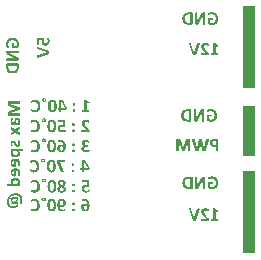
<source format=gbo>
%FSAX44Y44*%
%MOMM*%
G71*
G01*
G75*
G04 Layer_Color=32896*
%ADD10R,0.9000X1.0000*%
%ADD11R,1.5000X0.6000*%
%ADD12R,1.0000X0.9000*%
%ADD13R,1.1000X0.6500*%
%ADD14R,1.0000X1.0000*%
%ADD15R,1.0000X1.0000*%
%ADD16R,0.6000X1.5000*%
%ADD17R,1.5000X1.3000*%
G04:AMPARAMS|DCode=18|XSize=1.32mm|YSize=1.68mm|CornerRadius=0.066mm|HoleSize=0mm|Usage=FLASHONLY|Rotation=90.000|XOffset=0mm|YOffset=0mm|HoleType=Round|Shape=RoundedRectangle|*
%AMROUNDEDRECTD18*
21,1,1.3200,1.5480,0,0,90.0*
21,1,1.1880,1.6800,0,0,90.0*
1,1,0.1320,0.7740,0.5940*
1,1,0.1320,0.7740,-0.5940*
1,1,0.1320,-0.7740,-0.5940*
1,1,0.1320,-0.7740,0.5940*
%
%ADD18ROUNDEDRECTD18*%
%ADD19R,1.8000X1.3000*%
G04:AMPARAMS|DCode=20|XSize=1.6mm|YSize=5.7mm|CornerRadius=0.08mm|HoleSize=0mm|Usage=FLASHONLY|Rotation=0.000|XOffset=0mm|YOffset=0mm|HoleType=Round|Shape=RoundedRectangle|*
%AMROUNDEDRECTD20*
21,1,1.6000,5.5400,0,0,0.0*
21,1,1.4400,5.7000,0,0,0.0*
1,1,0.1600,0.7200,-2.7700*
1,1,0.1600,-0.7200,-2.7700*
1,1,0.1600,-0.7200,2.7700*
1,1,0.1600,0.7200,2.7700*
%
%ADD20ROUNDEDRECTD20*%
%ADD21O,2.0000X0.6000*%
%ADD22R,1.3000X1.5000*%
%ADD23R,0.7000X0.6000*%
%ADD24R,0.7000X0.9000*%
%ADD25C,0.2000*%
%ADD26C,1.0000*%
%ADD27C,0.8000*%
%ADD28C,0.3000*%
%ADD29C,0.6000*%
%ADD30C,1.5000*%
%ADD31R,1.5000X1.5000*%
%ADD32R,1.5000X1.5000*%
%ADD33C,0.6000*%
%ADD34C,0.2500*%
%ADD35C,0.1270*%
%ADD36C,0.1000*%
%ADD37C,0.1524*%
%ADD38R,2.0000X1.5000*%
%ADD39R,1.0000X1.1000*%
%ADD40R,1.6000X0.7000*%
%ADD41R,1.1000X1.0000*%
%ADD42R,1.2000X0.7500*%
%ADD43R,1.1000X1.1000*%
%ADD44R,1.1000X1.1000*%
%ADD45R,0.7000X1.6000*%
%ADD46R,1.6000X1.4000*%
G04:AMPARAMS|DCode=47|XSize=1.42mm|YSize=1.78mm|CornerRadius=0.116mm|HoleSize=0mm|Usage=FLASHONLY|Rotation=90.000|XOffset=0mm|YOffset=0mm|HoleType=Round|Shape=RoundedRectangle|*
%AMROUNDEDRECTD47*
21,1,1.4200,1.5480,0,0,90.0*
21,1,1.1880,1.7800,0,0,90.0*
1,1,0.2320,0.7740,0.5940*
1,1,0.2320,0.7740,-0.5940*
1,1,0.2320,-0.7740,-0.5940*
1,1,0.2320,-0.7740,0.5940*
%
%ADD47ROUNDEDRECTD47*%
%ADD48R,1.9000X1.4000*%
G04:AMPARAMS|DCode=49|XSize=1.7mm|YSize=5.8mm|CornerRadius=0.13mm|HoleSize=0mm|Usage=FLASHONLY|Rotation=0.000|XOffset=0mm|YOffset=0mm|HoleType=Round|Shape=RoundedRectangle|*
%AMROUNDEDRECTD49*
21,1,1.7000,5.5400,0,0,0.0*
21,1,1.4400,5.8000,0,0,0.0*
1,1,0.2600,0.7200,-2.7700*
1,1,0.2600,-0.7200,-2.7700*
1,1,0.2600,-0.7200,2.7700*
1,1,0.2600,0.7200,2.7700*
%
%ADD49ROUNDEDRECTD49*%
%ADD50O,2.1000X0.7000*%
%ADD51R,1.4000X1.6000*%
%ADD52R,0.8000X0.7000*%
%ADD53R,0.8000X1.0000*%
%ADD54C,1.6000*%
%ADD55R,1.6000X1.6000*%
%ADD56R,1.6000X1.6000*%
%ADD57R,1.0000X7.0000*%
%ADD58R,1.0000X4.2000*%
G36*
X01457124Y00550495D02*
X01457475Y00550456D01*
X01457807Y00550397D01*
X01458100Y00550339D01*
X01458353Y00550261D01*
X01458529Y00550202D01*
X01458646Y00550163D01*
X01458665Y00550144D01*
X01458685D01*
X01458997Y00550007D01*
X01459290Y00549832D01*
X01459543Y00549656D01*
X01459758Y00549481D01*
X01459933Y00549324D01*
X01460070Y00549207D01*
X01460167Y00549129D01*
X01460187Y00549090D01*
X01460401Y00548817D01*
X01460596Y00548525D01*
X01460772Y00548232D01*
X01460909Y00547959D01*
X01461026Y00547725D01*
X01461104Y00547530D01*
X01461123Y00547452D01*
X01461143Y00547393D01*
X01461162Y00547374D01*
Y00547354D01*
X01461279Y00546964D01*
X01461357Y00546574D01*
X01461435Y00546184D01*
X01461474Y00545813D01*
X01461494Y00545501D01*
Y00545364D01*
X01461513Y00545247D01*
Y00545169D01*
Y00545091D01*
Y00545052D01*
Y00545033D01*
X01461494Y00544565D01*
X01461455Y00544116D01*
X01461416Y00543745D01*
X01461357Y00543394D01*
X01461299Y00543121D01*
X01461240Y00542926D01*
X01461221Y00542848D01*
Y00542789D01*
X01461201Y00542770D01*
Y00542751D01*
X01461065Y00542399D01*
X01460928Y00542087D01*
X01460772Y00541795D01*
X01460616Y00541561D01*
X01460499Y00541366D01*
X01460382Y00541229D01*
X01460304Y00541151D01*
X01460284Y00541112D01*
X01460050Y00540878D01*
X01459797Y00540683D01*
X01459563Y00540527D01*
X01459328Y00540390D01*
X01459133Y00540273D01*
X01458977Y00540195D01*
X01458880Y00540156D01*
X01458841Y00540137D01*
X01458509Y00540039D01*
X01458178Y00539961D01*
X01457846Y00539902D01*
X01457553Y00539864D01*
X01457300Y00539844D01*
X01457085Y00539824D01*
X01456910D01*
X01456519Y00539844D01*
X01456344Y00539864D01*
X01456188Y00539883D01*
X01456071D01*
X01455973Y00539902D01*
X01455915Y00539922D01*
X01455895D01*
X01455564Y00539981D01*
X01455427Y00540019D01*
X01455310Y00540059D01*
X01455213Y00540078D01*
X01455134Y00540098D01*
X01455095Y00540117D01*
X01455076D01*
X01454822Y00540215D01*
X01454627Y00540312D01*
X01454549Y00540332D01*
X01454491Y00540371D01*
X01454471Y00540390D01*
X01454452D01*
X01454296Y00540488D01*
X01454198Y00540566D01*
X01454140Y00540605D01*
X01454120Y00540624D01*
X01454062Y00540683D01*
X01454023Y00540741D01*
X01453983Y00540761D01*
Y00540780D01*
X01453945Y00540897D01*
X01453925Y00540936D01*
Y00540956D01*
X01453905Y00541112D01*
X01453886Y00541170D01*
Y00541190D01*
X01453866Y00541307D01*
Y00541424D01*
Y00541502D01*
Y00541541D01*
Y00541736D01*
Y00541873D01*
X01453886Y00541970D01*
Y00541990D01*
X01453905Y00542107D01*
X01453925Y00542185D01*
X01453945Y00542243D01*
Y00542263D01*
X01453964Y00542321D01*
X01453983Y00542360D01*
X01454003Y00542399D01*
X01454023D01*
X01454101Y00542438D01*
X01454140D01*
X01454237Y00542419D01*
X01454335Y00542380D01*
X01454413Y00542321D01*
X01454452Y00542302D01*
X01454608Y00542204D01*
X01454744Y00542107D01*
X01454861Y00542029D01*
X01454900Y00542009D01*
X01454920D01*
X01455154Y00541892D01*
X01455388Y00541814D01*
X01455486Y00541775D01*
X01455544Y00541736D01*
X01455603Y00541717D01*
X01455622D01*
X01455954Y00541658D01*
X01456266Y00541619D01*
X01456402Y00541600D01*
X01456597D01*
X01457027Y00541639D01*
X01457222Y00541658D01*
X01457378Y00541697D01*
X01457514Y00541736D01*
X01457612Y00541756D01*
X01457690Y00541795D01*
X01457709D01*
X01457885Y00541892D01*
X01458041Y00541990D01*
X01458197Y00542087D01*
X01458314Y00542204D01*
X01458412Y00542282D01*
X01458490Y00542360D01*
X01458529Y00542419D01*
X01458548Y00542438D01*
X01458665Y00542614D01*
X01458763Y00542809D01*
X01458860Y00542985D01*
X01458938Y00543160D01*
X01458997Y00543316D01*
X01459036Y00543433D01*
X01459075Y00543531D01*
Y00543550D01*
X01459133Y00543804D01*
X01459172Y00544077D01*
X01459211Y00544350D01*
X01459231Y00544584D01*
Y00544799D01*
X01459250Y00544974D01*
Y00545091D01*
Y00545111D01*
Y00545130D01*
Y00545443D01*
X01459231Y00545716D01*
X01459192Y00545969D01*
X01459153Y00546203D01*
X01459133Y00546379D01*
X01459094Y00546515D01*
X01459075Y00546593D01*
Y00546632D01*
X01458997Y00546866D01*
X01458919Y00547081D01*
X01458841Y00547276D01*
X01458763Y00547452D01*
X01458685Y00547588D01*
X01458626Y00547686D01*
X01458587Y00547744D01*
X01458568Y00547764D01*
X01458431Y00547939D01*
X01458295Y00548076D01*
X01458158Y00548193D01*
X01458041Y00548310D01*
X01457924Y00548388D01*
X01457826Y00548447D01*
X01457768Y00548466D01*
X01457748Y00548486D01*
X01457553Y00548564D01*
X01457378Y00548642D01*
X01457183Y00548681D01*
X01457027Y00548700D01*
X01456871Y00548720D01*
X01456754Y00548739D01*
X01456461D01*
X01456266Y00548720D01*
X01456110Y00548700D01*
X01455973Y00548661D01*
X01455856Y00548642D01*
X01455778Y00548603D01*
X01455720Y00548583D01*
X01455700D01*
X01455408Y00548486D01*
X01455193Y00548369D01*
X01455115Y00548330D01*
X01455056Y00548310D01*
X01455017Y00548271D01*
X01454998D01*
X01454803Y00548154D01*
X01454647Y00548076D01*
X01454569Y00547998D01*
X01454530Y00547979D01*
X01454393Y00547900D01*
X01454296Y00547861D01*
X01454237Y00547842D01*
X01454218D01*
X01454120Y00547861D01*
X01454081Y00547881D01*
X01454042Y00547920D01*
X01454003Y00547959D01*
X01453983Y00547998D01*
Y00548018D01*
X01453964Y00548115D01*
X01453945Y00548193D01*
X01453925Y00548271D01*
Y00548291D01*
X01453905Y00548427D01*
Y00548564D01*
Y00548681D01*
Y00548700D01*
Y00548720D01*
Y00548876D01*
Y00548993D01*
X01453925Y00549071D01*
Y00549090D01*
X01453945Y00549188D01*
Y00549285D01*
X01453964Y00549324D01*
Y00549344D01*
X01453983Y00549422D01*
X01454003Y00549481D01*
X01454023Y00549520D01*
Y00549539D01*
X01454062Y00549598D01*
X01454120Y00549656D01*
X01454159Y00549695D01*
X01454179Y00549715D01*
X01454276Y00549812D01*
X01454393Y00549890D01*
X01454510Y00549949D01*
X01454530Y00549968D01*
X01454549D01*
X01454764Y00550085D01*
X01454959Y00550163D01*
X01455056Y00550202D01*
X01455115Y00550222D01*
X01455154Y00550241D01*
X01455173D01*
X01455427Y00550319D01*
X01455661Y00550378D01*
X01455759Y00550397D01*
X01455837Y00550417D01*
X01455895Y00550436D01*
X01455915D01*
X01456207Y00550475D01*
X01456461Y00550514D01*
X01456734D01*
X01457124Y00550495D01*
D02*
G37*
G36*
X01499611Y00550378D02*
X01499708D01*
X01499884Y00550358D01*
X01500020Y00550339D01*
X01500099Y00550319D01*
X01500138D01*
X01500255Y00550280D01*
X01500333Y00550261D01*
X01500391Y00550241D01*
X01500411Y00550222D01*
X01500469Y00550183D01*
X01500508Y00550144D01*
X01500547Y00550124D01*
Y00550105D01*
X01503746Y00544428D01*
X01503805Y00544331D01*
X01503844Y00544233D01*
X01503863Y00544175D01*
X01503883Y00544155D01*
X01503902Y00544058D01*
X01503941Y00543960D01*
X01503961Y00543882D01*
Y00543862D01*
X01503981Y00543745D01*
Y00543628D01*
X01504000Y00543550D01*
Y00543511D01*
Y00543375D01*
Y00543238D01*
Y00543121D01*
Y00543102D01*
Y00543082D01*
Y00542868D01*
X01503981Y00542711D01*
Y00542614D01*
Y00542575D01*
X01503961Y00542458D01*
X01503941Y00542360D01*
X01503902Y00542302D01*
Y00542282D01*
X01503863Y00542224D01*
X01503805Y00542185D01*
X01503785Y00542165D01*
X01503766D01*
X01503629Y00542146D01*
X01499591D01*
Y00540273D01*
X01499572Y00540176D01*
X01499552Y00540156D01*
Y00540137D01*
X01499513Y00540098D01*
X01499455Y00540059D01*
X01499416Y00540039D01*
X01499396D01*
X01499299Y00540019D01*
X01499201Y00540000D01*
X01499123Y00539981D01*
X01499084D01*
X01498928Y00539961D01*
X01498382D01*
X01498226Y00539981D01*
X01498109D01*
X01497972Y00540000D01*
X01497875Y00540019D01*
X01497816Y00540039D01*
X01497797D01*
X01497719Y00540078D01*
X01497660Y00540098D01*
X01497621Y00540137D01*
X01497582Y00540176D01*
X01497563Y00540234D01*
Y00540254D01*
Y00540273D01*
Y00542146D01*
X01496646D01*
X01496548Y00542185D01*
X01496490Y00542243D01*
X01496451Y00542302D01*
X01496431Y00542341D01*
X01496373Y00542536D01*
X01496353Y00542731D01*
X01496334Y00542829D01*
Y00542907D01*
Y00542946D01*
Y00542965D01*
Y00543121D01*
X01496353Y00543258D01*
X01496373Y00543375D01*
Y00543453D01*
X01496392Y00543531D01*
X01496412Y00543570D01*
X01496431Y00543609D01*
X01496470Y00543687D01*
X01496509Y00543726D01*
X01496568Y00543804D01*
X01496626Y00543823D01*
X01497563D01*
Y00550046D01*
X01497582Y00550105D01*
X01497602Y00550144D01*
X01497641Y00550183D01*
X01497660D01*
X01497738Y00550241D01*
X01497816Y00550280D01*
X01497875Y00550300D01*
X01497914D01*
X01498050Y00550319D01*
X01498187Y00550339D01*
X01498304Y00550358D01*
X01498362D01*
X01498596Y00550378D01*
X01498831Y00550397D01*
X01499533D01*
X01499611Y00550378D01*
D02*
G37*
G36*
X01490130Y00547510D02*
X01490286Y00547491D01*
X01490403Y00547471D01*
X01490423Y00547452D01*
X01490443D01*
X01490579Y00547393D01*
X01490696Y00547315D01*
X01490774Y00547257D01*
X01490794Y00547237D01*
X01490872Y00547120D01*
X01490930Y00547003D01*
X01490969Y00546906D01*
Y00546886D01*
Y00546866D01*
X01490989Y00546671D01*
X01491008Y00546496D01*
Y00546418D01*
Y00546359D01*
Y00546320D01*
Y00546301D01*
Y00546067D01*
X01490989Y00545872D01*
X01490969Y00545755D01*
Y00545735D01*
Y00545716D01*
X01490930Y00545579D01*
X01490872Y00545462D01*
X01490813Y00545384D01*
X01490794Y00545364D01*
X01490677Y00545286D01*
X01490560Y00545208D01*
X01490482Y00545189D01*
X01490443Y00545169D01*
X01490267Y00545130D01*
X01490091Y00545111D01*
X01489896D01*
X01489662Y00545130D01*
X01489506Y00545150D01*
X01489389Y00545169D01*
X01489350D01*
X01489214Y00545228D01*
X01489097Y00545286D01*
X01489019Y00545345D01*
X01488999Y00545364D01*
X01488901Y00545481D01*
X01488843Y00545599D01*
X01488823Y00545677D01*
X01488804Y00545716D01*
X01488765Y00545911D01*
X01488745Y00546106D01*
Y00546184D01*
Y00546242D01*
Y00546281D01*
Y00546301D01*
Y00546535D01*
X01488765Y00546711D01*
X01488784Y00546828D01*
X01488804Y00546847D01*
Y00546866D01*
X01488862Y00547023D01*
X01488921Y00547140D01*
X01488979Y00547218D01*
X01488999Y00547237D01*
X01489116Y00547335D01*
X01489233Y00547413D01*
X01489311Y00547432D01*
X01489331Y00547452D01*
X01489350D01*
X01489526Y00547491D01*
X01489701Y00547530D01*
X01489896D01*
X01490130Y00547510D01*
D02*
G37*
G36*
X01472320Y00567514D02*
X01472652Y00567475D01*
X01472964Y00567417D01*
X01473218Y00567339D01*
X01473413Y00567261D01*
X01473569Y00567202D01*
X01473666Y00567163D01*
X01473705Y00567144D01*
X01473959Y00566988D01*
X01474193Y00566812D01*
X01474408Y00566637D01*
X01474564Y00566461D01*
X01474700Y00566305D01*
X01474817Y00566188D01*
X01474876Y00566110D01*
X01474895Y00566071D01*
X01475051Y00565798D01*
X01475188Y00565505D01*
X01475305Y00565213D01*
X01475383Y00564959D01*
X01475461Y00564705D01*
X01475500Y00564530D01*
X01475520Y00564452D01*
Y00564393D01*
X01475539Y00564374D01*
Y00564354D01*
X01475598Y00563964D01*
X01475656Y00563593D01*
X01475695Y00563223D01*
X01475715Y00562872D01*
Y00562579D01*
X01475734Y00562443D01*
Y00562345D01*
Y00562247D01*
Y00562189D01*
Y00562150D01*
Y00562130D01*
Y00561682D01*
X01475715Y00561253D01*
X01475676Y00560882D01*
X01475656Y00560550D01*
X01475617Y00560277D01*
X01475598Y00560063D01*
Y00559985D01*
X01475578Y00559926D01*
Y00559907D01*
Y00559887D01*
X01475500Y00559536D01*
X01475422Y00559224D01*
X01475324Y00558931D01*
X01475227Y00558697D01*
X01475149Y00558502D01*
X01475071Y00558346D01*
X01475032Y00558268D01*
X01475012Y00558229D01*
X01474856Y00557995D01*
X01474661Y00557780D01*
X01474486Y00557605D01*
X01474310Y00557449D01*
X01474154Y00557332D01*
X01474037Y00557254D01*
X01473959Y00557195D01*
X01473920Y00557176D01*
X01473647Y00557058D01*
X01473354Y00556981D01*
X01473042Y00556903D01*
X01472769Y00556864D01*
X01472515Y00556844D01*
X01472320Y00556824D01*
X01472145D01*
X01471774Y00556844D01*
X01471423Y00556883D01*
X01471111Y00556941D01*
X01470857Y00557020D01*
X01470662Y00557078D01*
X01470506Y00557137D01*
X01470409Y00557176D01*
X01470370Y00557195D01*
X01470116Y00557351D01*
X01469882Y00557527D01*
X01469687Y00557702D01*
X01469511Y00557878D01*
X01469375Y00558034D01*
X01469277Y00558151D01*
X01469219Y00558229D01*
X01469199Y00558268D01*
X01469043Y00558541D01*
X01468907Y00558834D01*
X01468790Y00559107D01*
X01468712Y00559380D01*
X01468633Y00559614D01*
X01468594Y00559809D01*
X01468575Y00559868D01*
X01468555Y00559926D01*
Y00559946D01*
Y00559965D01*
X01468477Y00560355D01*
X01468438Y00560745D01*
X01468399Y00561116D01*
X01468360Y00561467D01*
Y00561760D01*
X01468341Y00561896D01*
Y00561994D01*
Y00562091D01*
Y00562150D01*
Y00562189D01*
Y00562208D01*
Y00562657D01*
X01468360Y00563086D01*
X01468399Y00563457D01*
X01468419Y00563788D01*
X01468458Y00564062D01*
X01468497Y00564257D01*
Y00564335D01*
X01468516Y00564393D01*
Y00564413D01*
Y00564432D01*
X01468594Y00564783D01*
X01468672Y00565115D01*
X01468770Y00565408D01*
X01468848Y00565642D01*
X01468946Y00565837D01*
X01469024Y00565993D01*
X01469063Y00566071D01*
X01469082Y00566110D01*
X01469238Y00566344D01*
X01469433Y00566558D01*
X01469609Y00566734D01*
X01469784Y00566890D01*
X01469940Y00567007D01*
X01470077Y00567105D01*
X01470155Y00567144D01*
X01470194Y00567163D01*
X01470467Y00567280D01*
X01470760Y00567378D01*
X01471052Y00567436D01*
X01471325Y00567495D01*
X01471579Y00567514D01*
X01471774Y00567534D01*
X01471950D01*
X01472320Y00567514D01*
D02*
G37*
G36*
X01465122Y00551626D02*
X01465259Y00551607D01*
X01465376Y00551587D01*
X01465473Y00551568D01*
X01465551Y00551548D01*
X01465590Y00551529D01*
X01465610D01*
X01465844Y00551431D01*
X01466039Y00551334D01*
X01466117Y00551295D01*
X01466176Y00551256D01*
X01466195Y00551236D01*
X01466214Y00551217D01*
X01466371Y00551061D01*
X01466468Y00550905D01*
X01466546Y00550788D01*
X01466566Y00550748D01*
Y00550729D01*
X01466624Y00550495D01*
X01466663Y00550280D01*
X01466683Y00550183D01*
Y00550105D01*
Y00550066D01*
Y00550046D01*
X01466663Y00549793D01*
X01466624Y00549578D01*
Y00549500D01*
X01466605Y00549441D01*
X01466585Y00549403D01*
Y00549383D01*
X01466488Y00549188D01*
X01466371Y00549051D01*
X01466293Y00548954D01*
X01466254Y00548915D01*
X01466059Y00548778D01*
X01465883Y00548700D01*
X01465805Y00548661D01*
X01465746Y00548642D01*
X01465707Y00548622D01*
X01465688D01*
X01465415Y00548564D01*
X01465142Y00548544D01*
X01465044Y00548525D01*
X01464868D01*
X01464556Y00548544D01*
X01464420Y00548564D01*
X01464303Y00548583D01*
X01464205D01*
X01464127Y00548603D01*
X01464088Y00548622D01*
X01464069D01*
X01463835Y00548720D01*
X01463640Y00548817D01*
X01463522Y00548895D01*
X01463503Y00548934D01*
X01463483D01*
X01463327Y00549110D01*
X01463210Y00549266D01*
X01463132Y00549403D01*
X01463113Y00549422D01*
Y00549441D01*
X01463035Y00549676D01*
X01462996Y00549890D01*
X01462976Y00549968D01*
Y00550046D01*
Y00550085D01*
Y00550105D01*
X01462996Y00550358D01*
X01463054Y00550592D01*
X01463132Y00550788D01*
X01463210Y00550944D01*
X01463289Y00551080D01*
X01463367Y00551158D01*
X01463425Y00551217D01*
X01463445Y00551236D01*
X01463640Y00551373D01*
X01463854Y00551470D01*
X01464088Y00551548D01*
X01464303Y00551587D01*
X01464498Y00551626D01*
X01464654Y00551646D01*
X01464810D01*
X01465122Y00551626D01*
D02*
G37*
G36*
X01465590Y00534626D02*
X01465727Y00534607D01*
X01465844Y00534587D01*
X01465941Y00534568D01*
X01466019Y00534548D01*
X01466059Y00534529D01*
X01466078D01*
X01466312Y00534431D01*
X01466507Y00534334D01*
X01466585Y00534295D01*
X01466644Y00534256D01*
X01466663Y00534236D01*
X01466683Y00534217D01*
X01466839Y00534061D01*
X01466936Y00533904D01*
X01467014Y00533787D01*
X01467034Y00533749D01*
Y00533729D01*
X01467092Y00533495D01*
X01467131Y00533280D01*
X01467151Y00533183D01*
Y00533105D01*
Y00533066D01*
Y00533046D01*
X01467131Y00532793D01*
X01467092Y00532578D01*
Y00532500D01*
X01467073Y00532441D01*
X01467053Y00532402D01*
Y00532383D01*
X01466956Y00532188D01*
X01466839Y00532051D01*
X01466761Y00531954D01*
X01466722Y00531915D01*
X01466527Y00531778D01*
X01466351Y00531700D01*
X01466273Y00531661D01*
X01466214Y00531642D01*
X01466176Y00531622D01*
X01466156D01*
X01465883Y00531564D01*
X01465610Y00531544D01*
X01465512Y00531525D01*
X01465337D01*
X01465025Y00531544D01*
X01464888Y00531564D01*
X01464771Y00531583D01*
X01464673D01*
X01464595Y00531603D01*
X01464556Y00531622D01*
X01464537D01*
X01464303Y00531720D01*
X01464108Y00531817D01*
X01463991Y00531895D01*
X01463971Y00531934D01*
X01463952D01*
X01463796Y00532110D01*
X01463679Y00532266D01*
X01463601Y00532402D01*
X01463581Y00532422D01*
Y00532441D01*
X01463503Y00532676D01*
X01463464Y00532890D01*
X01463445Y00532968D01*
Y00533046D01*
Y00533085D01*
Y00533105D01*
X01463464Y00533358D01*
X01463522Y00533592D01*
X01463601Y00533787D01*
X01463679Y00533943D01*
X01463757Y00534080D01*
X01463835Y00534158D01*
X01463893Y00534217D01*
X01463913Y00534236D01*
X01464108Y00534373D01*
X01464322Y00534470D01*
X01464556Y00534548D01*
X01464771Y00534587D01*
X01464966Y00534626D01*
X01465122Y00534646D01*
X01465278D01*
X01465590Y00534626D01*
D02*
G37*
G36*
X01503259Y00533319D02*
X01503376Y00533261D01*
X01503454Y00533202D01*
X01503473Y00533183D01*
X01503532Y00533046D01*
X01503571Y00532910D01*
X01503590Y00532793D01*
Y00532754D01*
Y00532734D01*
Y00528228D01*
X01503571Y00528033D01*
X01503532Y00527896D01*
X01503512Y00527818D01*
X01503493Y00527799D01*
X01503395Y00527740D01*
X01503298Y00527721D01*
X01503200Y00527701D01*
X01502908D01*
X01502693Y00527721D01*
X01502596D01*
X01502517Y00527740D01*
X01502459D01*
X01502166Y00527779D01*
X01501893Y00527799D01*
X01501405D01*
X01501210Y00527779D01*
X01501054Y00527760D01*
X01500898Y00527740D01*
X01500781Y00527721D01*
X01500703Y00527701D01*
X01500645Y00527682D01*
X01500625D01*
X01500352Y00527584D01*
X01500138Y00527487D01*
X01500060Y00527448D01*
X01500001Y00527409D01*
X01499982Y00527389D01*
X01499962Y00527370D01*
X01499806Y00527214D01*
X01499689Y00527038D01*
X01499611Y00526921D01*
X01499591Y00526882D01*
Y00526862D01*
X01499513Y00526628D01*
X01499474Y00526414D01*
X01499455Y00526316D01*
Y00526238D01*
Y00526199D01*
Y00526180D01*
X01499474Y00525887D01*
X01499494Y00525751D01*
X01499533Y00525634D01*
X01499552Y00525555D01*
X01499591Y00525477D01*
X01499611Y00525438D01*
Y00525419D01*
X01499728Y00525204D01*
X01499865Y00525048D01*
X01499982Y00524931D01*
X01500001Y00524912D01*
X01500020Y00524892D01*
X01500235Y00524756D01*
X01500430Y00524658D01*
X01500528Y00524619D01*
X01500606Y00524600D01*
X01500645Y00524580D01*
X01500664D01*
X01500957Y00524541D01*
X01501230Y00524522D01*
X01501328Y00524502D01*
X01501503D01*
X01501874Y00524522D01*
X01502030D01*
X01502166Y00524541D01*
X01502264Y00524561D01*
X01502342D01*
X01502400Y00524580D01*
X01502420D01*
X01502693Y00524658D01*
X01502888Y00524717D01*
X01502966Y00524736D01*
X01503025Y00524756D01*
X01503064Y00524775D01*
X01503083D01*
X01503259Y00524853D01*
X01503395Y00524931D01*
X01503473Y00524970D01*
X01503512Y00524990D01*
X01503610Y00525048D01*
X01503688Y00525068D01*
X01503727Y00525087D01*
X01503785D01*
X01503824Y00525068D01*
X01503844Y00525048D01*
X01503863Y00525029D01*
X01503883Y00524990D01*
X01503922Y00524951D01*
X01503941Y00524912D01*
Y00524892D01*
X01503961Y00524814D01*
X01503981Y00524756D01*
X01504000Y00524678D01*
Y00524658D01*
Y00524541D01*
Y00524404D01*
Y00524307D01*
Y00524287D01*
Y00524268D01*
Y00524131D01*
Y00524014D01*
Y00523936D01*
Y00523917D01*
Y00523819D01*
X01503981Y00523741D01*
Y00523683D01*
Y00523663D01*
X01503941Y00523546D01*
X01503922Y00523507D01*
Y00523488D01*
X01503863Y00523410D01*
X01503824Y00523390D01*
Y00523371D01*
X01503746Y00523332D01*
X01503649Y00523273D01*
X01503571Y00523234D01*
X01503532Y00523215D01*
X01503356Y00523156D01*
X01503181Y00523097D01*
X01503103Y00523078D01*
X01503044Y00523059D01*
X01503005Y00523039D01*
X01502986D01*
X01502713Y00522980D01*
X01502459Y00522942D01*
X01502361Y00522922D01*
X01502283D01*
X01502225Y00522902D01*
X01502205D01*
X01501874Y00522863D01*
X01501718Y00522844D01*
X01501581D01*
X01501464Y00522824D01*
X01501288D01*
X01500957Y00522844D01*
X01500645Y00522863D01*
X01500352Y00522902D01*
X01500118Y00522942D01*
X01499904Y00522980D01*
X01499767Y00523019D01*
X01499669Y00523059D01*
X01499630D01*
X01499357Y00523156D01*
X01499123Y00523273D01*
X01498909Y00523371D01*
X01498714Y00523488D01*
X01498577Y00523585D01*
X01498460Y00523663D01*
X01498382Y00523722D01*
X01498362Y00523741D01*
X01498167Y00523917D01*
X01497992Y00524112D01*
X01497855Y00524287D01*
X01497738Y00524463D01*
X01497641Y00524619D01*
X01497582Y00524736D01*
X01497543Y00524834D01*
X01497524Y00524853D01*
X01497426Y00525107D01*
X01497348Y00525360D01*
X01497309Y00525614D01*
X01497270Y00525848D01*
X01497251Y00526063D01*
X01497231Y00526219D01*
Y00526316D01*
Y00526355D01*
Y00526628D01*
X01497270Y00526882D01*
X01497309Y00527096D01*
X01497348Y00527292D01*
X01497387Y00527448D01*
X01497426Y00527565D01*
X01497446Y00527643D01*
X01497465Y00527662D01*
X01497563Y00527857D01*
X01497660Y00528052D01*
X01497777Y00528208D01*
X01497894Y00528345D01*
X01497992Y00528442D01*
X01498070Y00528540D01*
X01498128Y00528579D01*
X01498148Y00528599D01*
X01498499Y00528852D01*
X01498694Y00528950D01*
X01498870Y00529028D01*
X01499006Y00529086D01*
X01499123Y00529125D01*
X01499221Y00529164D01*
X01499240D01*
X01499494Y00529242D01*
X01499747Y00529281D01*
X01500001Y00529320D01*
X01500216Y00529359D01*
X01500430D01*
X01500586Y00529379D01*
X01501132D01*
X01501210Y00529359D01*
X01501503D01*
X01501679Y00529340D01*
X01501815Y00529320D01*
X01501854D01*
Y00531544D01*
X01498187D01*
X01498128Y00531564D01*
X01498089Y00531583D01*
X01498011Y00531661D01*
X01497972Y00531720D01*
X01497953Y00531759D01*
X01497914Y00531856D01*
X01497894Y00531954D01*
X01497875Y00532188D01*
X01497855Y00532285D01*
Y00532364D01*
Y00532422D01*
Y00532441D01*
Y00532598D01*
X01497875Y00532734D01*
X01497894Y00532812D01*
Y00532851D01*
X01497914Y00532968D01*
X01497933Y00533046D01*
X01497953Y00533105D01*
Y00533124D01*
X01497992Y00533202D01*
X01498031Y00533241D01*
X01498050Y00533280D01*
X01498070D01*
X01498109Y00533319D01*
X01498148Y00533339D01*
X01503083D01*
X01503259Y00533319D01*
D02*
G37*
G36*
X01471930Y00550514D02*
X01472262Y00550475D01*
X01472574Y00550417D01*
X01472827Y00550339D01*
X01473023Y00550261D01*
X01473179Y00550202D01*
X01473276Y00550163D01*
X01473315Y00550144D01*
X01473569Y00549988D01*
X01473803Y00549812D01*
X01474017Y00549637D01*
X01474173Y00549461D01*
X01474310Y00549305D01*
X01474427Y00549188D01*
X01474486Y00549110D01*
X01474505Y00549071D01*
X01474661Y00548798D01*
X01474798Y00548505D01*
X01474915Y00548213D01*
X01474993Y00547959D01*
X01475071Y00547705D01*
X01475110Y00547530D01*
X01475129Y00547452D01*
Y00547393D01*
X01475149Y00547374D01*
Y00547354D01*
X01475207Y00546964D01*
X01475266Y00546593D01*
X01475305Y00546223D01*
X01475324Y00545872D01*
Y00545579D01*
X01475344Y00545443D01*
Y00545345D01*
Y00545247D01*
Y00545189D01*
Y00545150D01*
Y00545130D01*
Y00544682D01*
X01475324Y00544253D01*
X01475285Y00543882D01*
X01475266Y00543550D01*
X01475227Y00543277D01*
X01475207Y00543063D01*
Y00542985D01*
X01475188Y00542926D01*
Y00542907D01*
Y00542887D01*
X01475110Y00542536D01*
X01475032Y00542224D01*
X01474934Y00541931D01*
X01474837Y00541697D01*
X01474759Y00541502D01*
X01474681Y00541346D01*
X01474642Y00541268D01*
X01474622Y00541229D01*
X01474466Y00540995D01*
X01474271Y00540780D01*
X01474095Y00540605D01*
X01473920Y00540449D01*
X01473764Y00540332D01*
X01473647Y00540254D01*
X01473569Y00540195D01*
X01473530Y00540176D01*
X01473257Y00540059D01*
X01472964Y00539981D01*
X01472652Y00539902D01*
X01472379Y00539864D01*
X01472125Y00539844D01*
X01471930Y00539824D01*
X01471755D01*
X01471384Y00539844D01*
X01471033Y00539883D01*
X01470721Y00539941D01*
X01470467Y00540019D01*
X01470272Y00540078D01*
X01470116Y00540137D01*
X01470018Y00540176D01*
X01469979Y00540195D01*
X01469726Y00540351D01*
X01469492Y00540527D01*
X01469297Y00540702D01*
X01469121Y00540878D01*
X01468985Y00541034D01*
X01468887Y00541151D01*
X01468828Y00541229D01*
X01468809Y00541268D01*
X01468653Y00541541D01*
X01468516Y00541834D01*
X01468399Y00542107D01*
X01468321Y00542380D01*
X01468243Y00542614D01*
X01468204Y00542809D01*
X01468185Y00542868D01*
X01468165Y00542926D01*
Y00542946D01*
Y00542965D01*
X01468087Y00543355D01*
X01468048Y00543745D01*
X01468009Y00544116D01*
X01467970Y00544467D01*
Y00544760D01*
X01467951Y00544896D01*
Y00544994D01*
Y00545091D01*
Y00545150D01*
Y00545189D01*
Y00545208D01*
Y00545657D01*
X01467970Y00546086D01*
X01468009Y00546457D01*
X01468029Y00546788D01*
X01468068Y00547062D01*
X01468107Y00547257D01*
Y00547335D01*
X01468126Y00547393D01*
Y00547413D01*
Y00547432D01*
X01468204Y00547783D01*
X01468282Y00548115D01*
X01468380Y00548408D01*
X01468458Y00548642D01*
X01468555Y00548837D01*
X01468633Y00548993D01*
X01468672Y00549071D01*
X01468692Y00549110D01*
X01468848Y00549344D01*
X01469043Y00549558D01*
X01469219Y00549734D01*
X01469394Y00549890D01*
X01469550Y00550007D01*
X01469687Y00550105D01*
X01469765Y00550144D01*
X01469804Y00550163D01*
X01470077Y00550280D01*
X01470370Y00550378D01*
X01470662Y00550436D01*
X01470935Y00550495D01*
X01471189Y00550514D01*
X01471384Y00550534D01*
X01471559D01*
X01471930Y00550514D01*
D02*
G37*
G36*
X01483205Y00550319D02*
X01483244Y00550300D01*
X01483264Y00550280D01*
X01483303Y00550241D01*
X01483342Y00550183D01*
X01483361Y00550144D01*
Y00550124D01*
X01483381Y00550027D01*
X01483400Y00549929D01*
X01483420Y00549871D01*
Y00549832D01*
X01483439Y00549695D01*
Y00549578D01*
Y00549461D01*
Y00549441D01*
Y00549422D01*
Y00549266D01*
X01483420Y00549110D01*
Y00548993D01*
X01483400Y00548915D01*
X01483381Y00548837D01*
Y00548778D01*
X01483361Y00548759D01*
Y00548739D01*
X01483322Y00548661D01*
X01483283Y00548622D01*
X01483205Y00548544D01*
X01483127Y00548525D01*
X01478758D01*
X01482406Y00540449D01*
X01482444Y00540351D01*
X01482464Y00540273D01*
X01482484Y00540234D01*
Y00540215D01*
X01482444Y00540156D01*
X01482406Y00540117D01*
X01482366Y00540078D01*
X01482347Y00540059D01*
X01482249Y00540019D01*
X01482132Y00540000D01*
X01482035Y00539981D01*
X01481996D01*
X01481781Y00539961D01*
X01481098D01*
X01480943Y00539981D01*
X01480806D01*
X01480669Y00540000D01*
X01480552D01*
X01480474Y00540019D01*
X01480455D01*
X01480357Y00540039D01*
X01480299Y00540059D01*
X01480260Y00540098D01*
X01480240D01*
X01480143Y00540215D01*
X01480104Y00540254D01*
Y00540273D01*
X01476709Y00548154D01*
X01476670Y00548271D01*
X01476631Y00548369D01*
X01476612Y00548427D01*
Y00548447D01*
X01476573Y00548544D01*
X01476553Y00548642D01*
X01476534Y00548700D01*
Y00548720D01*
X01476514Y00548837D01*
X01476495Y00548934D01*
X01476475Y00549012D01*
Y00549032D01*
X01476456Y00549168D01*
Y00549305D01*
Y00549403D01*
Y00549422D01*
Y00549441D01*
Y00549637D01*
X01476475Y00549793D01*
X01476495Y00549871D01*
Y00549910D01*
X01476514Y00550027D01*
X01476534Y00550105D01*
X01476553Y00550163D01*
X01476573Y00550183D01*
X01476612Y00550241D01*
X01476670Y00550280D01*
X01476709Y00550300D01*
X01476729D01*
X01476885Y00550339D01*
X01483166D01*
X01483205Y00550319D01*
D02*
G37*
G36*
X01490130Y00542302D02*
X01490286Y00542282D01*
X01490403Y00542263D01*
X01490423Y00542243D01*
X01490443D01*
X01490579Y00542185D01*
X01490696Y00542126D01*
X01490774Y00542068D01*
X01490794Y00542048D01*
X01490872Y00541931D01*
X01490930Y00541795D01*
X01490969Y00541697D01*
Y00541678D01*
Y00541658D01*
X01490989Y00541463D01*
X01491008Y00541287D01*
Y00541209D01*
Y00541151D01*
Y00541112D01*
Y00541092D01*
Y00540858D01*
X01490989Y00540683D01*
X01490969Y00540566D01*
Y00540546D01*
Y00540527D01*
X01490930Y00540371D01*
X01490872Y00540254D01*
X01490813Y00540176D01*
X01490794Y00540156D01*
X01490677Y00540078D01*
X01490560Y00540000D01*
X01490482Y00539981D01*
X01490443Y00539961D01*
X01490267Y00539922D01*
X01490091Y00539902D01*
X01489896D01*
X01489662Y00539922D01*
X01489506Y00539941D01*
X01489389Y00539961D01*
X01489350D01*
X01489214Y00540019D01*
X01489097Y00540078D01*
X01489019Y00540137D01*
X01488999Y00540156D01*
X01488901Y00540273D01*
X01488843Y00540390D01*
X01488823Y00540488D01*
X01488804Y00540527D01*
X01488765Y00540722D01*
X01488745Y00540897D01*
Y00540975D01*
Y00541034D01*
Y00541073D01*
Y00541092D01*
Y00541326D01*
X01488765Y00541502D01*
X01488784Y00541619D01*
X01488804Y00541639D01*
Y00541658D01*
X01488862Y00541834D01*
X01488921Y00541951D01*
X01488979Y00542029D01*
X01488999Y00542048D01*
X01489116Y00542146D01*
X01489233Y00542204D01*
X01489311Y00542224D01*
X01489331Y00542243D01*
X01489350D01*
X01489526Y00542282D01*
X01489701Y00542321D01*
X01489896D01*
X01490130Y00542302D01*
D02*
G37*
G36*
X01472340Y00584514D02*
X01472671Y00584475D01*
X01472984Y00584417D01*
X01473237Y00584339D01*
X01473432Y00584261D01*
X01473588Y00584202D01*
X01473686Y00584163D01*
X01473725Y00584144D01*
X01473978Y00583988D01*
X01474212Y00583812D01*
X01474427Y00583637D01*
X01474583Y00583461D01*
X01474720Y00583305D01*
X01474837Y00583188D01*
X01474895Y00583110D01*
X01474915Y00583071D01*
X01475071Y00582798D01*
X01475207Y00582505D01*
X01475324Y00582212D01*
X01475402Y00581959D01*
X01475480Y00581705D01*
X01475520Y00581530D01*
X01475539Y00581452D01*
Y00581393D01*
X01475558Y00581374D01*
Y00581354D01*
X01475617Y00580964D01*
X01475676Y00580593D01*
X01475715Y00580223D01*
X01475734Y00579872D01*
Y00579579D01*
X01475754Y00579442D01*
Y00579345D01*
Y00579247D01*
Y00579189D01*
Y00579150D01*
Y00579130D01*
Y00578682D01*
X01475734Y00578253D01*
X01475695Y00577882D01*
X01475676Y00577550D01*
X01475636Y00577277D01*
X01475617Y00577063D01*
Y00576985D01*
X01475598Y00576926D01*
Y00576907D01*
Y00576887D01*
X01475520Y00576536D01*
X01475441Y00576224D01*
X01475344Y00575931D01*
X01475246Y00575697D01*
X01475168Y00575502D01*
X01475090Y00575346D01*
X01475051Y00575268D01*
X01475032Y00575229D01*
X01474876Y00574995D01*
X01474681Y00574780D01*
X01474505Y00574605D01*
X01474330Y00574449D01*
X01474173Y00574332D01*
X01474056Y00574254D01*
X01473978Y00574195D01*
X01473939Y00574176D01*
X01473666Y00574058D01*
X01473374Y00573980D01*
X01473062Y00573903D01*
X01472789Y00573863D01*
X01472535Y00573844D01*
X01472340Y00573824D01*
X01472164D01*
X01471794Y00573844D01*
X01471443Y00573883D01*
X01471130Y00573941D01*
X01470877Y00574020D01*
X01470682Y00574078D01*
X01470526Y00574137D01*
X01470428Y00574176D01*
X01470389Y00574195D01*
X01470135Y00574351D01*
X01469901Y00574527D01*
X01469706Y00574702D01*
X01469531Y00574878D01*
X01469394Y00575034D01*
X01469297Y00575151D01*
X01469238Y00575229D01*
X01469219Y00575268D01*
X01469063Y00575541D01*
X01468926Y00575834D01*
X01468809Y00576107D01*
X01468731Y00576380D01*
X01468653Y00576614D01*
X01468614Y00576809D01*
X01468594Y00576868D01*
X01468575Y00576926D01*
Y00576946D01*
Y00576965D01*
X01468497Y00577355D01*
X01468458Y00577745D01*
X01468419Y00578116D01*
X01468380Y00578467D01*
Y00578760D01*
X01468360Y00578896D01*
Y00578994D01*
Y00579091D01*
Y00579150D01*
Y00579189D01*
Y00579208D01*
Y00579657D01*
X01468380Y00580086D01*
X01468419Y00580457D01*
X01468438Y00580788D01*
X01468477Y00581062D01*
X01468516Y00581257D01*
Y00581335D01*
X01468536Y00581393D01*
Y00581413D01*
Y00581432D01*
X01468614Y00581783D01*
X01468692Y00582115D01*
X01468790Y00582408D01*
X01468867Y00582642D01*
X01468965Y00582837D01*
X01469043Y00582993D01*
X01469082Y00583071D01*
X01469102Y00583110D01*
X01469258Y00583344D01*
X01469453Y00583559D01*
X01469628Y00583734D01*
X01469804Y00583890D01*
X01469960Y00584007D01*
X01470096Y00584105D01*
X01470175Y00584144D01*
X01470213Y00584163D01*
X01470487Y00584280D01*
X01470779Y00584378D01*
X01471072Y00584436D01*
X01471345Y00584495D01*
X01471599Y00584514D01*
X01471794Y00584534D01*
X01471969D01*
X01472340Y00584514D01*
D02*
G37*
G36*
X01465512Y00568626D02*
X01465649Y00568607D01*
X01465766Y00568587D01*
X01465863Y00568568D01*
X01465941Y00568548D01*
X01465981Y00568529D01*
X01466000D01*
X01466234Y00568431D01*
X01466429Y00568334D01*
X01466507Y00568295D01*
X01466566Y00568256D01*
X01466585Y00568236D01*
X01466605Y00568217D01*
X01466761Y00568061D01*
X01466858Y00567905D01*
X01466936Y00567788D01*
X01466956Y00567748D01*
Y00567729D01*
X01467014Y00567495D01*
X01467053Y00567280D01*
X01467073Y00567183D01*
Y00567105D01*
Y00567066D01*
Y00567046D01*
X01467053Y00566793D01*
X01467014Y00566578D01*
Y00566500D01*
X01466995Y00566441D01*
X01466975Y00566403D01*
Y00566383D01*
X01466878Y00566188D01*
X01466761Y00566051D01*
X01466683Y00565954D01*
X01466644Y00565915D01*
X01466449Y00565778D01*
X01466273Y00565700D01*
X01466195Y00565661D01*
X01466136Y00565642D01*
X01466098Y00565622D01*
X01466078D01*
X01465805Y00565564D01*
X01465532Y00565544D01*
X01465434Y00565525D01*
X01465259D01*
X01464947Y00565544D01*
X01464810Y00565564D01*
X01464693Y00565583D01*
X01464595D01*
X01464517Y00565603D01*
X01464478Y00565622D01*
X01464459D01*
X01464225Y00565720D01*
X01464030Y00565817D01*
X01463913Y00565895D01*
X01463893Y00565934D01*
X01463874D01*
X01463718Y00566110D01*
X01463601Y00566266D01*
X01463522Y00566403D01*
X01463503Y00566422D01*
Y00566441D01*
X01463425Y00566676D01*
X01463386Y00566890D01*
X01463367Y00566968D01*
Y00567046D01*
Y00567085D01*
Y00567105D01*
X01463386Y00567358D01*
X01463445Y00567592D01*
X01463522Y00567788D01*
X01463601Y00567943D01*
X01463679Y00568080D01*
X01463757Y00568158D01*
X01463815Y00568217D01*
X01463835Y00568236D01*
X01464030Y00568373D01*
X01464244Y00568470D01*
X01464478Y00568548D01*
X01464693Y00568587D01*
X01464888Y00568626D01*
X01465044Y00568646D01*
X01465200D01*
X01465512Y00568626D01*
D02*
G37*
G36*
X01490540Y00576302D02*
X01490696Y00576282D01*
X01490813Y00576263D01*
X01490833Y00576243D01*
X01490852D01*
X01490989Y00576185D01*
X01491106Y00576126D01*
X01491184Y00576068D01*
X01491203Y00576048D01*
X01491281Y00575931D01*
X01491340Y00575795D01*
X01491379Y00575697D01*
Y00575678D01*
Y00575658D01*
X01491398Y00575463D01*
X01491418Y00575288D01*
Y00575209D01*
Y00575151D01*
Y00575112D01*
Y00575092D01*
Y00574858D01*
X01491398Y00574683D01*
X01491379Y00574566D01*
Y00574546D01*
Y00574527D01*
X01491340Y00574371D01*
X01491281Y00574254D01*
X01491223Y00574176D01*
X01491203Y00574156D01*
X01491086Y00574078D01*
X01490969Y00574000D01*
X01490891Y00573980D01*
X01490852Y00573961D01*
X01490677Y00573922D01*
X01490501Y00573903D01*
X01490306D01*
X01490072Y00573922D01*
X01489916Y00573941D01*
X01489799Y00573961D01*
X01489760D01*
X01489623Y00574020D01*
X01489506Y00574078D01*
X01489428Y00574137D01*
X01489409Y00574156D01*
X01489311Y00574273D01*
X01489252Y00574390D01*
X01489233Y00574488D01*
X01489214Y00574527D01*
X01489174Y00574722D01*
X01489155Y00574897D01*
Y00574975D01*
Y00575034D01*
Y00575073D01*
Y00575092D01*
Y00575326D01*
X01489174Y00575502D01*
X01489194Y00575619D01*
X01489214Y00575639D01*
Y00575658D01*
X01489272Y00575834D01*
X01489331Y00575951D01*
X01489389Y00576029D01*
X01489409Y00576048D01*
X01489526Y00576146D01*
X01489643Y00576204D01*
X01489721Y00576224D01*
X01489740Y00576243D01*
X01489760D01*
X01489935Y00576282D01*
X01490111Y00576321D01*
X01490306D01*
X01490540Y00576302D01*
D02*
G37*
G36*
Y00581510D02*
X01490696Y00581491D01*
X01490813Y00581471D01*
X01490833Y00581452D01*
X01490852D01*
X01490989Y00581393D01*
X01491106Y00581315D01*
X01491184Y00581257D01*
X01491203Y00581237D01*
X01491281Y00581120D01*
X01491340Y00581003D01*
X01491379Y00580905D01*
Y00580886D01*
Y00580867D01*
X01491398Y00580672D01*
X01491418Y00580496D01*
Y00580418D01*
Y00580359D01*
Y00580320D01*
Y00580301D01*
Y00580067D01*
X01491398Y00579872D01*
X01491379Y00579755D01*
Y00579735D01*
Y00579716D01*
X01491340Y00579579D01*
X01491281Y00579462D01*
X01491223Y00579384D01*
X01491203Y00579365D01*
X01491086Y00579286D01*
X01490969Y00579208D01*
X01490891Y00579189D01*
X01490852Y00579169D01*
X01490677Y00579130D01*
X01490501Y00579111D01*
X01490306D01*
X01490072Y00579130D01*
X01489916Y00579150D01*
X01489799Y00579169D01*
X01489760D01*
X01489623Y00579228D01*
X01489506Y00579286D01*
X01489428Y00579345D01*
X01489409Y00579365D01*
X01489311Y00579482D01*
X01489252Y00579599D01*
X01489233Y00579677D01*
X01489214Y00579716D01*
X01489174Y00579911D01*
X01489155Y00580106D01*
Y00580184D01*
Y00580242D01*
Y00580281D01*
Y00580301D01*
Y00580535D01*
X01489174Y00580710D01*
X01489194Y00580827D01*
X01489214Y00580847D01*
Y00580867D01*
X01489272Y00581023D01*
X01489331Y00581140D01*
X01489389Y00581218D01*
X01489409Y00581237D01*
X01489526Y00581335D01*
X01489643Y00581413D01*
X01489721Y00581432D01*
X01489740Y00581452D01*
X01489760D01*
X01489935Y00581491D01*
X01490111Y00581530D01*
X01490306D01*
X01490540Y00581510D01*
D02*
G37*
G36*
X01457534Y00584495D02*
X01457885Y00584456D01*
X01458217Y00584397D01*
X01458509Y00584339D01*
X01458763Y00584261D01*
X01458938Y00584202D01*
X01459055Y00584163D01*
X01459075Y00584144D01*
X01459094D01*
X01459406Y00584007D01*
X01459699Y00583832D01*
X01459953Y00583656D01*
X01460167Y00583480D01*
X01460343Y00583324D01*
X01460479Y00583207D01*
X01460577Y00583129D01*
X01460596Y00583090D01*
X01460811Y00582817D01*
X01461006Y00582525D01*
X01461182Y00582232D01*
X01461318Y00581959D01*
X01461435Y00581725D01*
X01461513Y00581530D01*
X01461533Y00581452D01*
X01461552Y00581393D01*
X01461572Y00581374D01*
Y00581354D01*
X01461689Y00580964D01*
X01461767Y00580574D01*
X01461845Y00580184D01*
X01461884Y00579813D01*
X01461904Y00579501D01*
Y00579365D01*
X01461923Y00579247D01*
Y00579169D01*
Y00579091D01*
Y00579052D01*
Y00579033D01*
X01461904Y00578565D01*
X01461864Y00578116D01*
X01461825Y00577745D01*
X01461767Y00577394D01*
X01461708Y00577121D01*
X01461650Y00576926D01*
X01461630Y00576848D01*
Y00576790D01*
X01461611Y00576770D01*
Y00576750D01*
X01461474Y00576399D01*
X01461338Y00576087D01*
X01461182Y00575795D01*
X01461026Y00575561D01*
X01460909Y00575365D01*
X01460791Y00575229D01*
X01460714Y00575151D01*
X01460694Y00575112D01*
X01460460Y00574878D01*
X01460206Y00574683D01*
X01459972Y00574527D01*
X01459738Y00574390D01*
X01459543Y00574273D01*
X01459387Y00574195D01*
X01459290Y00574156D01*
X01459250Y00574137D01*
X01458919Y00574039D01*
X01458587Y00573961D01*
X01458256Y00573903D01*
X01457963Y00573863D01*
X01457709Y00573844D01*
X01457495Y00573824D01*
X01457319D01*
X01456929Y00573844D01*
X01456754Y00573863D01*
X01456597Y00573883D01*
X01456480D01*
X01456383Y00573903D01*
X01456324Y00573922D01*
X01456305D01*
X01455973Y00573980D01*
X01455837Y00574020D01*
X01455720Y00574058D01*
X01455622Y00574078D01*
X01455544Y00574098D01*
X01455505Y00574117D01*
X01455486D01*
X01455232Y00574215D01*
X01455037Y00574312D01*
X01454959Y00574332D01*
X01454900Y00574371D01*
X01454881Y00574390D01*
X01454861D01*
X01454705Y00574488D01*
X01454608Y00574566D01*
X01454549Y00574605D01*
X01454530Y00574624D01*
X01454471Y00574683D01*
X01454432Y00574741D01*
X01454393Y00574761D01*
Y00574780D01*
X01454354Y00574897D01*
X01454335Y00574936D01*
Y00574956D01*
X01454315Y00575112D01*
X01454296Y00575170D01*
Y00575190D01*
X01454276Y00575307D01*
Y00575424D01*
Y00575502D01*
Y00575541D01*
Y00575736D01*
Y00575873D01*
X01454296Y00575970D01*
Y00575990D01*
X01454315Y00576107D01*
X01454335Y00576185D01*
X01454354Y00576243D01*
Y00576263D01*
X01454374Y00576321D01*
X01454393Y00576360D01*
X01454413Y00576399D01*
X01454432D01*
X01454510Y00576438D01*
X01454549D01*
X01454647Y00576419D01*
X01454744Y00576380D01*
X01454822Y00576321D01*
X01454861Y00576302D01*
X01455017Y00576204D01*
X01455154Y00576107D01*
X01455271Y00576029D01*
X01455310Y00576009D01*
X01455329D01*
X01455564Y00575892D01*
X01455798Y00575814D01*
X01455895Y00575775D01*
X01455954Y00575736D01*
X01456012Y00575717D01*
X01456032D01*
X01456363Y00575658D01*
X01456676Y00575619D01*
X01456812Y00575600D01*
X01457007D01*
X01457436Y00575639D01*
X01457631Y00575658D01*
X01457787Y00575697D01*
X01457924Y00575736D01*
X01458022Y00575756D01*
X01458100Y00575795D01*
X01458119D01*
X01458295Y00575892D01*
X01458451Y00575990D01*
X01458607Y00576087D01*
X01458724Y00576204D01*
X01458821Y00576282D01*
X01458899Y00576360D01*
X01458938Y00576419D01*
X01458958Y00576438D01*
X01459075Y00576614D01*
X01459172Y00576809D01*
X01459270Y00576985D01*
X01459348Y00577160D01*
X01459406Y00577316D01*
X01459445Y00577433D01*
X01459485Y00577531D01*
Y00577550D01*
X01459543Y00577804D01*
X01459582Y00578077D01*
X01459621Y00578350D01*
X01459641Y00578584D01*
Y00578799D01*
X01459660Y00578974D01*
Y00579091D01*
Y00579111D01*
Y00579130D01*
Y00579442D01*
X01459641Y00579716D01*
X01459602Y00579969D01*
X01459563Y00580203D01*
X01459543Y00580379D01*
X01459504Y00580515D01*
X01459485Y00580593D01*
Y00580632D01*
X01459406Y00580867D01*
X01459328Y00581081D01*
X01459250Y00581276D01*
X01459172Y00581452D01*
X01459094Y00581588D01*
X01459036Y00581686D01*
X01458997Y00581744D01*
X01458977Y00581764D01*
X01458841Y00581939D01*
X01458704Y00582076D01*
X01458568Y00582193D01*
X01458451Y00582310D01*
X01458334Y00582388D01*
X01458236Y00582447D01*
X01458178Y00582466D01*
X01458158Y00582486D01*
X01457963Y00582564D01*
X01457787Y00582642D01*
X01457592Y00582681D01*
X01457436Y00582700D01*
X01457280Y00582720D01*
X01457163Y00582739D01*
X01456871D01*
X01456676Y00582720D01*
X01456519Y00582700D01*
X01456383Y00582661D01*
X01456266Y00582642D01*
X01456188Y00582603D01*
X01456129Y00582583D01*
X01456110D01*
X01455817Y00582486D01*
X01455603Y00582369D01*
X01455525Y00582330D01*
X01455466Y00582310D01*
X01455427Y00582271D01*
X01455408D01*
X01455213Y00582154D01*
X01455056Y00582076D01*
X01454978Y00581998D01*
X01454939Y00581978D01*
X01454803Y00581900D01*
X01454705Y00581861D01*
X01454647Y00581842D01*
X01454627D01*
X01454530Y00581861D01*
X01454491Y00581881D01*
X01454452Y00581920D01*
X01454413Y00581959D01*
X01454393Y00581998D01*
Y00582018D01*
X01454374Y00582115D01*
X01454354Y00582193D01*
X01454335Y00582271D01*
Y00582291D01*
X01454315Y00582427D01*
Y00582564D01*
Y00582681D01*
Y00582700D01*
Y00582720D01*
Y00582876D01*
Y00582993D01*
X01454335Y00583071D01*
Y00583090D01*
X01454354Y00583188D01*
Y00583285D01*
X01454374Y00583324D01*
Y00583344D01*
X01454393Y00583422D01*
X01454413Y00583480D01*
X01454432Y00583520D01*
Y00583539D01*
X01454471Y00583597D01*
X01454530Y00583656D01*
X01454569Y00583695D01*
X01454588Y00583715D01*
X01454686Y00583812D01*
X01454803Y00583890D01*
X01454920Y00583949D01*
X01454939Y00583968D01*
X01454959D01*
X01455173Y00584085D01*
X01455368Y00584163D01*
X01455466Y00584202D01*
X01455525Y00584222D01*
X01455564Y00584241D01*
X01455583D01*
X01455837Y00584319D01*
X01456071Y00584378D01*
X01456168Y00584397D01*
X01456246Y00584417D01*
X01456305Y00584436D01*
X01456324D01*
X01456617Y00584475D01*
X01456871Y00584514D01*
X01457144D01*
X01457534Y00584495D01*
D02*
G37*
G36*
X01457514Y00567495D02*
X01457865Y00567456D01*
X01458197Y00567397D01*
X01458490Y00567339D01*
X01458743Y00567261D01*
X01458919Y00567202D01*
X01459036Y00567163D01*
X01459055Y00567144D01*
X01459075D01*
X01459387Y00567007D01*
X01459680Y00566832D01*
X01459933Y00566656D01*
X01460148Y00566480D01*
X01460323Y00566324D01*
X01460460Y00566207D01*
X01460558Y00566129D01*
X01460577Y00566090D01*
X01460791Y00565817D01*
X01460987Y00565525D01*
X01461162Y00565232D01*
X01461299Y00564959D01*
X01461416Y00564725D01*
X01461494Y00564530D01*
X01461513Y00564452D01*
X01461533Y00564393D01*
X01461552Y00564374D01*
Y00564354D01*
X01461669Y00563964D01*
X01461747Y00563574D01*
X01461825Y00563184D01*
X01461864Y00562813D01*
X01461884Y00562501D01*
Y00562365D01*
X01461904Y00562247D01*
Y00562169D01*
Y00562091D01*
Y00562052D01*
Y00562033D01*
X01461884Y00561565D01*
X01461845Y00561116D01*
X01461806Y00560745D01*
X01461747Y00560394D01*
X01461689Y00560121D01*
X01461630Y00559926D01*
X01461611Y00559848D01*
Y00559790D01*
X01461591Y00559770D01*
Y00559751D01*
X01461455Y00559399D01*
X01461318Y00559087D01*
X01461162Y00558795D01*
X01461006Y00558561D01*
X01460889Y00558366D01*
X01460772Y00558229D01*
X01460694Y00558151D01*
X01460674Y00558112D01*
X01460440Y00557878D01*
X01460187Y00557683D01*
X01459953Y00557527D01*
X01459719Y00557390D01*
X01459524Y00557273D01*
X01459368Y00557195D01*
X01459270Y00557156D01*
X01459231Y00557137D01*
X01458899Y00557039D01*
X01458568Y00556961D01*
X01458236Y00556903D01*
X01457944Y00556864D01*
X01457690Y00556844D01*
X01457475Y00556824D01*
X01457300D01*
X01456910Y00556844D01*
X01456734Y00556864D01*
X01456578Y00556883D01*
X01456461D01*
X01456363Y00556903D01*
X01456305Y00556922D01*
X01456285D01*
X01455954Y00556981D01*
X01455817Y00557020D01*
X01455700Y00557058D01*
X01455603Y00557078D01*
X01455525Y00557098D01*
X01455486Y00557117D01*
X01455466D01*
X01455213Y00557215D01*
X01455017Y00557312D01*
X01454939Y00557332D01*
X01454881Y00557371D01*
X01454861Y00557390D01*
X01454842D01*
X01454686Y00557488D01*
X01454588Y00557566D01*
X01454530Y00557605D01*
X01454510Y00557624D01*
X01454452Y00557683D01*
X01454413Y00557741D01*
X01454374Y00557761D01*
Y00557780D01*
X01454335Y00557897D01*
X01454315Y00557936D01*
Y00557956D01*
X01454296Y00558112D01*
X01454276Y00558170D01*
Y00558190D01*
X01454257Y00558307D01*
Y00558424D01*
Y00558502D01*
Y00558541D01*
Y00558736D01*
Y00558873D01*
X01454276Y00558970D01*
Y00558990D01*
X01454296Y00559107D01*
X01454315Y00559185D01*
X01454335Y00559243D01*
Y00559263D01*
X01454354Y00559321D01*
X01454374Y00559360D01*
X01454393Y00559399D01*
X01454413D01*
X01454491Y00559438D01*
X01454530D01*
X01454627Y00559419D01*
X01454725Y00559380D01*
X01454803Y00559321D01*
X01454842Y00559302D01*
X01454998Y00559204D01*
X01455134Y00559107D01*
X01455251Y00559029D01*
X01455291Y00559009D01*
X01455310D01*
X01455544Y00558892D01*
X01455778Y00558814D01*
X01455876Y00558775D01*
X01455934Y00558736D01*
X01455993Y00558717D01*
X01456012D01*
X01456344Y00558658D01*
X01456656Y00558619D01*
X01456793Y00558600D01*
X01456988D01*
X01457417Y00558639D01*
X01457612Y00558658D01*
X01457768Y00558697D01*
X01457905Y00558736D01*
X01458002Y00558756D01*
X01458080Y00558795D01*
X01458100D01*
X01458275Y00558892D01*
X01458431Y00558990D01*
X01458587Y00559087D01*
X01458704Y00559204D01*
X01458802Y00559282D01*
X01458880Y00559360D01*
X01458919Y00559419D01*
X01458938Y00559438D01*
X01459055Y00559614D01*
X01459153Y00559809D01*
X01459250Y00559985D01*
X01459328Y00560160D01*
X01459387Y00560316D01*
X01459426Y00560433D01*
X01459465Y00560531D01*
Y00560550D01*
X01459524Y00560804D01*
X01459563Y00561077D01*
X01459602Y00561350D01*
X01459621Y00561584D01*
Y00561799D01*
X01459641Y00561974D01*
Y00562091D01*
Y00562111D01*
Y00562130D01*
Y00562443D01*
X01459621Y00562716D01*
X01459582Y00562969D01*
X01459543Y00563203D01*
X01459524Y00563379D01*
X01459485Y00563515D01*
X01459465Y00563593D01*
Y00563633D01*
X01459387Y00563867D01*
X01459309Y00564081D01*
X01459231Y00564276D01*
X01459153Y00564452D01*
X01459075Y00564588D01*
X01459016Y00564686D01*
X01458977Y00564744D01*
X01458958Y00564764D01*
X01458821Y00564939D01*
X01458685Y00565076D01*
X01458548Y00565193D01*
X01458431Y00565310D01*
X01458314Y00565388D01*
X01458217Y00565447D01*
X01458158Y00565466D01*
X01458139Y00565486D01*
X01457944Y00565564D01*
X01457768Y00565642D01*
X01457573Y00565681D01*
X01457417Y00565700D01*
X01457261Y00565720D01*
X01457144Y00565739D01*
X01456851D01*
X01456656Y00565720D01*
X01456500Y00565700D01*
X01456363Y00565661D01*
X01456246Y00565642D01*
X01456168Y00565603D01*
X01456110Y00565583D01*
X01456090D01*
X01455798Y00565486D01*
X01455583Y00565369D01*
X01455505Y00565330D01*
X01455447Y00565310D01*
X01455408Y00565271D01*
X01455388D01*
X01455193Y00565154D01*
X01455037Y00565076D01*
X01454959Y00564998D01*
X01454920Y00564978D01*
X01454783Y00564900D01*
X01454686Y00564861D01*
X01454627Y00564842D01*
X01454608D01*
X01454510Y00564861D01*
X01454471Y00564881D01*
X01454432Y00564920D01*
X01454393Y00564959D01*
X01454374Y00564998D01*
Y00565018D01*
X01454354Y00565115D01*
X01454335Y00565193D01*
X01454315Y00565271D01*
Y00565291D01*
X01454296Y00565427D01*
Y00565564D01*
Y00565681D01*
Y00565700D01*
Y00565720D01*
Y00565876D01*
Y00565993D01*
X01454315Y00566071D01*
Y00566090D01*
X01454335Y00566188D01*
Y00566285D01*
X01454354Y00566324D01*
Y00566344D01*
X01454374Y00566422D01*
X01454393Y00566480D01*
X01454413Y00566520D01*
Y00566539D01*
X01454452Y00566598D01*
X01454510Y00566656D01*
X01454549Y00566695D01*
X01454569Y00566715D01*
X01454666Y00566812D01*
X01454783Y00566890D01*
X01454900Y00566949D01*
X01454920Y00566968D01*
X01454939D01*
X01455154Y00567085D01*
X01455349Y00567163D01*
X01455447Y00567202D01*
X01455505Y00567222D01*
X01455544Y00567241D01*
X01455564D01*
X01455817Y00567319D01*
X01456051Y00567378D01*
X01456149Y00567397D01*
X01456227Y00567417D01*
X01456285Y00567436D01*
X01456305D01*
X01456597Y00567475D01*
X01456851Y00567514D01*
X01457124D01*
X01457514Y00567495D01*
D02*
G37*
G36*
X01490520Y00559302D02*
X01490677Y00559282D01*
X01490794Y00559263D01*
X01490813Y00559243D01*
X01490833D01*
X01490969Y00559185D01*
X01491086Y00559126D01*
X01491164Y00559068D01*
X01491184Y00559048D01*
X01491262Y00558931D01*
X01491320Y00558795D01*
X01491359Y00558697D01*
Y00558678D01*
Y00558658D01*
X01491379Y00558463D01*
X01491398Y00558288D01*
Y00558209D01*
Y00558151D01*
Y00558112D01*
Y00558092D01*
Y00557858D01*
X01491379Y00557683D01*
X01491359Y00557566D01*
Y00557546D01*
Y00557527D01*
X01491320Y00557371D01*
X01491262Y00557254D01*
X01491203Y00557176D01*
X01491184Y00557156D01*
X01491067Y00557078D01*
X01490950Y00557000D01*
X01490872Y00556981D01*
X01490833Y00556961D01*
X01490657Y00556922D01*
X01490482Y00556903D01*
X01490286D01*
X01490052Y00556922D01*
X01489896Y00556941D01*
X01489779Y00556961D01*
X01489740D01*
X01489604Y00557020D01*
X01489487Y00557078D01*
X01489409Y00557137D01*
X01489389Y00557156D01*
X01489292Y00557273D01*
X01489233Y00557390D01*
X01489214Y00557488D01*
X01489194Y00557527D01*
X01489155Y00557722D01*
X01489135Y00557897D01*
Y00557975D01*
Y00558034D01*
Y00558073D01*
Y00558092D01*
Y00558326D01*
X01489155Y00558502D01*
X01489174Y00558619D01*
X01489194Y00558639D01*
Y00558658D01*
X01489252Y00558834D01*
X01489311Y00558951D01*
X01489370Y00559029D01*
X01489389Y00559048D01*
X01489506Y00559146D01*
X01489623Y00559204D01*
X01489701Y00559224D01*
X01489721Y00559243D01*
X01489740D01*
X01489916Y00559282D01*
X01490091Y00559321D01*
X01490286D01*
X01490520Y00559302D01*
D02*
G37*
G36*
Y00564510D02*
X01490677Y00564491D01*
X01490794Y00564471D01*
X01490813Y00564452D01*
X01490833D01*
X01490969Y00564393D01*
X01491086Y00564315D01*
X01491164Y00564257D01*
X01491184Y00564237D01*
X01491262Y00564120D01*
X01491320Y00564003D01*
X01491359Y00563906D01*
Y00563886D01*
Y00563867D01*
X01491379Y00563671D01*
X01491398Y00563496D01*
Y00563418D01*
Y00563359D01*
Y00563320D01*
Y00563301D01*
Y00563067D01*
X01491379Y00562872D01*
X01491359Y00562755D01*
Y00562735D01*
Y00562716D01*
X01491320Y00562579D01*
X01491262Y00562462D01*
X01491203Y00562384D01*
X01491184Y00562365D01*
X01491067Y00562286D01*
X01490950Y00562208D01*
X01490872Y00562189D01*
X01490833Y00562169D01*
X01490657Y00562130D01*
X01490482Y00562111D01*
X01490286D01*
X01490052Y00562130D01*
X01489896Y00562150D01*
X01489779Y00562169D01*
X01489740D01*
X01489604Y00562228D01*
X01489487Y00562286D01*
X01489409Y00562345D01*
X01489389Y00562365D01*
X01489292Y00562481D01*
X01489233Y00562599D01*
X01489214Y00562677D01*
X01489194Y00562716D01*
X01489155Y00562911D01*
X01489135Y00563106D01*
Y00563184D01*
Y00563242D01*
Y00563281D01*
Y00563301D01*
Y00563535D01*
X01489155Y00563711D01*
X01489174Y00563828D01*
X01489194Y00563847D01*
Y00563867D01*
X01489252Y00564023D01*
X01489311Y00564140D01*
X01489370Y00564218D01*
X01489389Y00564237D01*
X01489506Y00564335D01*
X01489623Y00564413D01*
X01489701Y00564432D01*
X01489721Y00564452D01*
X01489740D01*
X01489916Y00564491D01*
X01490091Y00564530D01*
X01490286D01*
X01490520Y00564510D01*
D02*
G37*
G36*
X01501093Y00567514D02*
X01501269Y00567495D01*
X01501425Y00567475D01*
X01501562Y00567456D01*
X01501659Y00567436D01*
X01501737Y00567417D01*
X01501757D01*
X01502088Y00567339D01*
X01502244Y00567300D01*
X01502361Y00567261D01*
X01502478Y00567222D01*
X01502556Y00567183D01*
X01502596Y00567163D01*
X01502615D01*
X01502869Y00567066D01*
X01503064Y00566968D01*
X01503142Y00566929D01*
X01503200Y00566890D01*
X01503220Y00566871D01*
X01503239D01*
X01503395Y00566773D01*
X01503493Y00566715D01*
X01503551Y00566676D01*
X01503571Y00566656D01*
X01503649Y00566558D01*
X01503688Y00566520D01*
Y00566500D01*
X01503727Y00566403D01*
X01503746Y00566363D01*
Y00566344D01*
X01503766Y00566285D01*
Y00566207D01*
Y00566149D01*
Y00566129D01*
Y00566032D01*
Y00565915D01*
Y00565837D01*
Y00565817D01*
Y00565798D01*
Y00565642D01*
Y00565525D01*
Y00565427D01*
Y00565408D01*
X01503746Y00565310D01*
Y00565232D01*
X01503727Y00565193D01*
Y00565173D01*
X01503688Y00565135D01*
X01503668Y00565095D01*
X01503649Y00565076D01*
X01503551Y00565056D01*
X01503512D01*
X01503434Y00565076D01*
X01503337Y00565115D01*
X01503259Y00565154D01*
X01503220Y00565173D01*
X01503064Y00565271D01*
X01502908Y00565369D01*
X01502771Y00565427D01*
X01502751Y00565447D01*
X01502732D01*
X01502498Y00565564D01*
X01502283Y00565642D01*
X01502205Y00565681D01*
X01502127Y00565700D01*
X01502088Y00565720D01*
X01502069D01*
X01501796Y00565798D01*
X01501542Y00565837D01*
X01501445Y00565856D01*
X01501288D01*
X01501035Y00565837D01*
X01500820Y00565798D01*
X01500742Y00565778D01*
X01500684Y00565759D01*
X01500664Y00565739D01*
X01500645D01*
X01500450Y00565661D01*
X01500313Y00565564D01*
X01500235Y00565505D01*
X01500196Y00565466D01*
X01500079Y00565349D01*
X01500001Y00565213D01*
X01499962Y00565115D01*
X01499942Y00565095D01*
Y00565076D01*
X01499884Y00564900D01*
X01499865Y00564744D01*
X01499845Y00564608D01*
Y00564588D01*
Y00564569D01*
X01499865Y00564335D01*
X01499904Y00564140D01*
X01499942Y00564062D01*
X01499962Y00564003D01*
X01499982Y00563964D01*
Y00563945D01*
X01500099Y00563750D01*
X01500216Y00563613D01*
X01500313Y00563515D01*
X01500333Y00563476D01*
X01500352D01*
X01500547Y00563340D01*
X01500742Y00563242D01*
X01500820Y00563203D01*
X01500898Y00563184D01*
X01500937Y00563164D01*
X01500957D01*
X01501230Y00563106D01*
X01501503Y00563086D01*
X01501601Y00563067D01*
X01502673D01*
X01502791Y00563047D01*
X01502830Y00563028D01*
X01502849D01*
X01502927Y00562950D01*
X01502947Y00562930D01*
Y00562911D01*
X01502966Y00562833D01*
X01502986Y00562774D01*
X01503005Y00562696D01*
Y00562677D01*
X01503025Y00562560D01*
Y00562443D01*
Y00562345D01*
Y00562326D01*
Y00562306D01*
Y00562130D01*
X01503005Y00562013D01*
Y00561916D01*
Y00561896D01*
X01502986Y00561799D01*
X01502966Y00561721D01*
X01502947Y00561662D01*
Y00561643D01*
X01502908Y00561604D01*
X01502869Y00561565D01*
X01502849Y00561545D01*
X01502830D01*
X01502713Y00561526D01*
X01501757D01*
X01501366Y00561506D01*
X01501210Y00561487D01*
X01501074Y00561467D01*
X01500957Y00561448D01*
X01500879Y00561428D01*
X01500820Y00561409D01*
X01500801D01*
X01500508Y00561311D01*
X01500391Y00561253D01*
X01500294Y00561194D01*
X01500216Y00561155D01*
X01500138Y00561116D01*
X01500118Y00561096D01*
X01500099Y00561077D01*
X01499923Y00560921D01*
X01499786Y00560765D01*
X01499708Y00560648D01*
X01499689Y00560609D01*
Y00560589D01*
X01499591Y00560375D01*
X01499552Y00560160D01*
X01499533Y00560082D01*
Y00560004D01*
Y00559965D01*
Y00559946D01*
X01499552Y00559711D01*
X01499591Y00559516D01*
X01499611Y00559438D01*
X01499630Y00559380D01*
X01499650Y00559360D01*
Y00559341D01*
X01499747Y00559165D01*
X01499865Y00559029D01*
X01499962Y00558931D01*
X01499982Y00558892D01*
X01500001D01*
X01500196Y00558756D01*
X01500372Y00558678D01*
X01500469Y00558639D01*
X01500528Y00558619D01*
X01500567Y00558600D01*
X01500586D01*
X01500840Y00558541D01*
X01501093Y00558522D01*
X01501191Y00558502D01*
X01501347D01*
X01501718Y00558522D01*
X01501874Y00558541D01*
X01502010Y00558561D01*
X01502127D01*
X01502205Y00558580D01*
X01502264Y00558600D01*
X01502283D01*
X01502556Y00558678D01*
X01502771Y00558756D01*
X01502869Y00558795D01*
X01502927Y00558814D01*
X01502966Y00558834D01*
X01502986D01*
X01503181Y00558912D01*
X01503337Y00558990D01*
X01503434Y00559048D01*
X01503473Y00559068D01*
X01503590Y00559146D01*
X01503688Y00559165D01*
X01503727Y00559185D01*
X01503746D01*
X01503824Y00559165D01*
X01503902Y00559107D01*
X01503922Y00559048D01*
X01503941Y00559029D01*
X01503961Y00558970D01*
X01503981Y00558873D01*
X01504000Y00558717D01*
Y00558619D01*
Y00558561D01*
Y00558522D01*
Y00558502D01*
Y00558346D01*
Y00558209D01*
Y00558131D01*
Y00558092D01*
X01503981Y00557975D01*
Y00557897D01*
X01503961Y00557839D01*
Y00557819D01*
X01503922Y00557702D01*
X01503902Y00557663D01*
Y00557644D01*
X01503824Y00557546D01*
X01503805Y00557527D01*
X01503785Y00557507D01*
X01503707Y00557449D01*
X01503610Y00557390D01*
X01503532Y00557332D01*
X01503493Y00557312D01*
X01503298Y00557234D01*
X01503103Y00557156D01*
X01503025Y00557117D01*
X01502966Y00557098D01*
X01502927Y00557078D01*
X01502908D01*
X01502615Y00557020D01*
X01502361Y00556961D01*
X01502244Y00556941D01*
X01502166Y00556922D01*
X01502108Y00556903D01*
X01502088D01*
X01501737Y00556864D01*
X01501562Y00556844D01*
X01501405D01*
X01501288Y00556824D01*
X01500781D01*
X01500469Y00556864D01*
X01500196Y00556883D01*
X01499962Y00556922D01*
X01499767Y00556961D01*
X01499611Y00556981D01*
X01499533Y00557020D01*
X01499494D01*
X01499221Y00557117D01*
X01498987Y00557215D01*
X01498772Y00557312D01*
X01498577Y00557410D01*
X01498440Y00557507D01*
X01498323Y00557585D01*
X01498245Y00557624D01*
X01498226Y00557644D01*
X01498031Y00557800D01*
X01497875Y00557975D01*
X01497738Y00558151D01*
X01497621Y00558307D01*
X01497524Y00558443D01*
X01497465Y00558561D01*
X01497426Y00558639D01*
X01497407Y00558658D01*
X01497309Y00558892D01*
X01497231Y00559126D01*
X01497173Y00559360D01*
X01497133Y00559575D01*
X01497114Y00559751D01*
X01497094Y00559887D01*
Y00559985D01*
Y00560024D01*
X01497114Y00560355D01*
X01497153Y00560511D01*
X01497173Y00560648D01*
X01497211Y00560745D01*
X01497251Y00560823D01*
X01497270Y00560882D01*
Y00560901D01*
X01497407Y00561194D01*
X01497543Y00561409D01*
X01497621Y00561506D01*
X01497660Y00561565D01*
X01497699Y00561604D01*
X01497719Y00561623D01*
X01497953Y00561838D01*
X01498206Y00562013D01*
X01498304Y00562072D01*
X01498382Y00562111D01*
X01498440Y00562150D01*
X01498460D01*
X01498792Y00562286D01*
X01498948Y00562345D01*
X01499104Y00562384D01*
X01499221Y00562403D01*
X01499318Y00562423D01*
X01499396Y00562443D01*
X01499416D01*
Y00562462D01*
X01499104Y00562560D01*
X01498967Y00562618D01*
X01498850Y00562677D01*
X01498753Y00562716D01*
X01498674Y00562755D01*
X01498636Y00562794D01*
X01498616D01*
X01498382Y00562969D01*
X01498206Y00563145D01*
X01498128Y00563203D01*
X01498089Y00563262D01*
X01498050Y00563301D01*
Y00563320D01*
X01497894Y00563574D01*
X01497777Y00563808D01*
X01497738Y00563906D01*
X01497719Y00563984D01*
X01497699Y00564042D01*
Y00564062D01*
X01497621Y00564374D01*
X01497582Y00564647D01*
X01497563Y00564764D01*
Y00564861D01*
Y00564920D01*
Y00564939D01*
Y00565154D01*
X01497602Y00565369D01*
X01497621Y00565544D01*
X01497660Y00565720D01*
X01497699Y00565837D01*
X01497738Y00565954D01*
X01497758Y00566012D01*
X01497777Y00566032D01*
X01497855Y00566207D01*
X01497953Y00566363D01*
X01498050Y00566500D01*
X01498148Y00566617D01*
X01498245Y00566715D01*
X01498323Y00566793D01*
X01498362Y00566832D01*
X01498382Y00566851D01*
X01498694Y00567066D01*
X01499006Y00567222D01*
X01499143Y00567280D01*
X01499260Y00567319D01*
X01499338Y00567358D01*
X01499357D01*
X01499806Y00567456D01*
X01500020Y00567495D01*
X01500235Y00567514D01*
X01500411Y00567534D01*
X01500684D01*
X01501093Y00567514D01*
D02*
G37*
G36*
X01479753Y00567495D02*
X01480065Y00567475D01*
X01480338Y00567436D01*
X01480591Y00567378D01*
X01480786Y00567319D01*
X01480943Y00567280D01*
X01481021Y00567261D01*
X01481060Y00567241D01*
X01481313Y00567144D01*
X01481528Y00567027D01*
X01481742Y00566910D01*
X01481918Y00566812D01*
X01482054Y00566715D01*
X01482152Y00566637D01*
X01482230Y00566578D01*
X01482249Y00566558D01*
X01482425Y00566383D01*
X01482581Y00566227D01*
X01482718Y00566051D01*
X01482835Y00565895D01*
X01482932Y00565759D01*
X01482991Y00565642D01*
X01483030Y00565564D01*
X01483049Y00565544D01*
X01483264Y00565115D01*
X01483342Y00564900D01*
X01483400Y00564705D01*
X01483459Y00564549D01*
X01483498Y00564432D01*
X01483537Y00564354D01*
Y00564315D01*
X01483634Y00563847D01*
X01483674Y00563633D01*
X01483693Y00563437D01*
X01483732Y00563262D01*
Y00563145D01*
X01483752Y00563067D01*
Y00563028D01*
X01483790Y00562560D01*
Y00562345D01*
X01483810Y00562150D01*
Y00561994D01*
Y00561857D01*
Y00561779D01*
Y00561760D01*
Y00561487D01*
Y00561233D01*
X01483790Y00560999D01*
Y00560804D01*
Y00560628D01*
X01483771Y00560492D01*
Y00560414D01*
Y00560375D01*
X01483752Y00560141D01*
X01483712Y00559926D01*
X01483674Y00559711D01*
X01483654Y00559536D01*
X01483615Y00559399D01*
X01483595Y00559282D01*
X01483576Y00559204D01*
Y00559185D01*
X01483439Y00558795D01*
X01483381Y00558639D01*
X01483303Y00558483D01*
X01483264Y00558366D01*
X01483205Y00558268D01*
X01483186Y00558209D01*
X01483166Y00558190D01*
X01482952Y00557897D01*
X01482854Y00557761D01*
X01482757Y00557663D01*
X01482659Y00557566D01*
X01482581Y00557507D01*
X01482542Y00557468D01*
X01482523Y00557449D01*
X01482210Y00557254D01*
X01481918Y00557098D01*
X01481801Y00557039D01*
X01481684Y00557020D01*
X01481625Y00556981D01*
X01481606D01*
X01481177Y00556883D01*
X01480962Y00556864D01*
X01480767Y00556844D01*
X01480591Y00556824D01*
X01480338D01*
X01480026Y00556844D01*
X01479733Y00556864D01*
X01479460Y00556903D01*
X01479245Y00556961D01*
X01479050Y00557020D01*
X01478914Y00557058D01*
X01478836Y00557078D01*
X01478797Y00557098D01*
X01478543Y00557215D01*
X01478329Y00557332D01*
X01478133Y00557449D01*
X01477958Y00557566D01*
X01477821Y00557683D01*
X01477724Y00557761D01*
X01477665Y00557819D01*
X01477646Y00557839D01*
X01477490Y00558034D01*
X01477334Y00558229D01*
X01477217Y00558424D01*
X01477119Y00558600D01*
X01477041Y00558756D01*
X01476983Y00558873D01*
X01476963Y00558970D01*
X01476944Y00558990D01*
X01476866Y00559243D01*
X01476787Y00559516D01*
X01476748Y00559751D01*
X01476729Y00559985D01*
X01476709Y00560180D01*
X01476690Y00560316D01*
Y00560414D01*
Y00560453D01*
Y00560706D01*
X01476709Y00560941D01*
X01476748Y00561155D01*
X01476768Y00561331D01*
X01476807Y00561487D01*
X01476846Y00561604D01*
X01476866Y00561682D01*
Y00561701D01*
X01476944Y00561896D01*
X01477021Y00562091D01*
X01477100Y00562247D01*
X01477197Y00562384D01*
X01477275Y00562501D01*
X01477334Y00562579D01*
X01477373Y00562638D01*
X01477392Y00562657D01*
X01477529Y00562794D01*
X01477685Y00562930D01*
X01477977Y00563125D01*
X01478114Y00563184D01*
X01478212Y00563242D01*
X01478289Y00563281D01*
X01478309D01*
X01478524Y00563359D01*
X01478738Y00563418D01*
X01478972Y00563457D01*
X01479167Y00563496D01*
X01479362D01*
X01479499Y00563515D01*
X01479889D01*
X01480104Y00563496D01*
X01480182Y00563476D01*
X01480240D01*
X01480279Y00563457D01*
X01480299D01*
X01480513Y00563418D01*
X01480708Y00563359D01*
X01480786Y00563340D01*
X01480845D01*
X01480864Y00563320D01*
X01480884D01*
X01481060Y00563262D01*
X01481216Y00563203D01*
X01481333Y00563145D01*
X01481352Y00563125D01*
X01481372D01*
X01481528Y00563047D01*
X01481664Y00562989D01*
X01481742Y00562930D01*
X01481781Y00562911D01*
X01481742Y00563340D01*
X01481723Y00563535D01*
X01481703Y00563711D01*
X01481684Y00563867D01*
X01481664Y00563964D01*
X01481645Y00564042D01*
Y00564062D01*
X01481528Y00564452D01*
X01481450Y00564608D01*
X01481391Y00564744D01*
X01481333Y00564861D01*
X01481274Y00564939D01*
X01481255Y00564998D01*
X01481235Y00565018D01*
X01481001Y00565291D01*
X01480767Y00565486D01*
X01480669Y00565564D01*
X01480591Y00565622D01*
X01480533Y00565642D01*
X01480513Y00565661D01*
X01480338Y00565739D01*
X01480162Y00565817D01*
X01479967Y00565856D01*
X01479792Y00565876D01*
X01479655Y00565895D01*
X01479518Y00565915D01*
X01479148D01*
X01478933Y00565895D01*
X01478855Y00565876D01*
X01478797D01*
X01478758Y00565856D01*
X01478738D01*
X01478543Y00565817D01*
X01478367Y00565778D01*
X01478270Y00565759D01*
X01478231Y00565739D01*
X01478094Y00565700D01*
X01477977Y00565661D01*
X01477899Y00565642D01*
X01477880Y00565622D01*
X01477782Y00565603D01*
X01477685Y00565583D01*
X01477626D01*
X01477529Y00565603D01*
X01477490Y00565622D01*
X01477431Y00565700D01*
X01477412Y00565720D01*
Y00565739D01*
X01477392Y00565817D01*
X01477373Y00565895D01*
X01477353Y00565973D01*
Y00565993D01*
X01477334Y00566129D01*
Y00566266D01*
Y00566383D01*
Y00566403D01*
Y00566422D01*
Y00566520D01*
Y00566617D01*
X01477353Y00566656D01*
Y00566676D01*
Y00566754D01*
Y00566812D01*
X01477373Y00566851D01*
Y00566871D01*
X01477412Y00566968D01*
X01477431Y00567007D01*
X01477490Y00567085D01*
X01477509Y00567124D01*
X01477529D01*
X01477587Y00567163D01*
X01477685Y00567202D01*
X01477743Y00567241D01*
X01477782D01*
X01477919Y00567300D01*
X01478075Y00567339D01*
X01478192Y00567378D01*
X01478231D01*
X01478426Y00567417D01*
X01478602Y00567456D01*
X01478680D01*
X01478738Y00567475D01*
X01478797D01*
X01479011Y00567495D01*
X01479206Y00567514D01*
X01479401D01*
X01479753Y00567495D01*
D02*
G37*
G36*
X01490598Y00530510D02*
X01490755Y00530491D01*
X01490872Y00530471D01*
X01490891Y00530452D01*
X01490911D01*
X01491047Y00530393D01*
X01491164Y00530315D01*
X01491242Y00530257D01*
X01491262Y00530237D01*
X01491340Y00530120D01*
X01491398Y00530003D01*
X01491437Y00529906D01*
Y00529886D01*
Y00529866D01*
X01491457Y00529672D01*
X01491476Y00529496D01*
Y00529418D01*
Y00529359D01*
Y00529320D01*
Y00529301D01*
Y00529067D01*
X01491457Y00528872D01*
X01491437Y00528755D01*
Y00528735D01*
Y00528716D01*
X01491398Y00528579D01*
X01491340Y00528462D01*
X01491281Y00528384D01*
X01491262Y00528364D01*
X01491145Y00528286D01*
X01491028Y00528208D01*
X01490950Y00528189D01*
X01490911Y00528169D01*
X01490735Y00528130D01*
X01490560Y00528111D01*
X01490365D01*
X01490130Y00528130D01*
X01489974Y00528150D01*
X01489857Y00528169D01*
X01489818D01*
X01489682Y00528228D01*
X01489565Y00528286D01*
X01489487Y00528345D01*
X01489467Y00528364D01*
X01489370Y00528481D01*
X01489311Y00528599D01*
X01489292Y00528677D01*
X01489272Y00528716D01*
X01489233Y00528911D01*
X01489214Y00529106D01*
Y00529184D01*
Y00529242D01*
Y00529281D01*
Y00529301D01*
Y00529535D01*
X01489233Y00529711D01*
X01489252Y00529827D01*
X01489272Y00529847D01*
Y00529866D01*
X01489331Y00530023D01*
X01489389Y00530140D01*
X01489448Y00530218D01*
X01489467Y00530237D01*
X01489584Y00530335D01*
X01489701Y00530413D01*
X01489779Y00530432D01*
X01489799Y00530452D01*
X01489818D01*
X01489994Y00530491D01*
X01490169Y00530530D01*
X01490365D01*
X01490598Y00530510D01*
D02*
G37*
G36*
X01444883Y00578484D02*
X01444922Y00578445D01*
X01444942Y00578405D01*
X01444961Y00578386D01*
X01444980Y00578308D01*
X01445000Y00578210D01*
X01445020Y00578132D01*
Y00578093D01*
X01445039Y00577918D01*
Y00577723D01*
Y00577645D01*
Y00577586D01*
Y00577547D01*
Y00577528D01*
Y00577294D01*
X01445020Y00577138D01*
Y00577020D01*
Y00576982D01*
X01445000Y00576845D01*
Y00576728D01*
X01444980Y00576669D01*
Y00576650D01*
X01444961Y00576572D01*
X01444942Y00576533D01*
X01444902Y00576494D01*
X01444805Y00576416D01*
X01444785Y00576396D01*
X01444766D01*
X01442230Y00575089D01*
X01444766Y00573763D01*
X01444863Y00573704D01*
X01444883Y00573665D01*
X01444902D01*
X01444942Y00573607D01*
X01444961Y00573548D01*
X01444980Y00573509D01*
Y00573490D01*
X01445000Y00573392D01*
Y00573275D01*
X01445020Y00573197D01*
Y00573158D01*
X01445039Y00572963D01*
Y00572768D01*
Y00572690D01*
Y00572631D01*
Y00572592D01*
Y00572573D01*
Y00572319D01*
X01445020Y00572124D01*
Y00572007D01*
Y00571968D01*
X01445000Y00571812D01*
X01444980Y00571695D01*
X01444961Y00571637D01*
Y00571617D01*
X01444922Y00571539D01*
X01444863Y00571520D01*
X01444844Y00571500D01*
X01444746D01*
X01444668Y00571520D01*
X01444610Y00571539D01*
X01444590Y00571558D01*
X01441021Y00573529D01*
X01437782Y00571734D01*
X01437685Y00571695D01*
X01437587Y00571656D01*
X01437529D01*
X01437470Y00571675D01*
X01437412Y00571695D01*
X01437392Y00571734D01*
X01437373Y00571754D01*
X01437334Y00571832D01*
X01437314Y00571929D01*
X01437295Y00572007D01*
Y00572027D01*
Y00572046D01*
X01437275Y00572222D01*
Y00572417D01*
Y00572495D01*
Y00572553D01*
Y00572592D01*
Y00572612D01*
Y00572807D01*
Y00572963D01*
X01437295Y00573061D01*
Y00573100D01*
X01437314Y00573217D01*
X01437334Y00573295D01*
X01437353Y00573353D01*
Y00573373D01*
X01437392Y00573490D01*
X01437412Y00573509D01*
X01437431Y00573529D01*
X01437509Y00573568D01*
X01437529Y00573587D01*
X01437548D01*
X01439928Y00574875D01*
X01437548Y00576123D01*
X01437451Y00576201D01*
X01437412Y00576221D01*
Y00576240D01*
X01437373Y00576279D01*
X01437353Y00576338D01*
X01437334Y00576396D01*
Y00576416D01*
X01437314Y00576513D01*
Y00576630D01*
X01437295Y00576708D01*
Y00576728D01*
Y00576747D01*
X01437275Y00576923D01*
Y00577099D01*
Y00577177D01*
Y00577235D01*
Y00577274D01*
Y00577294D01*
Y00577567D01*
X01437295Y00577762D01*
Y00577840D01*
X01437314Y00577898D01*
Y00577918D01*
Y00577937D01*
X01437334Y00578074D01*
X01437353Y00578191D01*
X01437373Y00578250D01*
X01437392Y00578269D01*
X01437431Y00578327D01*
X01437490Y00578347D01*
X01437529Y00578367D01*
X01437548D01*
X01437626Y00578347D01*
X01437704Y00578308D01*
X01437763Y00578288D01*
X01437782Y00578269D01*
X01441079Y00576455D01*
X01444590Y00578425D01*
X01444688Y00578464D01*
X01444766Y00578484D01*
X01444805Y00578503D01*
X01444824D01*
X01444883Y00578484D01*
D02*
G37*
G36*
X01444200Y00566916D02*
X01444298Y00566896D01*
X01444337D01*
X01444454Y00566857D01*
X01444532Y00566818D01*
X01444590Y00566799D01*
X01444610Y00566779D01*
X01444668Y00566701D01*
X01444727Y00566604D01*
X01444766Y00566526D01*
X01444785Y00566487D01*
X01444844Y00566331D01*
X01444902Y00566175D01*
X01444942Y00566038D01*
X01444961Y00566018D01*
Y00565999D01*
X01445020Y00565765D01*
X01445058Y00565570D01*
X01445078Y00565472D01*
Y00565414D01*
X01445098Y00565375D01*
Y00565355D01*
X01445137Y00565082D01*
X01445156Y00564828D01*
X01445176Y00564731D01*
Y00564653D01*
Y00564614D01*
Y00564594D01*
Y00564341D01*
X01445156Y00564126D01*
X01445117Y00563912D01*
X01445098Y00563736D01*
X01445058Y00563580D01*
X01445039Y00563463D01*
X01445020Y00563385D01*
Y00563366D01*
X01444961Y00563151D01*
X01444883Y00562956D01*
X01444824Y00562800D01*
X01444746Y00562644D01*
X01444668Y00562527D01*
X01444629Y00562449D01*
X01444590Y00562390D01*
X01444571Y00562371D01*
X01444317Y00562098D01*
X01444064Y00561902D01*
X01443947Y00561824D01*
X01443869Y00561766D01*
X01443810Y00561746D01*
X01443791Y00561727D01*
X01443615Y00561649D01*
X01443420Y00561590D01*
X01443244Y00561551D01*
X01443069Y00561512D01*
X01442932D01*
X01442815Y00561493D01*
X01442718D01*
X01442386Y00561512D01*
X01442230Y00561532D01*
X01442113Y00561571D01*
X01442015Y00561590D01*
X01441937Y00561629D01*
X01441898Y00561649D01*
X01441879D01*
X01441645Y00561785D01*
X01441450Y00561902D01*
X01441372Y00561961D01*
X01441313Y00562020D01*
X01441294Y00562039D01*
X01441274Y00562058D01*
X01441079Y00562254D01*
X01440943Y00562429D01*
X01440903Y00562507D01*
X01440865Y00562566D01*
X01440826Y00562605D01*
Y00562624D01*
X01440708Y00562858D01*
X01440611Y00563053D01*
X01440572Y00563151D01*
X01440552Y00563209D01*
X01440533Y00563248D01*
Y00563268D01*
X01440435Y00563502D01*
X01440357Y00563697D01*
X01440318Y00563775D01*
X01440299Y00563834D01*
X01440279Y00563873D01*
Y00563892D01*
X01440201Y00564107D01*
X01440123Y00564282D01*
X01440065Y00564419D01*
X01440045Y00564438D01*
Y00564458D01*
X01439948Y00564633D01*
X01439850Y00564751D01*
X01439772Y00564848D01*
X01439753Y00564868D01*
X01439616Y00564946D01*
X01439480Y00564985D01*
X01439362Y00565004D01*
X01439323D01*
X01439206Y00564985D01*
X01439109Y00564965D01*
X01439050Y00564946D01*
X01439031D01*
X01438933Y00564887D01*
X01438855Y00564828D01*
X01438816Y00564790D01*
X01438797Y00564770D01*
X01438719Y00564653D01*
X01438660Y00564555D01*
X01438641Y00564477D01*
X01438621Y00564438D01*
X01438582Y00564263D01*
X01438563Y00564107D01*
Y00563990D01*
Y00563970D01*
Y00563951D01*
X01438582Y00563678D01*
X01438602Y00563463D01*
X01438621Y00563385D01*
X01438641Y00563326D01*
X01438660Y00563287D01*
Y00563268D01*
X01438719Y00563053D01*
X01438777Y00562897D01*
X01438816Y00562780D01*
X01438836Y00562761D01*
Y00562741D01*
X01438894Y00562585D01*
X01438953Y00562468D01*
X01438992Y00562390D01*
X01439011Y00562371D01*
X01439050Y00562273D01*
X01439070Y00562195D01*
X01439089Y00562156D01*
Y00562136D01*
X01439070Y00562058D01*
Y00562039D01*
X01439050Y00562000D01*
X01439011Y00561981D01*
X01438992Y00561961D01*
X01438972D01*
X01438816Y00561922D01*
X01438758Y00561902D01*
X01438738D01*
X01438621Y00561883D01*
X01438172D01*
X01438114Y00561902D01*
X01438094D01*
X01437997Y00561922D01*
X01437938D01*
X01437899Y00561941D01*
X01437880D01*
X01437782Y00561961D01*
X01437743Y00561981D01*
X01437646Y00562058D01*
X01437607Y00562078D01*
Y00562098D01*
X01437568Y00562156D01*
X01437509Y00562254D01*
X01437490Y00562312D01*
X01437470Y00562351D01*
X01437412Y00562488D01*
X01437353Y00562624D01*
X01437334Y00562741D01*
X01437314Y00562761D01*
Y00562780D01*
X01437256Y00562975D01*
X01437217Y00563151D01*
Y00563229D01*
X01437197Y00563287D01*
Y00563326D01*
Y00563346D01*
X01437158Y00563580D01*
X01437139Y00563775D01*
Y00563873D01*
Y00563931D01*
Y00563970D01*
Y00563990D01*
Y00564243D01*
X01437158Y00564477D01*
X01437197Y00564673D01*
X01437217Y00564868D01*
X01437256Y00565004D01*
X01437295Y00565121D01*
X01437314Y00565199D01*
Y00565219D01*
X01437470Y00565589D01*
X01437548Y00565745D01*
X01437626Y00565882D01*
X01437685Y00565979D01*
X01437743Y00566058D01*
X01437782Y00566116D01*
X01437802Y00566135D01*
X01438036Y00566389D01*
X01438270Y00566565D01*
X01438368Y00566623D01*
X01438446Y00566662D01*
X01438504Y00566701D01*
X01438524D01*
X01438855Y00566818D01*
X01439011Y00566857D01*
X01439148Y00566877D01*
X01439284D01*
X01439382Y00566896D01*
X01439460D01*
X01439811Y00566877D01*
X01439967Y00566857D01*
X01440084Y00566818D01*
X01440201Y00566799D01*
X01440279Y00566779D01*
X01440318Y00566760D01*
X01440338D01*
X01440572Y00566623D01*
X01440767Y00566506D01*
X01440845Y00566448D01*
X01440903Y00566409D01*
X01440923Y00566370D01*
X01440943D01*
X01441118Y00566175D01*
X01441255Y00565999D01*
X01441294Y00565921D01*
X01441333Y00565882D01*
X01441372Y00565843D01*
Y00565823D01*
X01441489Y00565589D01*
X01441586Y00565375D01*
X01441625Y00565297D01*
X01441664Y00565238D01*
X01441684Y00565199D01*
Y00565180D01*
X01441781Y00564946D01*
X01441859Y00564751D01*
X01441898Y00564673D01*
X01441918Y00564614D01*
X01441937Y00564575D01*
Y00564555D01*
X01442015Y00564341D01*
X01442093Y00564165D01*
X01442152Y00564048D01*
X01442171Y00564029D01*
Y00564009D01*
X01442269Y00563834D01*
X01442366Y00563717D01*
X01442425Y00563619D01*
X01442464Y00563600D01*
X01442601Y00563502D01*
X01442737Y00563463D01*
X01442835Y00563443D01*
X01442874D01*
X01443030Y00563463D01*
X01443147Y00563483D01*
X01443225Y00563521D01*
X01443244Y00563541D01*
X01443361Y00563619D01*
X01443439Y00563678D01*
X01443498Y00563756D01*
X01443517Y00563775D01*
X01443576Y00563892D01*
X01443634Y00564009D01*
X01443654Y00564107D01*
X01443674Y00564126D01*
Y00564146D01*
X01443693Y00564302D01*
X01443712Y00564458D01*
Y00564575D01*
Y00564594D01*
Y00564614D01*
X01443693Y00564926D01*
X01443674Y00565063D01*
X01443654Y00565180D01*
Y00565258D01*
X01443634Y00565336D01*
X01443615Y00565375D01*
Y00565394D01*
X01443537Y00565628D01*
X01443478Y00565823D01*
X01443439Y00565901D01*
X01443420Y00565960D01*
X01443400Y00565979D01*
Y00565999D01*
X01443322Y00566175D01*
X01443244Y00566311D01*
X01443205Y00566389D01*
X01443186Y00566428D01*
X01443108Y00566526D01*
X01443088Y00566604D01*
X01443069Y00566662D01*
Y00566682D01*
X01443088Y00566779D01*
X01443108Y00566799D01*
Y00566818D01*
X01443127Y00566838D01*
X01443166Y00566877D01*
X01443205Y00566896D01*
X01443225D01*
X01443283Y00566916D01*
X01443361D01*
X01443420Y00566935D01*
X01444044D01*
X01444200Y00566916D01*
D02*
G37*
G36*
X01443264Y00586247D02*
X01443439Y00586208D01*
X01443576Y00586169D01*
X01443693Y00586150D01*
X01443791Y00586111D01*
X01443849Y00586091D01*
X01443869D01*
X01444161Y00585916D01*
X01444278Y00585838D01*
X01444395Y00585740D01*
X01444473Y00585662D01*
X01444532Y00585604D01*
X01444571Y00585565D01*
X01444590Y00585545D01*
X01444785Y00585272D01*
X01444922Y00584999D01*
X01444961Y00584901D01*
X01445000Y00584804D01*
X01445020Y00584745D01*
Y00584726D01*
X01445117Y00584355D01*
X01445137Y00584180D01*
X01445156Y00584024D01*
X01445176Y00583867D01*
Y00583770D01*
Y00583692D01*
Y00583672D01*
X01445156Y00583419D01*
X01445137Y00583185D01*
X01445098Y00582970D01*
X01445039Y00582795D01*
X01445000Y00582639D01*
X01444961Y00582522D01*
X01444942Y00582444D01*
X01444922Y00582424D01*
X01444805Y00582209D01*
X01444688Y00582034D01*
X01444571Y00581858D01*
X01444454Y00581722D01*
X01444337Y00581585D01*
X01444259Y00581507D01*
X01444200Y00581449D01*
X01444181Y00581429D01*
X01444746D01*
X01444824Y00581410D01*
X01444883Y00581390D01*
X01444922Y00581371D01*
X01444942D01*
X01444980Y00581293D01*
X01445000Y00581215D01*
X01445020Y00581156D01*
Y00581137D01*
X01445039Y00580980D01*
Y00580805D01*
Y00580707D01*
Y00580649D01*
Y00580610D01*
Y00580590D01*
Y00580376D01*
X01445020Y00580220D01*
Y00580122D01*
Y00580103D01*
X01445000Y00579986D01*
X01444980Y00579908D01*
X01444942Y00579869D01*
Y00579849D01*
X01444883Y00579790D01*
X01444805Y00579771D01*
X01444766Y00579752D01*
X01439694D01*
X01439460Y00579790D01*
X01439245Y00579810D01*
X01439050Y00579849D01*
X01438914Y00579888D01*
X01438797Y00579908D01*
X01438719Y00579947D01*
X01438699D01*
X01438504Y00580025D01*
X01438329Y00580103D01*
X01438172Y00580200D01*
X01438055Y00580298D01*
X01437958Y00580376D01*
X01437880Y00580454D01*
X01437841Y00580493D01*
X01437821Y00580512D01*
X01437704Y00580668D01*
X01437587Y00580824D01*
X01437431Y00581137D01*
X01437373Y00581273D01*
X01437334Y00581390D01*
X01437314Y00581468D01*
Y00581488D01*
X01437256Y00581722D01*
X01437217Y00581956D01*
X01437178Y00582190D01*
X01437158Y00582424D01*
X01437139Y00582619D01*
Y00582775D01*
Y00582873D01*
Y00582892D01*
Y00582912D01*
X01437158Y00583243D01*
Y00583399D01*
X01437178Y00583536D01*
X01437197Y00583653D01*
Y00583750D01*
X01437217Y00583809D01*
Y00583829D01*
X01437275Y00584141D01*
X01437314Y00584277D01*
X01437334Y00584414D01*
X01437373Y00584511D01*
X01437392Y00584589D01*
X01437412Y00584628D01*
Y00584648D01*
X01437509Y00584901D01*
X01437587Y00585116D01*
X01437607Y00585194D01*
X01437646Y00585253D01*
X01437665Y00585292D01*
Y00585311D01*
X01437763Y00585487D01*
X01437841Y00585604D01*
X01437899Y00585682D01*
X01437919Y00585701D01*
X01438016Y00585760D01*
X01438094Y00585799D01*
X01438172Y00585838D01*
X01438192D01*
X01438309Y00585857D01*
X01438446Y00585877D01*
X01438699D01*
X01438816Y00585857D01*
X01438914D01*
X01439031Y00585838D01*
X01439109Y00585818D01*
X01439167Y00585799D01*
X01439187D01*
X01439304Y00585740D01*
X01439323Y00585701D01*
X01439343D01*
X01439382Y00585584D01*
Y00585545D01*
Y00585526D01*
X01439362Y00585409D01*
X01439323Y00585311D01*
X01439304Y00585233D01*
X01439284Y00585194D01*
X01439187Y00585038D01*
X01439109Y00584862D01*
X01439050Y00584745D01*
X01439031Y00584706D01*
Y00584687D01*
X01438933Y00584453D01*
X01438855Y00584219D01*
X01438816Y00584121D01*
X01438797Y00584043D01*
X01438777Y00584004D01*
Y00583985D01*
X01438699Y00583672D01*
X01438680Y00583380D01*
X01438660Y00583263D01*
Y00583165D01*
Y00583107D01*
Y00583087D01*
X01438680Y00582814D01*
X01438699Y00582619D01*
X01438719Y00582541D01*
X01438738Y00582482D01*
X01438758Y00582463D01*
Y00582444D01*
X01438836Y00582268D01*
X01438914Y00582131D01*
X01438972Y00582034D01*
X01439011Y00582014D01*
X01439148Y00581917D01*
X01439265Y00581839D01*
X01439382Y00581819D01*
X01439401Y00581800D01*
X01439421D01*
X01439616Y00581761D01*
X01439811Y00581722D01*
X01440435D01*
Y00582424D01*
Y00582775D01*
X01440455Y00583087D01*
X01440474Y00583380D01*
X01440513Y00583614D01*
X01440533Y00583829D01*
X01440572Y00583965D01*
X01440591Y00584063D01*
Y00584102D01*
X01440650Y00584355D01*
X01440728Y00584589D01*
X01440786Y00584804D01*
X01440865Y00584979D01*
X01440943Y00585116D01*
X01440981Y00585214D01*
X01441021Y00585292D01*
X01441040Y00585311D01*
X01441157Y00585467D01*
X01441274Y00585623D01*
X01441411Y00585740D01*
X01441528Y00585838D01*
X01441645Y00585935D01*
X01441723Y00585994D01*
X01441781Y00586013D01*
X01441801Y00586033D01*
X01441976Y00586111D01*
X01442152Y00586169D01*
X01442328Y00586208D01*
X01442503Y00586228D01*
X01442659Y00586247D01*
X01442776Y00586267D01*
X01443069D01*
X01443264Y00586247D01*
D02*
G37*
G36*
X01472301Y00517514D02*
X01472632Y00517475D01*
X01472944Y00517417D01*
X01473198Y00517339D01*
X01473393Y00517261D01*
X01473549Y00517202D01*
X01473647Y00517163D01*
X01473686Y00517144D01*
X01473939Y00516988D01*
X01474173Y00516812D01*
X01474388Y00516637D01*
X01474544Y00516461D01*
X01474681Y00516305D01*
X01474798Y00516188D01*
X01474856Y00516110D01*
X01474876Y00516071D01*
X01475032Y00515798D01*
X01475168Y00515505D01*
X01475285Y00515213D01*
X01475363Y00514959D01*
X01475441Y00514705D01*
X01475480Y00514530D01*
X01475500Y00514452D01*
Y00514393D01*
X01475520Y00514374D01*
Y00514354D01*
X01475578Y00513964D01*
X01475636Y00513593D01*
X01475676Y00513223D01*
X01475695Y00512872D01*
Y00512579D01*
X01475715Y00512443D01*
Y00512345D01*
Y00512247D01*
Y00512189D01*
Y00512150D01*
Y00512130D01*
Y00511682D01*
X01475695Y00511253D01*
X01475656Y00510882D01*
X01475636Y00510550D01*
X01475598Y00510277D01*
X01475578Y00510063D01*
Y00509985D01*
X01475558Y00509926D01*
Y00509907D01*
Y00509887D01*
X01475480Y00509536D01*
X01475402Y00509224D01*
X01475305Y00508931D01*
X01475207Y00508697D01*
X01475129Y00508502D01*
X01475051Y00508346D01*
X01475012Y00508268D01*
X01474993Y00508229D01*
X01474837Y00507995D01*
X01474642Y00507780D01*
X01474466Y00507605D01*
X01474290Y00507449D01*
X01474135Y00507332D01*
X01474017Y00507254D01*
X01473939Y00507195D01*
X01473900Y00507176D01*
X01473627Y00507058D01*
X01473335Y00506981D01*
X01473023Y00506903D01*
X01472749Y00506864D01*
X01472496Y00506844D01*
X01472301Y00506824D01*
X01472125D01*
X01471755Y00506844D01*
X01471404Y00506883D01*
X01471091Y00506941D01*
X01470838Y00507020D01*
X01470643Y00507078D01*
X01470487Y00507137D01*
X01470389Y00507176D01*
X01470350Y00507195D01*
X01470096Y00507351D01*
X01469862Y00507527D01*
X01469667Y00507702D01*
X01469492Y00507878D01*
X01469355Y00508034D01*
X01469258Y00508151D01*
X01469199Y00508229D01*
X01469180Y00508268D01*
X01469024Y00508541D01*
X01468887Y00508834D01*
X01468770Y00509107D01*
X01468692Y00509380D01*
X01468614Y00509614D01*
X01468575Y00509809D01*
X01468555Y00509868D01*
X01468536Y00509926D01*
Y00509946D01*
Y00509965D01*
X01468458Y00510355D01*
X01468419Y00510745D01*
X01468380Y00511116D01*
X01468341Y00511467D01*
Y00511760D01*
X01468321Y00511896D01*
Y00511994D01*
Y00512091D01*
Y00512150D01*
Y00512189D01*
Y00512208D01*
Y00512657D01*
X01468341Y00513086D01*
X01468380Y00513457D01*
X01468399Y00513788D01*
X01468438Y00514062D01*
X01468477Y00514257D01*
Y00514335D01*
X01468497Y00514393D01*
Y00514413D01*
Y00514432D01*
X01468575Y00514783D01*
X01468653Y00515115D01*
X01468750Y00515408D01*
X01468828Y00515642D01*
X01468926Y00515837D01*
X01469004Y00515993D01*
X01469043Y00516071D01*
X01469063Y00516110D01*
X01469219Y00516344D01*
X01469414Y00516558D01*
X01469589Y00516734D01*
X01469765Y00516890D01*
X01469921Y00517007D01*
X01470058Y00517105D01*
X01470135Y00517144D01*
X01470175Y00517163D01*
X01470448Y00517280D01*
X01470740Y00517378D01*
X01471033Y00517436D01*
X01471306Y00517495D01*
X01471559Y00517514D01*
X01471755Y00517534D01*
X01471930D01*
X01472301Y00517514D01*
D02*
G37*
G36*
X01444805Y00599981D02*
X01444844Y00599961D01*
X01444863D01*
X01444902Y00599922D01*
X01444942Y00599863D01*
X01444961Y00599824D01*
Y00599805D01*
X01444980Y00599707D01*
X01445000Y00599610D01*
X01445020Y00599532D01*
Y00599493D01*
X01445039Y00599337D01*
Y00599181D01*
Y00599064D01*
Y00599044D01*
Y00599025D01*
Y00598830D01*
X01445020Y00598674D01*
Y00598576D01*
Y00598537D01*
X01445000Y00598400D01*
X01444980Y00598303D01*
X01444961Y00598244D01*
Y00598225D01*
X01444922Y00598147D01*
X01444902Y00598108D01*
X01444863Y00598069D01*
X01444805Y00598030D01*
X01444746Y00598010D01*
X01436300D01*
X01444707Y00595104D01*
X01444805Y00595065D01*
X01444844Y00595026D01*
X01444863D01*
X01444942Y00594889D01*
X01444961Y00594850D01*
Y00594831D01*
X01444980Y00594714D01*
X01445000Y00594616D01*
X01445020Y00594538D01*
Y00594499D01*
X01445039Y00594343D01*
Y00594187D01*
Y00594070D01*
Y00594050D01*
Y00594031D01*
Y00593836D01*
X01445020Y00593699D01*
Y00593621D01*
Y00593582D01*
X01445000Y00593446D01*
Y00593348D01*
X01444980Y00593289D01*
Y00593270D01*
X01444942Y00593172D01*
X01444922Y00593114D01*
X01444883Y00593094D01*
Y00593075D01*
X01444766Y00592977D01*
X01444727Y00592958D01*
X01444707D01*
X01436300Y00589954D01*
Y00589934D01*
X01444707D01*
X01444805Y00589915D01*
X01444844Y00589895D01*
X01444863D01*
X01444902Y00589856D01*
X01444942Y00589798D01*
X01444961Y00589759D01*
Y00589739D01*
X01444980Y00589642D01*
X01445000Y00589544D01*
X01445020Y00589466D01*
Y00589427D01*
X01445039Y00589271D01*
Y00589115D01*
Y00588998D01*
Y00588978D01*
Y00588959D01*
Y00588764D01*
X01445020Y00588608D01*
Y00588510D01*
Y00588471D01*
X01445000Y00588335D01*
X01444980Y00588237D01*
X01444961Y00588179D01*
Y00588159D01*
X01444922Y00588081D01*
X01444902Y00588042D01*
X01444863Y00588003D01*
X01444805Y00587964D01*
X01444746Y00587944D01*
X01435363D01*
X01435246Y00587964D01*
X01435168Y00587984D01*
X01435149Y00588003D01*
X01435051Y00588042D01*
X01434954Y00588101D01*
X01434915Y00588140D01*
X01434895Y00588159D01*
X01434817Y00588237D01*
X01434759Y00588315D01*
X01434739Y00588393D01*
X01434720Y00588413D01*
X01434681Y00588530D01*
X01434661Y00588647D01*
Y00588744D01*
Y00588764D01*
Y00588783D01*
Y00590207D01*
X01434681Y00590422D01*
X01434700Y00590578D01*
X01434720Y00590695D01*
X01434739Y00590715D01*
Y00590734D01*
X01434798Y00590890D01*
X01434856Y00591007D01*
X01434915Y00591085D01*
X01434934Y00591105D01*
X01435051Y00591222D01*
X01435168Y00591300D01*
X01435266Y00591378D01*
X01435285Y00591397D01*
X01435305D01*
X01435500Y00591475D01*
X01435676Y00591553D01*
X01435754Y00591592D01*
X01435812Y00591612D01*
X01435851Y00591631D01*
X01435871D01*
X01442015Y00593933D01*
Y00593972D01*
X01435851Y00596216D01*
X01435617Y00596294D01*
X01435461Y00596372D01*
X01435344Y00596430D01*
X01435305Y00596450D01*
X01435149Y00596547D01*
X01435032Y00596645D01*
X01434954Y00596723D01*
X01434934Y00596762D01*
X01434837Y00596918D01*
X01434778Y00597074D01*
X01434759Y00597191D01*
X01434739Y00597211D01*
Y00597230D01*
X01434700Y00597425D01*
X01434661Y00597620D01*
Y00597718D01*
Y00597776D01*
Y00597815D01*
Y00597835D01*
Y00599220D01*
Y00599337D01*
X01434700Y00599454D01*
X01434778Y00599629D01*
X01434856Y00599746D01*
X01434876Y00599766D01*
X01434895Y00599785D01*
X01434973Y00599863D01*
X01435071Y00599902D01*
X01435285Y00599981D01*
X01435363D01*
X01435441Y00600000D01*
X01444707D01*
X01444805Y00599981D01*
D02*
G37*
G36*
X01441820Y00535119D02*
X01442093Y00535080D01*
X01442308Y00535061D01*
X01442503Y00535022D01*
X01442659Y00535002D01*
X01442737Y00534982D01*
X01442776D01*
X01443030Y00534924D01*
X01443264Y00534846D01*
X01443478Y00534748D01*
X01443654Y00534670D01*
X01443810Y00534592D01*
X01443927Y00534534D01*
X01444005Y00534495D01*
X01444025Y00534475D01*
X01444220Y00534339D01*
X01444376Y00534183D01*
X01444512Y00534027D01*
X01444649Y00533890D01*
X01444727Y00533754D01*
X01444805Y00533656D01*
X01444844Y00533578D01*
X01444863Y00533559D01*
X01444961Y00533344D01*
X01445039Y00533110D01*
X01445098Y00532876D01*
X01445137Y00532661D01*
X01445156Y00532466D01*
X01445176Y00532310D01*
Y00532212D01*
Y00532174D01*
X01445156Y00531900D01*
X01445117Y00531647D01*
X01445078Y00531432D01*
X01445020Y00531237D01*
X01444961Y00531062D01*
X01444902Y00530945D01*
X01444883Y00530867D01*
X01444863Y00530847D01*
X01444727Y00530613D01*
X01444571Y00530418D01*
X01444434Y00530203D01*
X01444278Y00530028D01*
X01444142Y00529891D01*
X01444044Y00529774D01*
X01443966Y00529696D01*
X01443947Y00529677D01*
X01444727D01*
X01444844Y00529657D01*
X01444863Y00529637D01*
X01444883D01*
X01444922Y00529599D01*
X01444961Y00529560D01*
X01444980Y00529520D01*
Y00529501D01*
X01445000Y00529423D01*
Y00529345D01*
X01445020Y00529267D01*
Y00529247D01*
X01445039Y00529111D01*
Y00528974D01*
Y00528857D01*
Y00528838D01*
Y00528818D01*
Y00528662D01*
X01445020Y00528526D01*
Y00528448D01*
Y00528428D01*
X01445000Y00528311D01*
Y00528233D01*
X01444980Y00528194D01*
Y00528175D01*
X01444942Y00528116D01*
X01444922Y00528077D01*
X01444883Y00528038D01*
X01444824Y00527999D01*
X01444785Y00527979D01*
X01434193D01*
X01434154Y00527999D01*
X01434115Y00528018D01*
Y00528038D01*
X01434057Y00528077D01*
X01434017Y00528135D01*
X01433998Y00528175D01*
Y00528194D01*
X01433978Y00528292D01*
X01433959Y00528389D01*
X01433939Y00528467D01*
Y00528506D01*
X01433920Y00528662D01*
X01433900Y00528799D01*
Y00528916D01*
Y00528955D01*
Y00528974D01*
Y00529189D01*
X01433920Y00529345D01*
X01433939Y00529442D01*
Y00529482D01*
X01433959Y00529599D01*
X01433978Y00529696D01*
X01433998Y00529755D01*
Y00529774D01*
X01434037Y00529852D01*
X01434076Y00529891D01*
X01434095Y00529930D01*
X01434115D01*
X01434212Y00529969D01*
X01438114D01*
X01437938Y00530145D01*
X01437802Y00530320D01*
X01437665Y00530496D01*
X01437568Y00530632D01*
X01437490Y00530769D01*
X01437431Y00530867D01*
X01437412Y00530925D01*
X01437392Y00530945D01*
X01437314Y00531140D01*
X01437236Y00531315D01*
X01437197Y00531510D01*
X01437178Y00531666D01*
X01437158Y00531822D01*
X01437139Y00531939D01*
Y00532017D01*
Y00532037D01*
X01437158Y00532310D01*
X01437178Y00532564D01*
X01437236Y00532798D01*
X01437275Y00532993D01*
X01437334Y00533149D01*
X01437392Y00533285D01*
X01437412Y00533363D01*
X01437431Y00533383D01*
X01437548Y00533578D01*
X01437685Y00533773D01*
X01437821Y00533949D01*
X01437958Y00534085D01*
X01438075Y00534202D01*
X01438172Y00534280D01*
X01438250Y00534339D01*
X01438270Y00534358D01*
X01438485Y00534495D01*
X01438699Y00534612D01*
X01438914Y00534709D01*
X01439109Y00534787D01*
X01439284Y00534865D01*
X01439421Y00534905D01*
X01439518Y00534924D01*
X01439557Y00534944D01*
X01440143Y00535061D01*
X01440435Y00535099D01*
X01440689Y00535119D01*
X01440923D01*
X01441099Y00535139D01*
X01441547D01*
X01441820Y00535119D01*
D02*
G37*
G36*
X01442406Y00522283D02*
X01442796Y00522244D01*
X01443166Y00522205D01*
X01443459Y00522147D01*
X01443732Y00522088D01*
X01443927Y00522030D01*
X01443986Y00522010D01*
X01444044D01*
X01444064Y00521991D01*
X01444083D01*
X01444415Y00521854D01*
X01444707Y00521698D01*
X01444980Y00521542D01*
X01445215Y00521367D01*
X01445410Y00521230D01*
X01445546Y00521113D01*
X01445624Y00521035D01*
X01445663Y00520996D01*
X01445897Y00520723D01*
X01446092Y00520430D01*
X01446268Y00520137D01*
X01446424Y00519864D01*
X01446522Y00519611D01*
X01446619Y00519416D01*
X01446639Y00519338D01*
X01446658Y00519279D01*
X01446678Y00519260D01*
Y00519240D01*
X01446795Y00518830D01*
X01446873Y00518382D01*
X01446951Y00517953D01*
X01446990Y00517543D01*
X01447009Y00517192D01*
Y00517055D01*
X01447029Y00516919D01*
Y00516802D01*
Y00516724D01*
Y00516685D01*
Y00516665D01*
Y00516412D01*
X01447009Y00516178D01*
Y00515963D01*
X01446990Y00515787D01*
X01446970Y00515631D01*
Y00515514D01*
X01446951Y00515436D01*
Y00515417D01*
X01446931Y00515202D01*
X01446892Y00515027D01*
X01446873Y00514851D01*
X01446853Y00514715D01*
X01446834Y00514598D01*
X01446814Y00514519D01*
X01446795Y00514461D01*
Y00514441D01*
X01446736Y00514149D01*
X01446717Y00514051D01*
X01446678Y00513954D01*
X01446658Y00513876D01*
Y00513817D01*
X01446639Y00513798D01*
Y00513778D01*
X01446619Y00513700D01*
X01446580Y00513622D01*
X01446541Y00513544D01*
X01446502Y00513486D01*
X01446443Y00513408D01*
X01446405Y00513388D01*
X01446307Y00513349D01*
X01446268Y00513330D01*
X01446248D01*
X01446112Y00513310D01*
X01446053D01*
X01445956Y00513290D01*
X01445507D01*
X01445429Y00513310D01*
X01445410D01*
X01445332Y00513330D01*
X01445254D01*
X01445215Y00513349D01*
X01445195D01*
X01445137Y00513368D01*
X01445117Y00513388D01*
X01445098Y00513408D01*
X01445078Y00513466D01*
Y00513486D01*
Y00513505D01*
Y00513603D01*
X01445098Y00513700D01*
X01445117Y00513798D01*
X01445137Y00513817D01*
Y00513837D01*
X01445195Y00514032D01*
X01445234Y00514227D01*
X01445254Y00514324D01*
X01445273Y00514402D01*
X01445293Y00514441D01*
Y00514461D01*
X01445351Y00514753D01*
X01445390Y00515046D01*
X01445410Y00515163D01*
X01445429Y00515261D01*
X01445449Y00515319D01*
Y00515339D01*
X01445488Y00515729D01*
X01445507Y00515905D01*
Y00516080D01*
X01445527Y00516236D01*
Y00516353D01*
Y00516431D01*
Y00516451D01*
X01445507Y00516880D01*
X01445488Y00517270D01*
X01445449Y00517602D01*
X01445390Y00517894D01*
X01445351Y00518128D01*
X01445312Y00518304D01*
X01445293Y00518401D01*
X01445273Y00518440D01*
X01445176Y00518713D01*
X01445058Y00518967D01*
X01444942Y00519182D01*
X01444824Y00519357D01*
X01444707Y00519494D01*
X01444629Y00519611D01*
X01444571Y00519669D01*
X01444551Y00519689D01*
X01444376Y00519845D01*
X01444181Y00519981D01*
X01443986Y00520098D01*
X01443791Y00520196D01*
X01443634Y00520274D01*
X01443517Y00520313D01*
X01443439Y00520333D01*
X01443400Y00520352D01*
X01442854Y00520450D01*
X01442601Y00520489D01*
X01442347Y00520508D01*
X01442132D01*
X01441976Y00520528D01*
X01441469D01*
X01441313Y00520508D01*
X01441021D01*
X01440923Y00520489D01*
X01440845D01*
X01440455Y00520430D01*
X01440279Y00520411D01*
X01440123Y00520372D01*
X01440006Y00520352D01*
X01439889Y00520333D01*
X01439831Y00520313D01*
X01439811D01*
X01439440Y00520196D01*
X01439265Y00520157D01*
X01439128Y00520098D01*
X01438992Y00520060D01*
X01438894Y00520020D01*
X01438836Y00519981D01*
X01438816D01*
X01438446Y00519825D01*
X01438289Y00519747D01*
X01438153Y00519669D01*
X01438036Y00519591D01*
X01437938Y00519533D01*
X01437880Y00519513D01*
X01437860Y00519494D01*
X01437548Y00519260D01*
X01437412Y00519143D01*
X01437275Y00519026D01*
X01437178Y00518928D01*
X01437100Y00518850D01*
X01437061Y00518811D01*
X01437041Y00518792D01*
X01436788Y00518479D01*
X01436573Y00518187D01*
X01436495Y00518050D01*
X01436436Y00517953D01*
X01436417Y00517894D01*
X01436397Y00517875D01*
X01436202Y00517485D01*
X01436124Y00517290D01*
X01436066Y00517114D01*
X01436007Y00516958D01*
X01435968Y00516841D01*
X01435949Y00516743D01*
Y00516724D01*
X01435851Y00516236D01*
X01435832Y00515983D01*
X01435812Y00515768D01*
X01435793Y00515573D01*
Y00515436D01*
Y00515339D01*
Y00515300D01*
X01435812Y00514890D01*
X01435832Y00514500D01*
X01435871Y00514188D01*
X01435910Y00513895D01*
X01435968Y00513681D01*
X01436007Y00513525D01*
X01436027Y00513427D01*
X01436046Y00513388D01*
X01436144Y00513115D01*
X01436261Y00512881D01*
X01436378Y00512666D01*
X01436495Y00512491D01*
X01436592Y00512354D01*
X01436670Y00512257D01*
X01436729Y00512198D01*
X01436749Y00512179D01*
X01436924Y00512023D01*
X01437080Y00511886D01*
X01437256Y00511788D01*
X01437412Y00511691D01*
X01437548Y00511632D01*
X01437665Y00511593D01*
X01437743Y00511554D01*
X01437763D01*
X01438192Y00511457D01*
X01438387Y00511418D01*
X01438563Y00511398D01*
X01438719Y00511379D01*
X01439206D01*
X01439460Y00511398D01*
X01439557D01*
X01439635Y00511418D01*
X01439694D01*
X01439967Y00511457D01*
X01440201Y00511496D01*
X01440299Y00511515D01*
X01440377D01*
X01440416Y00511535D01*
X01440435D01*
X01440708Y00511593D01*
X01440943Y00511652D01*
X01441021Y00511691D01*
X01441099Y00511710D01*
X01441138Y00511730D01*
X01441157D01*
X01441391Y00511827D01*
X01441586Y00511925D01*
X01441664Y00511964D01*
X01441723Y00511983D01*
X01441742Y00512023D01*
X01441762D01*
X01441937Y00512159D01*
X01442054Y00512296D01*
X01442152Y00512393D01*
X01442171Y00512413D01*
Y00512432D01*
X01442249Y00512608D01*
X01442289Y00512764D01*
X01442308Y00512900D01*
Y00512920D01*
Y00512939D01*
X01442289Y00513095D01*
X01442269Y00513213D01*
X01442230Y00513310D01*
X01442171Y00513388D01*
X01442113Y00513447D01*
X01442074Y00513486D01*
X01442054Y00513525D01*
X01442035D01*
X01441918Y00513564D01*
X01441781Y00513583D01*
X01441508Y00513603D01*
X01441372Y00513583D01*
X01441274D01*
X01441196Y00513564D01*
X01441177D01*
X01437607Y00512861D01*
X01437509Y00512881D01*
X01437490Y00512900D01*
X01437451Y00512920D01*
X01437412Y00512959D01*
X01437392Y00512978D01*
Y00512998D01*
X01437373Y00513056D01*
X01437353Y00513134D01*
X01437334Y00513193D01*
Y00513213D01*
X01437314Y00513330D01*
Y00513447D01*
Y00513525D01*
Y00513544D01*
Y00513564D01*
Y00513700D01*
X01437334Y00513837D01*
Y00513934D01*
X01437353Y00514012D01*
X01437373Y00514110D01*
X01437392Y00514149D01*
X01437451Y00514246D01*
X01437529Y00514285D01*
X01437587Y00514324D01*
X01437607D01*
X01438212Y00514461D01*
X01438016Y00514636D01*
X01437880Y00514773D01*
X01437782Y00514871D01*
X01437743Y00514890D01*
Y00514910D01*
X01437607Y00515046D01*
X01437509Y00515183D01*
X01437451Y00515280D01*
X01437431Y00515300D01*
Y00515319D01*
X01437353Y00515475D01*
X01437295Y00515631D01*
X01437275Y00515729D01*
X01437256Y00515748D01*
Y00515768D01*
X01437217Y00515943D01*
X01437197Y00516100D01*
Y00516217D01*
Y00516236D01*
Y00516256D01*
Y00516470D01*
X01437236Y00516685D01*
X01437275Y00516860D01*
X01437314Y00517016D01*
X01437353Y00517153D01*
X01437392Y00517251D01*
X01437412Y00517309D01*
X01437431Y00517328D01*
X01437607Y00517641D01*
X01437704Y00517777D01*
X01437802Y00517894D01*
X01437880Y00517992D01*
X01437938Y00518070D01*
X01437977Y00518109D01*
X01437997Y00518128D01*
X01438270Y00518362D01*
X01438524Y00518538D01*
X01438641Y00518596D01*
X01438719Y00518655D01*
X01438777Y00518675D01*
X01438797Y00518694D01*
X01439128Y00518850D01*
X01439284Y00518909D01*
X01439440Y00518967D01*
X01439557Y00519006D01*
X01439655Y00519045D01*
X01439714Y00519065D01*
X01439733D01*
X01440084Y00519143D01*
X01440240Y00519182D01*
X01440396Y00519221D01*
X01440513Y00519240D01*
X01440611D01*
X01440669Y00519260D01*
X01440689D01*
X01441001Y00519299D01*
X01441138D01*
X01441274Y00519318D01*
X01441723D01*
X01441918Y00519299D01*
X01442093D01*
X01442289Y00519260D01*
X01442464Y00519221D01*
X01442581Y00519201D01*
X01442601Y00519182D01*
X01442620D01*
X01442796Y00519104D01*
X01442952Y00519026D01*
X01443049Y00518967D01*
X01443069Y00518948D01*
X01443088D01*
X01443244Y00518830D01*
X01443361Y00518713D01*
X01443439Y00518635D01*
X01443459Y00518596D01*
X01443557Y00518421D01*
X01443634Y00518265D01*
X01443693Y00518128D01*
X01443712Y00518109D01*
Y00518089D01*
X01443752Y00517855D01*
X01443771Y00517641D01*
X01443791Y00517563D01*
Y00517485D01*
Y00517445D01*
Y00517426D01*
X01443771Y00517211D01*
X01443752Y00517036D01*
Y00516958D01*
X01443732Y00516899D01*
Y00516880D01*
Y00516860D01*
X01443674Y00516646D01*
X01443615Y00516451D01*
X01443576Y00516392D01*
X01443557Y00516334D01*
X01443537Y00516295D01*
Y00516275D01*
X01443420Y00516060D01*
X01443283Y00515865D01*
X01443244Y00515807D01*
X01443205Y00515748D01*
X01443166Y00515709D01*
Y00515690D01*
X01442991Y00515456D01*
X01442815Y00515261D01*
X01442737Y00515183D01*
X01442679Y00515124D01*
X01442640Y00515085D01*
X01442620Y00515066D01*
X01442835Y00514988D01*
X01442991Y00514910D01*
X01443108Y00514851D01*
X01443127Y00514832D01*
X01443147D01*
X01443303Y00514695D01*
X01443420Y00514578D01*
X01443498Y00514480D01*
X01443517Y00514441D01*
X01443615Y00514246D01*
X01443674Y00514071D01*
X01443693Y00513993D01*
X01443712Y00513934D01*
X01443732Y00513895D01*
Y00513876D01*
X01443771Y00513622D01*
X01443791Y00513388D01*
Y00513290D01*
Y00513213D01*
Y00513173D01*
Y00513154D01*
Y00512920D01*
X01443752Y00512705D01*
X01443732Y00512491D01*
X01443693Y00512335D01*
X01443654Y00512179D01*
X01443634Y00512081D01*
X01443595Y00512003D01*
Y00511983D01*
X01443420Y00511613D01*
X01443342Y00511457D01*
X01443244Y00511320D01*
X01443166Y00511223D01*
X01443108Y00511145D01*
X01443069Y00511086D01*
X01443049Y00511067D01*
X01442776Y00510794D01*
X01442503Y00510579D01*
X01442386Y00510501D01*
X01442289Y00510442D01*
X01442230Y00510423D01*
X01442211Y00510403D01*
X01441840Y00510208D01*
X01441664Y00510130D01*
X01441508Y00510052D01*
X01441372Y00510013D01*
X01441274Y00509974D01*
X01441196Y00509935D01*
X01441177D01*
X01440767Y00509818D01*
X01440572Y00509779D01*
X01440396Y00509740D01*
X01440260Y00509721D01*
X01440143Y00509701D01*
X01440065Y00509682D01*
X01440045D01*
X01439616Y00509623D01*
X01439401Y00509604D01*
X01439226D01*
X01439089Y00509584D01*
X01438875D01*
X01438504Y00509604D01*
X01438153Y00509643D01*
X01437821Y00509682D01*
X01437548Y00509740D01*
X01437314Y00509818D01*
X01437158Y00509857D01*
X01437041Y00509896D01*
X01437002Y00509916D01*
X01436690Y00510052D01*
X01436417Y00510208D01*
X01436163Y00510364D01*
X01435949Y00510521D01*
X01435793Y00510676D01*
X01435656Y00510794D01*
X01435578Y00510872D01*
X01435558Y00510911D01*
X01435344Y00511184D01*
X01435149Y00511457D01*
X01434993Y00511749D01*
X01434856Y00512023D01*
X01434759Y00512257D01*
X01434681Y00512452D01*
X01434661Y00512530D01*
X01434642Y00512588D01*
X01434622Y00512608D01*
Y00512627D01*
X01434505Y00513037D01*
X01434427Y00513447D01*
X01434369Y00513876D01*
X01434330Y00514266D01*
X01434310Y00514598D01*
X01434291Y00514753D01*
Y00514871D01*
Y00514988D01*
Y00515066D01*
Y00515105D01*
Y00515124D01*
Y00515495D01*
X01434330Y00515826D01*
X01434349Y00516138D01*
X01434388Y00516412D01*
X01434427Y00516646D01*
X01434447Y00516802D01*
X01434486Y00516919D01*
Y00516938D01*
Y00516958D01*
X01434564Y00517270D01*
X01434642Y00517543D01*
X01434720Y00517816D01*
X01434817Y00518031D01*
X01434895Y00518226D01*
X01434954Y00518362D01*
X01434993Y00518440D01*
X01435012Y00518479D01*
X01435149Y00518733D01*
X01435285Y00518967D01*
X01435403Y00519182D01*
X01435539Y00519357D01*
X01435636Y00519513D01*
X01435734Y00519630D01*
X01435793Y00519708D01*
X01435812Y00519728D01*
X01436163Y00520118D01*
X01436339Y00520274D01*
X01436495Y00520411D01*
X01436651Y00520547D01*
X01436749Y00520625D01*
X01436826Y00520684D01*
X01436846Y00520703D01*
X01437256Y00520996D01*
X01437451Y00521132D01*
X01437626Y00521230D01*
X01437782Y00521328D01*
X01437919Y00521386D01*
X01437997Y00521425D01*
X01438016Y00521445D01*
X01438485Y00521640D01*
X01438699Y00521718D01*
X01438894Y00521796D01*
X01439070Y00521854D01*
X01439187Y00521893D01*
X01439265Y00521932D01*
X01439304D01*
X01439792Y00522069D01*
X01440026Y00522108D01*
X01440221Y00522147D01*
X01440396Y00522186D01*
X01440533Y00522205D01*
X01440611Y00522225D01*
X01440650D01*
X01441138Y00522264D01*
X01441372Y00522283D01*
X01441567D01*
X01441742Y00522303D01*
X01441976D01*
X01442406Y00522283D01*
D02*
G37*
G36*
X01441606Y00543371D02*
X01441937Y00543351D01*
X01442249Y00543312D01*
X01442503Y00543273D01*
X01442698Y00543234D01*
X01442854Y00543195D01*
X01442952Y00543156D01*
X01442991D01*
X01443264Y00543059D01*
X01443498Y00542941D01*
X01443712Y00542824D01*
X01443888Y00542707D01*
X01444025Y00542610D01*
X01444122Y00542532D01*
X01444200Y00542473D01*
X01444220Y00542454D01*
X01444395Y00542259D01*
X01444532Y00542064D01*
X01444668Y00541869D01*
X01444766Y00541674D01*
X01444844Y00541517D01*
X01444902Y00541381D01*
X01444922Y00541303D01*
X01444942Y00541264D01*
X01445020Y00540991D01*
X01445078Y00540698D01*
X01445117Y00540406D01*
X01445137Y00540152D01*
X01445156Y00539918D01*
X01445176Y00539742D01*
Y00539625D01*
Y00539606D01*
Y00539586D01*
X01445156Y00539216D01*
Y00539040D01*
X01445137Y00538884D01*
X01445117Y00538767D01*
Y00538669D01*
X01445098Y00538611D01*
Y00538591D01*
X01445058Y00538260D01*
X01445020Y00538123D01*
X01445000Y00538006D01*
X01444980Y00537909D01*
Y00537831D01*
X01444961Y00537791D01*
Y00537772D01*
X01444883Y00537518D01*
X01444824Y00537343D01*
X01444785Y00537226D01*
X01444766Y00537187D01*
X01444707Y00537050D01*
X01444668Y00536953D01*
X01444629Y00536914D01*
Y00536894D01*
X01444551Y00536836D01*
X01444512Y00536816D01*
X01444415Y00536777D01*
X01444376Y00536758D01*
X01444356D01*
X01444220Y00536738D01*
X01444142D01*
X01444044Y00536719D01*
X01443595D01*
X01443537Y00536738D01*
X01443517D01*
X01443420Y00536758D01*
X01443361Y00536777D01*
X01443322Y00536797D01*
X01443303D01*
X01443244Y00536816D01*
X01443225Y00536836D01*
X01443205Y00536855D01*
Y00536875D01*
X01443166Y00536953D01*
Y00536972D01*
Y00536992D01*
X01443186Y00537089D01*
X01443205Y00537187D01*
X01443225Y00537265D01*
X01443244Y00537304D01*
X01443303Y00537460D01*
X01443361Y00537597D01*
X01443400Y00537714D01*
X01443420Y00537752D01*
Y00537772D01*
X01443478Y00538006D01*
X01443537Y00538240D01*
X01443557Y00538338D01*
X01443576Y00538396D01*
X01443595Y00538455D01*
Y00538474D01*
X01443634Y00538786D01*
X01443654Y00539079D01*
Y00539196D01*
Y00539294D01*
Y00539372D01*
Y00539391D01*
Y00539586D01*
X01443634Y00539762D01*
X01443615Y00539898D01*
X01443595Y00540035D01*
X01443576Y00540152D01*
X01443557Y00540230D01*
X01443537Y00540269D01*
Y00540289D01*
X01443420Y00540542D01*
X01443283Y00540737D01*
X01443225Y00540796D01*
X01443186Y00540854D01*
X01443166Y00540874D01*
X01443147Y00540893D01*
X01442932Y00541049D01*
X01442718Y00541147D01*
X01442640Y00541186D01*
X01442562Y00541225D01*
X01442523Y00541244D01*
X01442503D01*
X01442211Y00541303D01*
X01441937Y00541322D01*
X01441840Y00541342D01*
X01441664D01*
Y00537011D01*
X01441645Y00536816D01*
X01441567Y00536680D01*
X01441508Y00536582D01*
X01441489Y00536563D01*
X01441333Y00536465D01*
X01441157Y00536407D01*
X01441079Y00536387D01*
X01440357D01*
X01440104Y00536426D01*
X01439870Y00536446D01*
X01439655Y00536485D01*
X01439480Y00536524D01*
X01439362Y00536543D01*
X01439265Y00536582D01*
X01439245D01*
X01439011Y00536660D01*
X01438797Y00536758D01*
X01438602Y00536855D01*
X01438446Y00536953D01*
X01438309Y00537050D01*
X01438212Y00537128D01*
X01438153Y00537167D01*
X01438134Y00537187D01*
X01437958Y00537343D01*
X01437821Y00537518D01*
X01437704Y00537694D01*
X01437587Y00537870D01*
X01437509Y00538006D01*
X01437451Y00538123D01*
X01437431Y00538221D01*
X01437412Y00538240D01*
X01437314Y00538494D01*
X01437256Y00538747D01*
X01437197Y00539001D01*
X01437178Y00539235D01*
X01437158Y00539450D01*
X01437139Y00539606D01*
Y00539723D01*
Y00539742D01*
Y00539762D01*
X01437158Y00540074D01*
X01437178Y00540347D01*
X01437236Y00540620D01*
X01437275Y00540835D01*
X01437334Y00541030D01*
X01437392Y00541166D01*
X01437412Y00541244D01*
X01437431Y00541283D01*
X01437548Y00541537D01*
X01437665Y00541752D01*
X01437802Y00541947D01*
X01437938Y00542122D01*
X01438055Y00542259D01*
X01438153Y00542356D01*
X01438231Y00542415D01*
X01438250Y00542434D01*
X01438465Y00542590D01*
X01438680Y00542746D01*
X01438894Y00542863D01*
X01439089Y00542961D01*
X01439265Y00543059D01*
X01439401Y00543117D01*
X01439499Y00543136D01*
X01439538Y00543156D01*
X01439831Y00543234D01*
X01440123Y00543293D01*
X01440416Y00543332D01*
X01440689Y00543351D01*
X01440903Y00543371D01*
X01441099Y00543390D01*
X01441255D01*
X01441606Y00543371D01*
D02*
G37*
G36*
X01447653Y00559952D02*
X01447672Y00559932D01*
X01447692D01*
X01447751Y00559893D01*
X01447770Y00559835D01*
X01447809Y00559796D01*
Y00559776D01*
X01447829Y00559679D01*
X01447848Y00559581D01*
X01447868Y00559503D01*
Y00559464D01*
X01447887Y00559308D01*
X01447907Y00559152D01*
Y00559015D01*
Y00558996D01*
Y00558976D01*
Y00558781D01*
X01447887Y00558625D01*
X01447868Y00558528D01*
Y00558489D01*
X01447848Y00558352D01*
X01447829Y00558255D01*
X01447809Y00558196D01*
Y00558177D01*
X01447770Y00558098D01*
X01447731Y00558060D01*
X01447711Y00558021D01*
X01447692D01*
X01447653Y00557981D01*
X01447594Y00557962D01*
X01444200D01*
X01444376Y00557786D01*
X01444512Y00557630D01*
X01444610Y00557513D01*
X01444649Y00557494D01*
Y00557474D01*
X01444766Y00557299D01*
X01444863Y00557143D01*
X01444922Y00557045D01*
X01444942Y00557026D01*
Y00557006D01*
X01445000Y00556811D01*
X01445058Y00556655D01*
X01445078Y00556538D01*
X01445098Y00556518D01*
Y00556499D01*
X01445137Y00556284D01*
X01445156Y00556109D01*
X01445176Y00556031D01*
Y00555972D01*
Y00555933D01*
Y00555914D01*
X01445156Y00555641D01*
X01445137Y00555387D01*
X01445098Y00555172D01*
X01445039Y00554977D01*
X01444980Y00554802D01*
X01444942Y00554685D01*
X01444922Y00554607D01*
X01444902Y00554587D01*
X01444785Y00554373D01*
X01444649Y00554178D01*
X01444512Y00554021D01*
X01444376Y00553885D01*
X01444259Y00553768D01*
X01444161Y00553690D01*
X01444103Y00553631D01*
X01444083Y00553612D01*
X01443869Y00553475D01*
X01443654Y00553339D01*
X01443420Y00553241D01*
X01443225Y00553163D01*
X01443049Y00553085D01*
X01442893Y00553046D01*
X01442815Y00553007D01*
X01442776D01*
X01442484Y00552929D01*
X01442191Y00552890D01*
X01441898Y00552851D01*
X01441625Y00552812D01*
X01441411D01*
X01441216Y00552793D01*
X01440767D01*
X01440494Y00552812D01*
X01440240Y00552851D01*
X01440006Y00552871D01*
X01439831Y00552910D01*
X01439675Y00552949D01*
X01439597Y00552968D01*
X01439557D01*
X01439304Y00553027D01*
X01439050Y00553105D01*
X01438836Y00553202D01*
X01438660Y00553280D01*
X01438504Y00553358D01*
X01438407Y00553417D01*
X01438329Y00553456D01*
X01438309Y00553475D01*
X01438114Y00553612D01*
X01437938Y00553768D01*
X01437802Y00553904D01*
X01437665Y00554061D01*
X01437587Y00554178D01*
X01437509Y00554275D01*
X01437470Y00554353D01*
X01437451Y00554373D01*
X01437353Y00554587D01*
X01437275Y00554802D01*
X01437217Y00555036D01*
X01437178Y00555231D01*
X01437158Y00555426D01*
X01437139Y00555563D01*
Y00555660D01*
Y00555699D01*
X01437158Y00555972D01*
X01437178Y00556206D01*
X01437197Y00556304D01*
X01437217Y00556362D01*
X01437236Y00556401D01*
Y00556421D01*
X01437314Y00556655D01*
X01437373Y00556870D01*
X01437412Y00556948D01*
X01437451Y00557006D01*
X01437470Y00557045D01*
Y00557065D01*
X01437607Y00557299D01*
X01437724Y00557474D01*
X01437782Y00557552D01*
X01437841Y00557611D01*
X01437860Y00557650D01*
X01437880Y00557669D01*
X01438075Y00557884D01*
X01438250Y00558079D01*
X01438329Y00558157D01*
X01438387Y00558216D01*
X01438426Y00558255D01*
X01438446Y00558274D01*
X01437548D01*
X01437509Y00558294D01*
X01437470Y00558313D01*
Y00558333D01*
X01437431Y00558372D01*
X01437392Y00558411D01*
X01437373Y00558450D01*
Y00558469D01*
X01437353Y00558547D01*
X01437334Y00558625D01*
X01437314Y00558703D01*
Y00558723D01*
X01437295Y00558859D01*
X01437275Y00558976D01*
Y00559093D01*
Y00559113D01*
Y00559132D01*
Y00559288D01*
X01437295Y00559425D01*
X01437314Y00559503D01*
Y00559542D01*
X01437334Y00559640D01*
X01437353Y00559718D01*
X01437373Y00559776D01*
Y00559796D01*
X01437412Y00559854D01*
X01437431Y00559893D01*
X01437451Y00559932D01*
X01437470D01*
X01437568Y00559971D01*
X01447555D01*
X01447653Y00559952D01*
D02*
G37*
G36*
X01441606Y00551603D02*
X01441937Y00551583D01*
X01442249Y00551544D01*
X01442503Y00551505D01*
X01442698Y00551466D01*
X01442854Y00551427D01*
X01442952Y00551388D01*
X01442991D01*
X01443264Y00551291D01*
X01443498Y00551174D01*
X01443712Y00551056D01*
X01443888Y00550939D01*
X01444025Y00550842D01*
X01444122Y00550764D01*
X01444200Y00550705D01*
X01444220Y00550686D01*
X01444395Y00550491D01*
X01444532Y00550296D01*
X01444668Y00550101D01*
X01444766Y00549906D01*
X01444844Y00549749D01*
X01444902Y00549613D01*
X01444922Y00549535D01*
X01444942Y00549496D01*
X01445020Y00549223D01*
X01445078Y00548930D01*
X01445117Y00548638D01*
X01445137Y00548384D01*
X01445156Y00548150D01*
X01445176Y00547974D01*
Y00547857D01*
Y00547838D01*
Y00547818D01*
X01445156Y00547448D01*
Y00547272D01*
X01445137Y00547116D01*
X01445117Y00546999D01*
Y00546901D01*
X01445098Y00546843D01*
Y00546823D01*
X01445058Y00546492D01*
X01445020Y00546355D01*
X01445000Y00546238D01*
X01444980Y00546141D01*
Y00546063D01*
X01444961Y00546024D01*
Y00546004D01*
X01444883Y00545751D01*
X01444824Y00545575D01*
X01444785Y00545458D01*
X01444766Y00545419D01*
X01444707Y00545282D01*
X01444668Y00545185D01*
X01444629Y00545146D01*
Y00545126D01*
X01444551Y00545068D01*
X01444512Y00545048D01*
X01444415Y00545009D01*
X01444376Y00544990D01*
X01444356D01*
X01444220Y00544970D01*
X01444142D01*
X01444044Y00544951D01*
X01443595D01*
X01443537Y00544970D01*
X01443517D01*
X01443420Y00544990D01*
X01443361Y00545009D01*
X01443322Y00545029D01*
X01443303D01*
X01443244Y00545048D01*
X01443225Y00545068D01*
X01443205Y00545087D01*
Y00545107D01*
X01443166Y00545185D01*
Y00545204D01*
Y00545224D01*
X01443186Y00545321D01*
X01443205Y00545419D01*
X01443225Y00545497D01*
X01443244Y00545536D01*
X01443303Y00545692D01*
X01443361Y00545829D01*
X01443400Y00545946D01*
X01443420Y00545985D01*
Y00546004D01*
X01443478Y00546238D01*
X01443537Y00546472D01*
X01443557Y00546570D01*
X01443576Y00546628D01*
X01443595Y00546687D01*
Y00546706D01*
X01443634Y00547018D01*
X01443654Y00547311D01*
Y00547428D01*
Y00547526D01*
Y00547604D01*
Y00547623D01*
Y00547818D01*
X01443634Y00547994D01*
X01443615Y00548130D01*
X01443595Y00548267D01*
X01443576Y00548384D01*
X01443557Y00548462D01*
X01443537Y00548501D01*
Y00548521D01*
X01443420Y00548774D01*
X01443283Y00548969D01*
X01443225Y00549028D01*
X01443186Y00549086D01*
X01443166Y00549106D01*
X01443147Y00549125D01*
X01442932Y00549281D01*
X01442718Y00549379D01*
X01442640Y00549418D01*
X01442562Y00549457D01*
X01442523Y00549476D01*
X01442503D01*
X01442211Y00549535D01*
X01441937Y00549554D01*
X01441840Y00549574D01*
X01441664D01*
Y00545243D01*
X01441645Y00545048D01*
X01441567Y00544912D01*
X01441508Y00544814D01*
X01441489Y00544795D01*
X01441333Y00544697D01*
X01441157Y00544639D01*
X01441079Y00544619D01*
X01440357D01*
X01440104Y00544658D01*
X01439870Y00544678D01*
X01439655Y00544717D01*
X01439480Y00544756D01*
X01439362Y00544775D01*
X01439265Y00544814D01*
X01439245D01*
X01439011Y00544892D01*
X01438797Y00544990D01*
X01438602Y00545087D01*
X01438446Y00545185D01*
X01438309Y00545282D01*
X01438212Y00545360D01*
X01438153Y00545399D01*
X01438134Y00545419D01*
X01437958Y00545575D01*
X01437821Y00545751D01*
X01437704Y00545926D01*
X01437587Y00546102D01*
X01437509Y00546238D01*
X01437451Y00546355D01*
X01437431Y00546453D01*
X01437412Y00546472D01*
X01437314Y00546726D01*
X01437256Y00546979D01*
X01437197Y00547233D01*
X01437178Y00547467D01*
X01437158Y00547682D01*
X01437139Y00547838D01*
Y00547955D01*
Y00547974D01*
Y00547994D01*
X01437158Y00548306D01*
X01437178Y00548579D01*
X01437236Y00548852D01*
X01437275Y00549067D01*
X01437334Y00549262D01*
X01437392Y00549398D01*
X01437412Y00549476D01*
X01437431Y00549515D01*
X01437548Y00549769D01*
X01437665Y00549983D01*
X01437802Y00550179D01*
X01437938Y00550354D01*
X01438055Y00550491D01*
X01438153Y00550588D01*
X01438231Y00550647D01*
X01438250Y00550666D01*
X01438465Y00550822D01*
X01438680Y00550978D01*
X01438894Y00551095D01*
X01439089Y00551193D01*
X01439265Y00551291D01*
X01439401Y00551349D01*
X01439499Y00551368D01*
X01439538Y00551388D01*
X01439831Y00551466D01*
X01440123Y00551525D01*
X01440416Y00551564D01*
X01440689Y00551583D01*
X01440903Y00551603D01*
X01441099Y00551622D01*
X01441255D01*
X01441606Y00551603D01*
D02*
G37*
G36*
X01472398Y00533514D02*
X01472730Y00533475D01*
X01473042Y00533417D01*
X01473296Y00533339D01*
X01473491Y00533261D01*
X01473647Y00533202D01*
X01473744Y00533163D01*
X01473783Y00533144D01*
X01474037Y00532988D01*
X01474271Y00532812D01*
X01474486Y00532637D01*
X01474642Y00532461D01*
X01474778Y00532305D01*
X01474895Y00532188D01*
X01474954Y00532110D01*
X01474973Y00532071D01*
X01475129Y00531798D01*
X01475266Y00531505D01*
X01475383Y00531213D01*
X01475461Y00530959D01*
X01475539Y00530705D01*
X01475578Y00530530D01*
X01475598Y00530452D01*
Y00530393D01*
X01475617Y00530374D01*
Y00530354D01*
X01475676Y00529964D01*
X01475734Y00529593D01*
X01475773Y00529223D01*
X01475793Y00528872D01*
Y00528579D01*
X01475812Y00528442D01*
Y00528345D01*
Y00528247D01*
Y00528189D01*
Y00528150D01*
Y00528130D01*
Y00527682D01*
X01475793Y00527253D01*
X01475754Y00526882D01*
X01475734Y00526550D01*
X01475695Y00526277D01*
X01475676Y00526063D01*
Y00525985D01*
X01475656Y00525926D01*
Y00525907D01*
Y00525887D01*
X01475578Y00525536D01*
X01475500Y00525224D01*
X01475402Y00524931D01*
X01475305Y00524697D01*
X01475227Y00524502D01*
X01475149Y00524346D01*
X01475110Y00524268D01*
X01475090Y00524229D01*
X01474934Y00523995D01*
X01474739Y00523780D01*
X01474564Y00523605D01*
X01474388Y00523449D01*
X01474232Y00523332D01*
X01474115Y00523254D01*
X01474037Y00523195D01*
X01473998Y00523176D01*
X01473725Y00523059D01*
X01473432Y00522980D01*
X01473120Y00522902D01*
X01472847Y00522863D01*
X01472593Y00522844D01*
X01472398Y00522824D01*
X01472223D01*
X01471852Y00522844D01*
X01471501Y00522883D01*
X01471189Y00522942D01*
X01470935Y00523019D01*
X01470740Y00523078D01*
X01470584Y00523136D01*
X01470487Y00523176D01*
X01470448Y00523195D01*
X01470194Y00523351D01*
X01469960Y00523527D01*
X01469765Y00523702D01*
X01469589Y00523878D01*
X01469453Y00524034D01*
X01469355Y00524151D01*
X01469297Y00524229D01*
X01469277Y00524268D01*
X01469121Y00524541D01*
X01468985Y00524834D01*
X01468867Y00525107D01*
X01468790Y00525380D01*
X01468712Y00525614D01*
X01468672Y00525809D01*
X01468653Y00525868D01*
X01468633Y00525926D01*
Y00525946D01*
Y00525965D01*
X01468555Y00526355D01*
X01468516Y00526745D01*
X01468477Y00527116D01*
X01468438Y00527467D01*
Y00527760D01*
X01468419Y00527896D01*
Y00527994D01*
Y00528091D01*
Y00528150D01*
Y00528189D01*
Y00528208D01*
Y00528657D01*
X01468438Y00529086D01*
X01468477Y00529457D01*
X01468497Y00529789D01*
X01468536Y00530062D01*
X01468575Y00530257D01*
Y00530335D01*
X01468594Y00530393D01*
Y00530413D01*
Y00530432D01*
X01468672Y00530783D01*
X01468750Y00531115D01*
X01468848Y00531408D01*
X01468926Y00531642D01*
X01469024Y00531837D01*
X01469102Y00531993D01*
X01469141Y00532071D01*
X01469160Y00532110D01*
X01469316Y00532344D01*
X01469511Y00532559D01*
X01469687Y00532734D01*
X01469862Y00532890D01*
X01470018Y00533007D01*
X01470155Y00533105D01*
X01470233Y00533144D01*
X01470272Y00533163D01*
X01470545Y00533280D01*
X01470838Y00533378D01*
X01471130Y00533436D01*
X01471404Y00533495D01*
X01471657Y00533514D01*
X01471852Y00533534D01*
X01472028D01*
X01472398Y00533514D01*
D02*
G37*
G36*
X01465493Y00518626D02*
X01465629Y00518607D01*
X01465746Y00518587D01*
X01465844Y00518568D01*
X01465922Y00518548D01*
X01465961Y00518529D01*
X01465981D01*
X01466214Y00518431D01*
X01466410Y00518334D01*
X01466488Y00518295D01*
X01466546Y00518256D01*
X01466566Y00518236D01*
X01466585Y00518217D01*
X01466741Y00518061D01*
X01466839Y00517905D01*
X01466917Y00517788D01*
X01466936Y00517748D01*
Y00517729D01*
X01466995Y00517495D01*
X01467034Y00517280D01*
X01467053Y00517183D01*
Y00517105D01*
Y00517066D01*
Y00517046D01*
X01467034Y00516793D01*
X01466995Y00516578D01*
Y00516500D01*
X01466975Y00516441D01*
X01466956Y00516403D01*
Y00516383D01*
X01466858Y00516188D01*
X01466741Y00516051D01*
X01466663Y00515954D01*
X01466624Y00515915D01*
X01466429Y00515778D01*
X01466254Y00515700D01*
X01466176Y00515661D01*
X01466117Y00515642D01*
X01466078Y00515622D01*
X01466059D01*
X01465785Y00515564D01*
X01465512Y00515544D01*
X01465415Y00515525D01*
X01465239D01*
X01464927Y00515544D01*
X01464790Y00515564D01*
X01464673Y00515583D01*
X01464576D01*
X01464498Y00515603D01*
X01464459Y00515622D01*
X01464439D01*
X01464205Y00515720D01*
X01464010Y00515817D01*
X01463893Y00515895D01*
X01463874Y00515934D01*
X01463854D01*
X01463698Y00516110D01*
X01463581Y00516266D01*
X01463503Y00516403D01*
X01463483Y00516422D01*
Y00516441D01*
X01463405Y00516676D01*
X01463367Y00516890D01*
X01463347Y00516968D01*
Y00517046D01*
Y00517085D01*
Y00517105D01*
X01463367Y00517358D01*
X01463425Y00517592D01*
X01463503Y00517788D01*
X01463581Y00517943D01*
X01463659Y00518080D01*
X01463737Y00518158D01*
X01463796Y00518217D01*
X01463815Y00518236D01*
X01464010Y00518373D01*
X01464225Y00518470D01*
X01464459Y00518548D01*
X01464673Y00518587D01*
X01464868Y00518626D01*
X01465025Y00518646D01*
X01465181D01*
X01465493Y00518626D01*
D02*
G37*
G36*
X01480903Y00533495D02*
X01481157Y00533475D01*
X01481372Y00533436D01*
X01481567Y00533397D01*
X01481703Y00533358D01*
X01481781Y00533339D01*
X01481820Y00533319D01*
X01482054Y00533241D01*
X01482269Y00533144D01*
X01482444Y00533046D01*
X01482601Y00532968D01*
X01482737Y00532890D01*
X01482835Y00532812D01*
X01482893Y00532773D01*
X01482913Y00532754D01*
X01483069Y00532617D01*
X01483186Y00532461D01*
X01483303Y00532305D01*
X01483400Y00532168D01*
X01483459Y00532051D01*
X01483517Y00531954D01*
X01483537Y00531895D01*
X01483556Y00531876D01*
X01483634Y00531681D01*
X01483674Y00531486D01*
X01483712Y00531291D01*
X01483752Y00531115D01*
Y00530978D01*
X01483771Y00530842D01*
Y00530764D01*
Y00530744D01*
X01483752Y00530432D01*
X01483732Y00530296D01*
X01483712Y00530179D01*
X01483693Y00530081D01*
X01483674Y00530003D01*
X01483654Y00529964D01*
Y00529945D01*
X01483556Y00529691D01*
X01483439Y00529457D01*
X01483381Y00529379D01*
X01483342Y00529320D01*
X01483303Y00529281D01*
Y00529262D01*
X01483127Y00529047D01*
X01482932Y00528872D01*
X01482874Y00528794D01*
X01482815Y00528735D01*
X01482776Y00528716D01*
X01482757Y00528696D01*
X01482503Y00528521D01*
X01482269Y00528364D01*
X01482171Y00528306D01*
X01482093Y00528247D01*
X01482035Y00528228D01*
X01482015Y00528208D01*
X01482366Y00528013D01*
X01482523Y00527916D01*
X01482659Y00527838D01*
X01482757Y00527760D01*
X01482835Y00527721D01*
X01482893Y00527682D01*
X01482913Y00527662D01*
X01483166Y00527448D01*
X01483381Y00527233D01*
X01483459Y00527155D01*
X01483498Y00527096D01*
X01483537Y00527057D01*
X01483556Y00527038D01*
X01483732Y00526784D01*
X01483849Y00526550D01*
X01483888Y00526453D01*
X01483927Y00526375D01*
X01483947Y00526336D01*
Y00526316D01*
X01484005Y00526024D01*
X01484044Y00525770D01*
X01484064Y00525653D01*
Y00525575D01*
Y00525516D01*
Y00525497D01*
X01484044Y00525263D01*
X01484025Y00525048D01*
X01483986Y00524853D01*
X01483947Y00524678D01*
X01483908Y00524541D01*
X01483888Y00524444D01*
X01483849Y00524366D01*
Y00524346D01*
X01483752Y00524170D01*
X01483654Y00523995D01*
X01483537Y00523858D01*
X01483439Y00523741D01*
X01483342Y00523644D01*
X01483264Y00523566D01*
X01483205Y00523527D01*
X01483186Y00523507D01*
X01483010Y00523390D01*
X01482815Y00523293D01*
X01482640Y00523195D01*
X01482464Y00523136D01*
X01482308Y00523078D01*
X01482191Y00523039D01*
X01482093Y00523000D01*
X01482074D01*
X01481820Y00522942D01*
X01481547Y00522902D01*
X01481294Y00522863D01*
X01481060Y00522844D01*
X01480845D01*
X01480689Y00522824D01*
X01480201D01*
X01479889Y00522863D01*
X01479597Y00522883D01*
X01479362Y00522922D01*
X01479167Y00522961D01*
X01479011Y00522980D01*
X01478933Y00523019D01*
X01478894D01*
X01478641Y00523097D01*
X01478407Y00523195D01*
X01478212Y00523293D01*
X01478036Y00523371D01*
X01477899Y00523449D01*
X01477802Y00523527D01*
X01477743Y00523566D01*
X01477724Y00523585D01*
X01477548Y00523741D01*
X01477412Y00523897D01*
X01477275Y00524053D01*
X01477178Y00524209D01*
X01477100Y00524327D01*
X01477041Y00524424D01*
X01477021Y00524502D01*
X01477002Y00524522D01*
X01476924Y00524736D01*
X01476846Y00524951D01*
X01476807Y00525165D01*
X01476787Y00525360D01*
X01476768Y00525516D01*
X01476748Y00525653D01*
Y00525731D01*
Y00525770D01*
X01476768Y00526082D01*
X01476787Y00526219D01*
X01476826Y00526355D01*
X01476846Y00526453D01*
X01476885Y00526531D01*
X01476904Y00526570D01*
Y00526589D01*
X01477021Y00526862D01*
X01477158Y00527077D01*
X01477217Y00527174D01*
X01477275Y00527233D01*
X01477295Y00527272D01*
X01477314Y00527292D01*
X01477529Y00527526D01*
X01477724Y00527721D01*
X01477821Y00527799D01*
X01477899Y00527857D01*
X01477938Y00527896D01*
X01477958Y00527916D01*
X01478250Y00528130D01*
X01478524Y00528306D01*
X01478641Y00528364D01*
X01478738Y00528423D01*
X01478797Y00528442D01*
X01478816Y00528462D01*
X01478524Y00528638D01*
X01478289Y00528813D01*
X01478192Y00528872D01*
X01478133Y00528930D01*
X01478094Y00528950D01*
X01478075Y00528969D01*
X01477841Y00529184D01*
X01477685Y00529379D01*
X01477607Y00529457D01*
X01477568Y00529515D01*
X01477529Y00529554D01*
Y00529574D01*
X01477373Y00529827D01*
X01477256Y00530042D01*
X01477217Y00530120D01*
X01477197Y00530198D01*
X01477178Y00530237D01*
Y00530257D01*
X01477100Y00530510D01*
X01477061Y00530744D01*
X01477041Y00530842D01*
Y00530920D01*
Y00530959D01*
Y00530978D01*
X01477080Y00531388D01*
X01477100Y00531564D01*
X01477139Y00531700D01*
X01477178Y00531837D01*
X01477197Y00531934D01*
X01477236Y00531993D01*
Y00532012D01*
X01477412Y00532344D01*
X01477509Y00532481D01*
X01477607Y00532598D01*
X01477685Y00532676D01*
X01477763Y00532754D01*
X01477802Y00532793D01*
X01477821Y00532812D01*
X01477977Y00532929D01*
X01478153Y00533046D01*
X01478465Y00533202D01*
X01478621Y00533261D01*
X01478738Y00533300D01*
X01478816Y00533339D01*
X01478836D01*
X01479070Y00533397D01*
X01479323Y00533456D01*
X01479557Y00533495D01*
X01479792Y00533514D01*
X01479987Y00533534D01*
X01480611D01*
X01480903Y00533495D01*
D02*
G37*
G36*
X01457592D02*
X01457944Y00533456D01*
X01458275Y00533397D01*
X01458568Y00533339D01*
X01458821Y00533261D01*
X01458997Y00533202D01*
X01459114Y00533163D01*
X01459133Y00533144D01*
X01459153D01*
X01459465Y00533007D01*
X01459758Y00532832D01*
X01460011Y00532656D01*
X01460226Y00532481D01*
X01460401Y00532324D01*
X01460538Y00532207D01*
X01460636Y00532129D01*
X01460655Y00532090D01*
X01460870Y00531817D01*
X01461065Y00531525D01*
X01461240Y00531232D01*
X01461377Y00530959D01*
X01461494Y00530725D01*
X01461572Y00530530D01*
X01461591Y00530452D01*
X01461611Y00530393D01*
X01461630Y00530374D01*
Y00530354D01*
X01461747Y00529964D01*
X01461825Y00529574D01*
X01461904Y00529184D01*
X01461942Y00528813D01*
X01461962Y00528501D01*
Y00528364D01*
X01461982Y00528247D01*
Y00528169D01*
Y00528091D01*
Y00528052D01*
Y00528033D01*
X01461962Y00527565D01*
X01461923Y00527116D01*
X01461884Y00526745D01*
X01461825Y00526394D01*
X01461767Y00526121D01*
X01461708Y00525926D01*
X01461689Y00525848D01*
Y00525789D01*
X01461669Y00525770D01*
Y00525751D01*
X01461533Y00525399D01*
X01461396Y00525087D01*
X01461240Y00524795D01*
X01461084Y00524561D01*
X01460967Y00524366D01*
X01460850Y00524229D01*
X01460772Y00524151D01*
X01460753Y00524112D01*
X01460518Y00523878D01*
X01460265Y00523683D01*
X01460031Y00523527D01*
X01459797Y00523390D01*
X01459602Y00523273D01*
X01459445Y00523195D01*
X01459348Y00523156D01*
X01459309Y00523136D01*
X01458977Y00523039D01*
X01458646Y00522961D01*
X01458314Y00522902D01*
X01458022Y00522863D01*
X01457768Y00522844D01*
X01457553Y00522824D01*
X01457378D01*
X01456988Y00522844D01*
X01456812Y00522863D01*
X01456656Y00522883D01*
X01456539D01*
X01456441Y00522902D01*
X01456383Y00522922D01*
X01456363D01*
X01456032Y00522980D01*
X01455895Y00523019D01*
X01455778Y00523059D01*
X01455681Y00523078D01*
X01455603Y00523097D01*
X01455564Y00523117D01*
X01455544D01*
X01455291Y00523215D01*
X01455095Y00523312D01*
X01455017Y00523332D01*
X01454959Y00523371D01*
X01454939Y00523390D01*
X01454920D01*
X01454764Y00523488D01*
X01454666Y00523566D01*
X01454608Y00523605D01*
X01454588Y00523624D01*
X01454530Y00523683D01*
X01454491Y00523741D01*
X01454452Y00523761D01*
Y00523780D01*
X01454413Y00523897D01*
X01454393Y00523936D01*
Y00523956D01*
X01454374Y00524112D01*
X01454354Y00524170D01*
Y00524190D01*
X01454335Y00524307D01*
Y00524424D01*
Y00524502D01*
Y00524541D01*
Y00524736D01*
Y00524873D01*
X01454354Y00524970D01*
Y00524990D01*
X01454374Y00525107D01*
X01454393Y00525185D01*
X01454413Y00525243D01*
Y00525263D01*
X01454432Y00525321D01*
X01454452Y00525360D01*
X01454471Y00525399D01*
X01454491D01*
X01454569Y00525438D01*
X01454608D01*
X01454705Y00525419D01*
X01454803Y00525380D01*
X01454881Y00525321D01*
X01454920Y00525302D01*
X01455076Y00525204D01*
X01455213Y00525107D01*
X01455329Y00525029D01*
X01455368Y00525009D01*
X01455388D01*
X01455622Y00524892D01*
X01455856Y00524814D01*
X01455954Y00524775D01*
X01456012Y00524736D01*
X01456071Y00524717D01*
X01456090D01*
X01456422Y00524658D01*
X01456734Y00524619D01*
X01456871Y00524600D01*
X01457066D01*
X01457495Y00524639D01*
X01457690Y00524658D01*
X01457846Y00524697D01*
X01457982Y00524736D01*
X01458080Y00524756D01*
X01458158Y00524795D01*
X01458178D01*
X01458353Y00524892D01*
X01458509Y00524990D01*
X01458665Y00525087D01*
X01458782Y00525204D01*
X01458880Y00525282D01*
X01458958Y00525360D01*
X01458997Y00525419D01*
X01459016Y00525438D01*
X01459133Y00525614D01*
X01459231Y00525809D01*
X01459328Y00525985D01*
X01459406Y00526160D01*
X01459465Y00526316D01*
X01459504Y00526433D01*
X01459543Y00526531D01*
Y00526550D01*
X01459602Y00526804D01*
X01459641Y00527077D01*
X01459680Y00527350D01*
X01459699Y00527584D01*
Y00527799D01*
X01459719Y00527974D01*
Y00528091D01*
Y00528111D01*
Y00528130D01*
Y00528442D01*
X01459699Y00528716D01*
X01459660Y00528969D01*
X01459621Y00529203D01*
X01459602Y00529379D01*
X01459563Y00529515D01*
X01459543Y00529593D01*
Y00529632D01*
X01459465Y00529866D01*
X01459387Y00530081D01*
X01459309Y00530276D01*
X01459231Y00530452D01*
X01459153Y00530588D01*
X01459094Y00530686D01*
X01459055Y00530744D01*
X01459036Y00530764D01*
X01458899Y00530939D01*
X01458763Y00531076D01*
X01458626Y00531193D01*
X01458509Y00531310D01*
X01458392Y00531388D01*
X01458295Y00531447D01*
X01458236Y00531466D01*
X01458217Y00531486D01*
X01458022Y00531564D01*
X01457846Y00531642D01*
X01457651Y00531681D01*
X01457495Y00531700D01*
X01457339Y00531720D01*
X01457222Y00531739D01*
X01456929D01*
X01456734Y00531720D01*
X01456578Y00531700D01*
X01456441Y00531661D01*
X01456324Y00531642D01*
X01456246Y00531603D01*
X01456188Y00531583D01*
X01456168D01*
X01455876Y00531486D01*
X01455661Y00531369D01*
X01455583Y00531330D01*
X01455525Y00531310D01*
X01455486Y00531271D01*
X01455466D01*
X01455271Y00531154D01*
X01455115Y00531076D01*
X01455037Y00530998D01*
X01454998Y00530978D01*
X01454861Y00530900D01*
X01454764Y00530861D01*
X01454705Y00530842D01*
X01454686D01*
X01454588Y00530861D01*
X01454549Y00530881D01*
X01454510Y00530920D01*
X01454471Y00530959D01*
X01454452Y00530998D01*
Y00531017D01*
X01454432Y00531115D01*
X01454413Y00531193D01*
X01454393Y00531271D01*
Y00531291D01*
X01454374Y00531427D01*
Y00531564D01*
Y00531681D01*
Y00531700D01*
Y00531720D01*
Y00531876D01*
Y00531993D01*
X01454393Y00532071D01*
Y00532090D01*
X01454413Y00532188D01*
Y00532285D01*
X01454432Y00532324D01*
Y00532344D01*
X01454452Y00532422D01*
X01454471Y00532481D01*
X01454491Y00532519D01*
Y00532539D01*
X01454530Y00532598D01*
X01454588Y00532656D01*
X01454627Y00532695D01*
X01454647Y00532715D01*
X01454744Y00532812D01*
X01454861Y00532890D01*
X01454978Y00532949D01*
X01454998Y00532968D01*
X01455017D01*
X01455232Y00533085D01*
X01455427Y00533163D01*
X01455525Y00533202D01*
X01455583Y00533222D01*
X01455622Y00533241D01*
X01455642D01*
X01455895Y00533319D01*
X01456129Y00533378D01*
X01456227Y00533397D01*
X01456305Y00533417D01*
X01456363Y00533436D01*
X01456383D01*
X01456676Y00533475D01*
X01456929Y00533514D01*
X01457202D01*
X01457592Y00533495D01*
D02*
G37*
G36*
X01490598Y00525302D02*
X01490755Y00525282D01*
X01490872Y00525263D01*
X01490891Y00525243D01*
X01490911D01*
X01491047Y00525185D01*
X01491164Y00525126D01*
X01491242Y00525068D01*
X01491262Y00525048D01*
X01491340Y00524931D01*
X01491398Y00524795D01*
X01491437Y00524697D01*
Y00524678D01*
Y00524658D01*
X01491457Y00524463D01*
X01491476Y00524287D01*
Y00524209D01*
Y00524151D01*
Y00524112D01*
Y00524092D01*
Y00523858D01*
X01491457Y00523683D01*
X01491437Y00523566D01*
Y00523546D01*
Y00523527D01*
X01491398Y00523371D01*
X01491340Y00523254D01*
X01491281Y00523176D01*
X01491262Y00523156D01*
X01491145Y00523078D01*
X01491028Y00523000D01*
X01490950Y00522980D01*
X01490911Y00522961D01*
X01490735Y00522922D01*
X01490560Y00522902D01*
X01490365D01*
X01490130Y00522922D01*
X01489974Y00522942D01*
X01489857Y00522961D01*
X01489818D01*
X01489682Y00523019D01*
X01489565Y00523078D01*
X01489487Y00523136D01*
X01489467Y00523156D01*
X01489370Y00523273D01*
X01489311Y00523390D01*
X01489292Y00523488D01*
X01489272Y00523527D01*
X01489233Y00523722D01*
X01489214Y00523897D01*
Y00523975D01*
Y00524034D01*
Y00524073D01*
Y00524092D01*
Y00524327D01*
X01489233Y00524502D01*
X01489252Y00524619D01*
X01489272Y00524639D01*
Y00524658D01*
X01489331Y00524834D01*
X01489389Y00524951D01*
X01489448Y00525029D01*
X01489467Y00525048D01*
X01489584Y00525146D01*
X01489701Y00525204D01*
X01489779Y00525224D01*
X01489799Y00525243D01*
X01489818D01*
X01489994Y00525282D01*
X01490169Y00525321D01*
X01490365D01*
X01490598Y00525302D01*
D02*
G37*
G36*
X01457495Y00517495D02*
X01457846Y00517456D01*
X01458178Y00517397D01*
X01458470Y00517339D01*
X01458724Y00517261D01*
X01458899Y00517202D01*
X01459016Y00517163D01*
X01459036Y00517144D01*
X01459055D01*
X01459368Y00517007D01*
X01459660Y00516832D01*
X01459914Y00516656D01*
X01460128Y00516480D01*
X01460304Y00516324D01*
X01460440Y00516207D01*
X01460538Y00516129D01*
X01460558Y00516090D01*
X01460772Y00515817D01*
X01460967Y00515525D01*
X01461143Y00515232D01*
X01461279Y00514959D01*
X01461396Y00514725D01*
X01461474Y00514530D01*
X01461494Y00514452D01*
X01461513Y00514393D01*
X01461533Y00514374D01*
Y00514354D01*
X01461650Y00513964D01*
X01461728Y00513574D01*
X01461806Y00513184D01*
X01461845Y00512813D01*
X01461864Y00512501D01*
Y00512365D01*
X01461884Y00512247D01*
Y00512169D01*
Y00512091D01*
Y00512052D01*
Y00512033D01*
X01461864Y00511565D01*
X01461825Y00511116D01*
X01461786Y00510745D01*
X01461728Y00510394D01*
X01461669Y00510121D01*
X01461611Y00509926D01*
X01461591Y00509848D01*
Y00509790D01*
X01461572Y00509770D01*
Y00509751D01*
X01461435Y00509399D01*
X01461299Y00509087D01*
X01461143Y00508795D01*
X01460987Y00508561D01*
X01460870Y00508366D01*
X01460753Y00508229D01*
X01460674Y00508151D01*
X01460655Y00508112D01*
X01460421Y00507878D01*
X01460167Y00507683D01*
X01459933Y00507527D01*
X01459699Y00507390D01*
X01459504Y00507273D01*
X01459348Y00507195D01*
X01459250Y00507156D01*
X01459211Y00507137D01*
X01458880Y00507039D01*
X01458548Y00506961D01*
X01458217Y00506903D01*
X01457924Y00506864D01*
X01457670Y00506844D01*
X01457456Y00506824D01*
X01457280D01*
X01456890Y00506844D01*
X01456714Y00506864D01*
X01456559Y00506883D01*
X01456441D01*
X01456344Y00506903D01*
X01456285Y00506922D01*
X01456266D01*
X01455934Y00506981D01*
X01455798Y00507020D01*
X01455681Y00507058D01*
X01455583Y00507078D01*
X01455505Y00507098D01*
X01455466Y00507117D01*
X01455447D01*
X01455193Y00507215D01*
X01454998Y00507312D01*
X01454920Y00507332D01*
X01454861Y00507371D01*
X01454842Y00507390D01*
X01454822D01*
X01454666Y00507488D01*
X01454569Y00507566D01*
X01454510Y00507605D01*
X01454491Y00507624D01*
X01454432Y00507683D01*
X01454393Y00507741D01*
X01454354Y00507761D01*
Y00507780D01*
X01454315Y00507897D01*
X01454296Y00507936D01*
Y00507956D01*
X01454276Y00508112D01*
X01454257Y00508170D01*
Y00508190D01*
X01454237Y00508307D01*
Y00508424D01*
Y00508502D01*
Y00508541D01*
Y00508736D01*
Y00508873D01*
X01454257Y00508970D01*
Y00508990D01*
X01454276Y00509107D01*
X01454296Y00509185D01*
X01454315Y00509243D01*
Y00509263D01*
X01454335Y00509321D01*
X01454354Y00509360D01*
X01454374Y00509399D01*
X01454393D01*
X01454471Y00509438D01*
X01454510D01*
X01454608Y00509419D01*
X01454705Y00509380D01*
X01454783Y00509321D01*
X01454822Y00509302D01*
X01454978Y00509204D01*
X01455115Y00509107D01*
X01455232Y00509029D01*
X01455271Y00509009D01*
X01455291D01*
X01455525Y00508892D01*
X01455759Y00508814D01*
X01455856Y00508775D01*
X01455915Y00508736D01*
X01455973Y00508717D01*
X01455993D01*
X01456324Y00508658D01*
X01456637Y00508619D01*
X01456773Y00508600D01*
X01456968D01*
X01457397Y00508639D01*
X01457592Y00508658D01*
X01457748Y00508697D01*
X01457885Y00508736D01*
X01457982Y00508756D01*
X01458060Y00508795D01*
X01458080D01*
X01458256Y00508892D01*
X01458412Y00508990D01*
X01458568Y00509087D01*
X01458685Y00509204D01*
X01458782Y00509282D01*
X01458860Y00509360D01*
X01458899Y00509419D01*
X01458919Y00509438D01*
X01459036Y00509614D01*
X01459133Y00509809D01*
X01459231Y00509985D01*
X01459309Y00510160D01*
X01459368Y00510316D01*
X01459406Y00510433D01*
X01459445Y00510531D01*
Y00510550D01*
X01459504Y00510804D01*
X01459543Y00511077D01*
X01459582Y00511350D01*
X01459602Y00511584D01*
Y00511799D01*
X01459621Y00511974D01*
Y00512091D01*
Y00512111D01*
Y00512130D01*
Y00512443D01*
X01459602Y00512716D01*
X01459563Y00512969D01*
X01459524Y00513203D01*
X01459504Y00513379D01*
X01459465Y00513515D01*
X01459445Y00513593D01*
Y00513632D01*
X01459368Y00513867D01*
X01459290Y00514081D01*
X01459211Y00514276D01*
X01459133Y00514452D01*
X01459055Y00514588D01*
X01458997Y00514686D01*
X01458958Y00514744D01*
X01458938Y00514764D01*
X01458802Y00514939D01*
X01458665Y00515076D01*
X01458529Y00515193D01*
X01458412Y00515310D01*
X01458295Y00515388D01*
X01458197Y00515447D01*
X01458139Y00515466D01*
X01458119Y00515486D01*
X01457924Y00515564D01*
X01457748Y00515642D01*
X01457553Y00515681D01*
X01457397Y00515700D01*
X01457241Y00515720D01*
X01457124Y00515739D01*
X01456832D01*
X01456637Y00515720D01*
X01456480Y00515700D01*
X01456344Y00515661D01*
X01456227Y00515642D01*
X01456149Y00515603D01*
X01456090Y00515583D01*
X01456071D01*
X01455778Y00515486D01*
X01455564Y00515369D01*
X01455486Y00515330D01*
X01455427Y00515310D01*
X01455388Y00515271D01*
X01455368D01*
X01455173Y00515154D01*
X01455017Y00515076D01*
X01454939Y00514998D01*
X01454900Y00514978D01*
X01454764Y00514900D01*
X01454666Y00514861D01*
X01454608Y00514842D01*
X01454588D01*
X01454491Y00514861D01*
X01454452Y00514881D01*
X01454413Y00514920D01*
X01454374Y00514959D01*
X01454354Y00514998D01*
Y00515018D01*
X01454335Y00515115D01*
X01454315Y00515193D01*
X01454296Y00515271D01*
Y00515291D01*
X01454276Y00515427D01*
Y00515564D01*
Y00515681D01*
Y00515700D01*
Y00515720D01*
Y00515876D01*
Y00515993D01*
X01454296Y00516071D01*
Y00516090D01*
X01454315Y00516188D01*
Y00516285D01*
X01454335Y00516324D01*
Y00516344D01*
X01454354Y00516422D01*
X01454374Y00516480D01*
X01454393Y00516520D01*
Y00516539D01*
X01454432Y00516598D01*
X01454491Y00516656D01*
X01454530Y00516695D01*
X01454549Y00516715D01*
X01454647Y00516812D01*
X01454764Y00516890D01*
X01454881Y00516949D01*
X01454900Y00516968D01*
X01454920D01*
X01455134Y00517085D01*
X01455329Y00517163D01*
X01455427Y00517202D01*
X01455486Y00517222D01*
X01455525Y00517241D01*
X01455544D01*
X01455798Y00517319D01*
X01456032Y00517378D01*
X01456129Y00517397D01*
X01456207Y00517417D01*
X01456266Y00517436D01*
X01456285D01*
X01456578Y00517475D01*
X01456832Y00517514D01*
X01457105D01*
X01457495Y00517495D01*
D02*
G37*
G36*
X01490501Y00509302D02*
X01490657Y00509282D01*
X01490774Y00509263D01*
X01490794Y00509243D01*
X01490813D01*
X01490950Y00509185D01*
X01491067Y00509126D01*
X01491145Y00509068D01*
X01491164Y00509048D01*
X01491242Y00508931D01*
X01491301Y00508795D01*
X01491340Y00508697D01*
Y00508678D01*
Y00508658D01*
X01491359Y00508463D01*
X01491379Y00508288D01*
Y00508209D01*
Y00508151D01*
Y00508112D01*
Y00508092D01*
Y00507858D01*
X01491359Y00507683D01*
X01491340Y00507566D01*
Y00507546D01*
Y00507527D01*
X01491301Y00507371D01*
X01491242Y00507254D01*
X01491184Y00507176D01*
X01491164Y00507156D01*
X01491047Y00507078D01*
X01490930Y00507000D01*
X01490852Y00506981D01*
X01490813Y00506961D01*
X01490638Y00506922D01*
X01490462Y00506903D01*
X01490267D01*
X01490033Y00506922D01*
X01489877Y00506941D01*
X01489760Y00506961D01*
X01489721D01*
X01489584Y00507020D01*
X01489467Y00507078D01*
X01489389Y00507137D01*
X01489370Y00507156D01*
X01489272Y00507273D01*
X01489214Y00507390D01*
X01489194Y00507488D01*
X01489174Y00507527D01*
X01489135Y00507722D01*
X01489116Y00507897D01*
Y00507975D01*
Y00508034D01*
Y00508073D01*
Y00508092D01*
Y00508326D01*
X01489135Y00508502D01*
X01489155Y00508619D01*
X01489174Y00508639D01*
Y00508658D01*
X01489233Y00508834D01*
X01489292Y00508951D01*
X01489350Y00509029D01*
X01489370Y00509048D01*
X01489487Y00509146D01*
X01489604Y00509204D01*
X01489682Y00509224D01*
X01489701Y00509243D01*
X01489721D01*
X01489896Y00509282D01*
X01490072Y00509321D01*
X01490267D01*
X01490501Y00509302D01*
D02*
G37*
G36*
X01480630Y00517514D02*
X01480923Y00517495D01*
X01481196Y00517456D01*
X01481430Y00517397D01*
X01481606Y00517339D01*
X01481762Y00517300D01*
X01481840Y00517280D01*
X01481879Y00517261D01*
X01482132Y00517144D01*
X01482347Y00517027D01*
X01482542Y00516910D01*
X01482718Y00516793D01*
X01482854Y00516676D01*
X01482952Y00516598D01*
X01483010Y00516539D01*
X01483030Y00516520D01*
X01483186Y00516344D01*
X01483322Y00516149D01*
X01483439Y00515954D01*
X01483537Y00515778D01*
X01483615Y00515622D01*
X01483674Y00515505D01*
X01483693Y00515427D01*
X01483712Y00515388D01*
X01483790Y00515135D01*
X01483829Y00514900D01*
X01483869Y00514647D01*
X01483908Y00514432D01*
Y00514237D01*
X01483927Y00514101D01*
Y00514003D01*
Y00513964D01*
Y00513691D01*
X01483908Y00513437D01*
X01483869Y00513223D01*
X01483849Y00513028D01*
X01483810Y00512872D01*
X01483790Y00512735D01*
X01483771Y00512657D01*
Y00512638D01*
X01483712Y00512423D01*
X01483634Y00512228D01*
X01483537Y00512072D01*
X01483459Y00511916D01*
X01483381Y00511799D01*
X01483322Y00511721D01*
X01483283Y00511662D01*
X01483264Y00511643D01*
X01482952Y00511389D01*
X01482659Y00511194D01*
X01482523Y00511135D01*
X01482425Y00511077D01*
X01482347Y00511058D01*
X01482328Y00511038D01*
X01482093Y00510960D01*
X01481859Y00510921D01*
X01481625Y00510882D01*
X01481411Y00510843D01*
X01481216D01*
X01481060Y00510823D01*
X01480669D01*
X01480455Y00510843D01*
X01480240Y00510882D01*
X01480065Y00510901D01*
X01479928Y00510941D01*
X01479831Y00510960D01*
X01479753Y00510979D01*
X01479733D01*
X01479538Y00511058D01*
X01479362Y00511116D01*
X01479226Y00511194D01*
X01479089Y00511253D01*
X01478972Y00511311D01*
X01478894Y00511350D01*
X01478855Y00511370D01*
X01478836Y00511389D01*
X01478875Y00510960D01*
X01478894Y00510765D01*
X01478914Y00510609D01*
X01478953Y00510453D01*
X01478972Y00510355D01*
X01478992Y00510277D01*
Y00510258D01*
X01479109Y00509887D01*
X01479187Y00509731D01*
X01479265Y00509594D01*
X01479323Y00509477D01*
X01479382Y00509399D01*
X01479401Y00509341D01*
X01479421Y00509321D01*
X01479655Y00509048D01*
X01479889Y00508853D01*
X01480006Y00508775D01*
X01480084Y00508717D01*
X01480143Y00508697D01*
X01480162Y00508678D01*
X01480338Y00508600D01*
X01480533Y00508541D01*
X01480728Y00508502D01*
X01480903Y00508483D01*
X01481060Y00508463D01*
X01481177Y00508443D01*
X01481567D01*
X01481801Y00508463D01*
X01481898D01*
X01481957Y00508483D01*
X01482015D01*
X01482230Y00508522D01*
X01482406Y00508580D01*
X01482542Y00508600D01*
X01482562Y00508619D01*
X01482581D01*
X01482757Y00508678D01*
X01482893Y00508717D01*
X01482971Y00508736D01*
X01483010D01*
X01483127Y00508775D01*
X01483205Y00508795D01*
X01483283D01*
X01483361Y00508775D01*
X01483381Y00508756D01*
X01483400D01*
X01483439Y00508736D01*
X01483478Y00508697D01*
X01483498Y00508658D01*
Y00508639D01*
X01483517Y00508561D01*
Y00508502D01*
X01483537Y00508424D01*
Y00508405D01*
Y00508268D01*
Y00508151D01*
Y00508034D01*
Y00508014D01*
Y00507995D01*
Y00507800D01*
X01483517Y00507663D01*
X01483498Y00507585D01*
Y00507546D01*
X01483459Y00507449D01*
X01483420Y00507371D01*
X01483400Y00507312D01*
X01483381Y00507293D01*
X01483303Y00507234D01*
X01483205Y00507195D01*
X01483127Y00507156D01*
X01483088Y00507137D01*
X01482932Y00507078D01*
X01482776Y00507039D01*
X01482659Y00507020D01*
X01482640Y00507000D01*
X01482620D01*
X01482406Y00506941D01*
X01482210Y00506922D01*
X01482132Y00506903D01*
X01482074Y00506883D01*
X01482015D01*
X01481762Y00506844D01*
X01481528Y00506824D01*
X01481313D01*
X01480962Y00506844D01*
X01480630Y00506864D01*
X01480357Y00506903D01*
X01480104Y00506961D01*
X01479909Y00507000D01*
X01479753Y00507039D01*
X01479675Y00507058D01*
X01479635Y00507078D01*
X01479382Y00507176D01*
X01479148Y00507293D01*
X01478933Y00507410D01*
X01478758Y00507507D01*
X01478621Y00507605D01*
X01478504Y00507683D01*
X01478446Y00507741D01*
X01478426Y00507761D01*
X01478250Y00507936D01*
X01478075Y00508092D01*
X01477938Y00508268D01*
X01477821Y00508424D01*
X01477724Y00508561D01*
X01477665Y00508678D01*
X01477626Y00508756D01*
X01477607Y00508775D01*
X01477392Y00509224D01*
X01477295Y00509419D01*
X01477236Y00509614D01*
X01477178Y00509770D01*
X01477139Y00509887D01*
X01477100Y00509985D01*
Y00510004D01*
X01476983Y00510492D01*
X01476944Y00510706D01*
X01476924Y00510921D01*
X01476885Y00511077D01*
Y00511214D01*
X01476866Y00511311D01*
Y00511331D01*
X01476826Y00511818D01*
X01476807Y00512052D01*
X01476787Y00512247D01*
Y00512403D01*
Y00512520D01*
Y00512618D01*
Y00512638D01*
X01476807Y00513125D01*
Y00513359D01*
X01476826Y00513554D01*
X01476846Y00513711D01*
Y00513828D01*
X01476866Y00513925D01*
Y00513945D01*
X01476885Y00514179D01*
X01476924Y00514393D01*
X01476963Y00514608D01*
X01477002Y00514783D01*
X01477021Y00514920D01*
X01477061Y00515037D01*
X01477080Y00515115D01*
Y00515135D01*
X01477197Y00515525D01*
X01477256Y00515681D01*
X01477334Y00515837D01*
X01477373Y00515954D01*
X01477431Y00516032D01*
X01477451Y00516090D01*
X01477470Y00516110D01*
X01477685Y00516422D01*
X01477782Y00516539D01*
X01477880Y00516656D01*
X01477977Y00516754D01*
X01478055Y00516812D01*
X01478094Y00516851D01*
X01478114Y00516871D01*
X01478426Y00517085D01*
X01478719Y00517241D01*
X01478855Y00517280D01*
X01478953Y00517319D01*
X01479031Y00517358D01*
X01479050D01*
X01479479Y00517456D01*
X01479694Y00517495D01*
X01479870Y00517514D01*
X01480045Y00517534D01*
X01480299D01*
X01480630Y00517514D01*
D02*
G37*
G36*
X01499942Y00517495D02*
X01500255Y00517475D01*
X01500528Y00517436D01*
X01500781Y00517378D01*
X01500976Y00517319D01*
X01501132Y00517280D01*
X01501210Y00517261D01*
X01501250Y00517241D01*
X01501503Y00517144D01*
X01501718Y00517027D01*
X01501932Y00516910D01*
X01502108Y00516812D01*
X01502244Y00516715D01*
X01502342Y00516637D01*
X01502420Y00516578D01*
X01502439Y00516558D01*
X01502615Y00516383D01*
X01502771Y00516227D01*
X01502908Y00516051D01*
X01503025Y00515895D01*
X01503122Y00515759D01*
X01503181Y00515642D01*
X01503220Y00515564D01*
X01503239Y00515544D01*
X01503454Y00515115D01*
X01503532Y00514900D01*
X01503590Y00514705D01*
X01503649Y00514549D01*
X01503688Y00514432D01*
X01503727Y00514354D01*
Y00514315D01*
X01503824Y00513847D01*
X01503863Y00513632D01*
X01503883Y00513437D01*
X01503922Y00513262D01*
Y00513145D01*
X01503941Y00513067D01*
Y00513028D01*
X01503981Y00512560D01*
Y00512345D01*
X01504000Y00512150D01*
Y00511994D01*
Y00511857D01*
Y00511779D01*
Y00511760D01*
Y00511487D01*
Y00511233D01*
X01503981Y00510999D01*
Y00510804D01*
Y00510628D01*
X01503961Y00510492D01*
Y00510414D01*
Y00510375D01*
X01503941Y00510141D01*
X01503902Y00509926D01*
X01503863Y00509711D01*
X01503844Y00509536D01*
X01503805Y00509399D01*
X01503785Y00509282D01*
X01503766Y00509204D01*
Y00509185D01*
X01503629Y00508795D01*
X01503571Y00508639D01*
X01503493Y00508483D01*
X01503454Y00508366D01*
X01503395Y00508268D01*
X01503376Y00508209D01*
X01503356Y00508190D01*
X01503142Y00507897D01*
X01503044Y00507761D01*
X01502947Y00507663D01*
X01502849Y00507566D01*
X01502771Y00507507D01*
X01502732Y00507468D01*
X01502713Y00507449D01*
X01502400Y00507254D01*
X01502108Y00507098D01*
X01501991Y00507039D01*
X01501874Y00507020D01*
X01501815Y00506981D01*
X01501796D01*
X01501366Y00506883D01*
X01501152Y00506864D01*
X01500957Y00506844D01*
X01500781Y00506824D01*
X01500528D01*
X01500216Y00506844D01*
X01499923Y00506864D01*
X01499650Y00506903D01*
X01499435Y00506961D01*
X01499240Y00507020D01*
X01499104Y00507058D01*
X01499026Y00507078D01*
X01498987Y00507098D01*
X01498733Y00507215D01*
X01498519Y00507332D01*
X01498323Y00507449D01*
X01498148Y00507566D01*
X01498011Y00507683D01*
X01497914Y00507761D01*
X01497855Y00507819D01*
X01497836Y00507839D01*
X01497680Y00508034D01*
X01497524Y00508229D01*
X01497407Y00508424D01*
X01497309Y00508600D01*
X01497231Y00508756D01*
X01497173Y00508873D01*
X01497153Y00508970D01*
X01497133Y00508990D01*
X01497055Y00509243D01*
X01496977Y00509516D01*
X01496938Y00509751D01*
X01496919Y00509985D01*
X01496899Y00510180D01*
X01496880Y00510316D01*
Y00510414D01*
Y00510453D01*
Y00510706D01*
X01496899Y00510941D01*
X01496938Y00511155D01*
X01496958Y00511331D01*
X01496997Y00511487D01*
X01497036Y00511604D01*
X01497055Y00511682D01*
Y00511701D01*
X01497133Y00511896D01*
X01497211Y00512091D01*
X01497289Y00512247D01*
X01497387Y00512384D01*
X01497465Y00512501D01*
X01497524Y00512579D01*
X01497563Y00512638D01*
X01497582Y00512657D01*
X01497719Y00512794D01*
X01497875Y00512930D01*
X01498167Y00513125D01*
X01498304Y00513184D01*
X01498401Y00513242D01*
X01498479Y00513281D01*
X01498499D01*
X01498714Y00513359D01*
X01498928Y00513418D01*
X01499162Y00513457D01*
X01499357Y00513496D01*
X01499552D01*
X01499689Y00513515D01*
X01500079D01*
X01500294Y00513496D01*
X01500372Y00513476D01*
X01500430D01*
X01500469Y00513457D01*
X01500489D01*
X01500703Y00513418D01*
X01500898Y00513359D01*
X01500976Y00513340D01*
X01501035D01*
X01501054Y00513320D01*
X01501074D01*
X01501250Y00513262D01*
X01501405Y00513203D01*
X01501523Y00513145D01*
X01501542Y00513125D01*
X01501562D01*
X01501718Y00513047D01*
X01501854Y00512989D01*
X01501932Y00512930D01*
X01501971Y00512911D01*
X01501932Y00513340D01*
X01501913Y00513535D01*
X01501893Y00513711D01*
X01501874Y00513867D01*
X01501854Y00513964D01*
X01501835Y00514042D01*
Y00514062D01*
X01501718Y00514452D01*
X01501640Y00514608D01*
X01501581Y00514744D01*
X01501523Y00514861D01*
X01501464Y00514939D01*
X01501445Y00514998D01*
X01501425Y00515018D01*
X01501191Y00515291D01*
X01500957Y00515486D01*
X01500859Y00515564D01*
X01500781Y00515622D01*
X01500723Y00515642D01*
X01500703Y00515661D01*
X01500528Y00515739D01*
X01500352Y00515817D01*
X01500157Y00515856D01*
X01499982Y00515876D01*
X01499845Y00515895D01*
X01499708Y00515915D01*
X01499338D01*
X01499123Y00515895D01*
X01499045Y00515876D01*
X01498987D01*
X01498948Y00515856D01*
X01498928D01*
X01498733Y00515817D01*
X01498557Y00515778D01*
X01498460Y00515759D01*
X01498421Y00515739D01*
X01498284Y00515700D01*
X01498167Y00515661D01*
X01498089Y00515642D01*
X01498070Y00515622D01*
X01497972Y00515603D01*
X01497875Y00515583D01*
X01497816D01*
X01497719Y00515603D01*
X01497680Y00515622D01*
X01497621Y00515700D01*
X01497602Y00515720D01*
Y00515739D01*
X01497582Y00515817D01*
X01497563Y00515895D01*
X01497543Y00515973D01*
Y00515993D01*
X01497524Y00516129D01*
Y00516266D01*
Y00516383D01*
Y00516403D01*
Y00516422D01*
Y00516520D01*
Y00516617D01*
X01497543Y00516656D01*
Y00516676D01*
Y00516754D01*
Y00516812D01*
X01497563Y00516851D01*
Y00516871D01*
X01497602Y00516968D01*
X01497621Y00517007D01*
X01497680Y00517085D01*
X01497699Y00517124D01*
X01497719D01*
X01497777Y00517163D01*
X01497875Y00517202D01*
X01497933Y00517241D01*
X01497972D01*
X01498109Y00517300D01*
X01498265Y00517339D01*
X01498382Y00517378D01*
X01498421D01*
X01498616Y00517417D01*
X01498792Y00517456D01*
X01498870D01*
X01498928Y00517475D01*
X01498987D01*
X01499201Y00517495D01*
X01499396Y00517514D01*
X01499591D01*
X01499942Y00517495D01*
D02*
G37*
G36*
X01490501Y00514510D02*
X01490657Y00514491D01*
X01490774Y00514471D01*
X01490794Y00514452D01*
X01490813D01*
X01490950Y00514393D01*
X01491067Y00514315D01*
X01491145Y00514257D01*
X01491164Y00514237D01*
X01491242Y00514120D01*
X01491301Y00514003D01*
X01491340Y00513906D01*
Y00513886D01*
Y00513867D01*
X01491359Y00513671D01*
X01491379Y00513496D01*
Y00513418D01*
Y00513359D01*
Y00513320D01*
Y00513301D01*
Y00513067D01*
X01491359Y00512872D01*
X01491340Y00512755D01*
Y00512735D01*
Y00512716D01*
X01491301Y00512579D01*
X01491242Y00512462D01*
X01491184Y00512384D01*
X01491164Y00512365D01*
X01491047Y00512286D01*
X01490930Y00512208D01*
X01490852Y00512189D01*
X01490813Y00512169D01*
X01490638Y00512130D01*
X01490462Y00512111D01*
X01490267D01*
X01490033Y00512130D01*
X01489877Y00512150D01*
X01489760Y00512169D01*
X01489721D01*
X01489584Y00512228D01*
X01489467Y00512286D01*
X01489389Y00512345D01*
X01489370Y00512365D01*
X01489272Y00512481D01*
X01489214Y00512599D01*
X01489194Y00512677D01*
X01489174Y00512716D01*
X01489135Y00512911D01*
X01489116Y00513106D01*
Y00513184D01*
Y00513242D01*
Y00513281D01*
Y00513301D01*
Y00513535D01*
X01489135Y00513711D01*
X01489155Y00513828D01*
X01489174Y00513847D01*
Y00513867D01*
X01489233Y00514023D01*
X01489292Y00514140D01*
X01489350Y00514218D01*
X01489370Y00514237D01*
X01489487Y00514335D01*
X01489604Y00514413D01*
X01489682Y00514432D01*
X01489701Y00514452D01*
X01489721D01*
X01489896Y00514491D01*
X01490072Y00514530D01*
X01490267D01*
X01490501Y00514510D01*
D02*
G37*
G36*
X01482991Y00584319D02*
X01483108Y00584261D01*
X01483186Y00584202D01*
X01483205Y00584183D01*
X01483264Y00584046D01*
X01483303Y00583910D01*
X01483322Y00583793D01*
Y00583754D01*
Y00583734D01*
Y00579228D01*
X01483303Y00579033D01*
X01483264Y00578896D01*
X01483244Y00578818D01*
X01483225Y00578799D01*
X01483127Y00578740D01*
X01483030Y00578721D01*
X01482932Y00578701D01*
X01482640D01*
X01482425Y00578721D01*
X01482328D01*
X01482249Y00578740D01*
X01482191D01*
X01481898Y00578779D01*
X01481625Y00578799D01*
X01481138D01*
X01480943Y00578779D01*
X01480786Y00578760D01*
X01480630Y00578740D01*
X01480513Y00578721D01*
X01480435Y00578701D01*
X01480377Y00578682D01*
X01480357D01*
X01480084Y00578584D01*
X01479870Y00578487D01*
X01479792Y00578448D01*
X01479733Y00578409D01*
X01479713Y00578389D01*
X01479694Y00578370D01*
X01479538Y00578214D01*
X01479421Y00578038D01*
X01479343Y00577921D01*
X01479323Y00577882D01*
Y00577862D01*
X01479245Y00577628D01*
X01479206Y00577414D01*
X01479187Y00577316D01*
Y00577238D01*
Y00577199D01*
Y00577180D01*
X01479206Y00576887D01*
X01479226Y00576750D01*
X01479265Y00576633D01*
X01479284Y00576555D01*
X01479323Y00576477D01*
X01479343Y00576438D01*
Y00576419D01*
X01479460Y00576204D01*
X01479597Y00576048D01*
X01479713Y00575931D01*
X01479733Y00575912D01*
X01479753Y00575892D01*
X01479967Y00575756D01*
X01480162Y00575658D01*
X01480260Y00575619D01*
X01480338Y00575600D01*
X01480377Y00575580D01*
X01480396D01*
X01480689Y00575541D01*
X01480962Y00575522D01*
X01481060Y00575502D01*
X01481235D01*
X01481606Y00575522D01*
X01481762D01*
X01481898Y00575541D01*
X01481996Y00575561D01*
X01482074D01*
X01482132Y00575580D01*
X01482152D01*
X01482425Y00575658D01*
X01482620Y00575717D01*
X01482698Y00575736D01*
X01482757Y00575756D01*
X01482796Y00575775D01*
X01482815D01*
X01482991Y00575853D01*
X01483127Y00575931D01*
X01483205Y00575970D01*
X01483244Y00575990D01*
X01483342Y00576048D01*
X01483420Y00576068D01*
X01483459Y00576087D01*
X01483517D01*
X01483556Y00576068D01*
X01483576Y00576048D01*
X01483595Y00576029D01*
X01483615Y00575990D01*
X01483654Y00575951D01*
X01483674Y00575912D01*
Y00575892D01*
X01483693Y00575814D01*
X01483712Y00575756D01*
X01483732Y00575678D01*
Y00575658D01*
Y00575541D01*
Y00575405D01*
Y00575307D01*
Y00575288D01*
Y00575268D01*
Y00575131D01*
Y00575014D01*
Y00574936D01*
Y00574917D01*
Y00574819D01*
X01483712Y00574741D01*
Y00574683D01*
Y00574663D01*
X01483674Y00574546D01*
X01483654Y00574507D01*
Y00574488D01*
X01483595Y00574410D01*
X01483556Y00574390D01*
Y00574371D01*
X01483478Y00574332D01*
X01483381Y00574273D01*
X01483303Y00574234D01*
X01483264Y00574215D01*
X01483088Y00574156D01*
X01482913Y00574098D01*
X01482835Y00574078D01*
X01482776Y00574058D01*
X01482737Y00574039D01*
X01482718D01*
X01482444Y00573980D01*
X01482191Y00573941D01*
X01482093Y00573922D01*
X01482015D01*
X01481957Y00573903D01*
X01481937D01*
X01481606Y00573863D01*
X01481450Y00573844D01*
X01481313D01*
X01481196Y00573824D01*
X01481021D01*
X01480689Y00573844D01*
X01480377Y00573863D01*
X01480084Y00573903D01*
X01479850Y00573941D01*
X01479635Y00573980D01*
X01479499Y00574020D01*
X01479401Y00574058D01*
X01479362D01*
X01479089Y00574156D01*
X01478855Y00574273D01*
X01478641Y00574371D01*
X01478446Y00574488D01*
X01478309Y00574585D01*
X01478192Y00574663D01*
X01478114Y00574722D01*
X01478094Y00574741D01*
X01477899Y00574917D01*
X01477724Y00575112D01*
X01477587Y00575288D01*
X01477470Y00575463D01*
X01477373Y00575619D01*
X01477314Y00575736D01*
X01477275Y00575834D01*
X01477256Y00575853D01*
X01477158Y00576107D01*
X01477080Y00576360D01*
X01477041Y00576614D01*
X01477002Y00576848D01*
X01476983Y00577063D01*
X01476963Y00577219D01*
Y00577316D01*
Y00577355D01*
Y00577628D01*
X01477002Y00577882D01*
X01477041Y00578097D01*
X01477080Y00578292D01*
X01477119Y00578448D01*
X01477158Y00578565D01*
X01477178Y00578643D01*
X01477197Y00578662D01*
X01477295Y00578857D01*
X01477392Y00579052D01*
X01477509Y00579208D01*
X01477626Y00579345D01*
X01477724Y00579442D01*
X01477802Y00579540D01*
X01477860Y00579579D01*
X01477880Y00579599D01*
X01478231Y00579852D01*
X01478426Y00579950D01*
X01478602Y00580028D01*
X01478738Y00580086D01*
X01478855Y00580125D01*
X01478953Y00580164D01*
X01478972D01*
X01479226Y00580242D01*
X01479479Y00580281D01*
X01479733Y00580320D01*
X01479948Y00580359D01*
X01480162D01*
X01480318Y00580379D01*
X01480864D01*
X01480943Y00580359D01*
X01481235D01*
X01481411Y00580340D01*
X01481547Y00580320D01*
X01481586D01*
Y00582544D01*
X01477919D01*
X01477860Y00582564D01*
X01477821Y00582583D01*
X01477743Y00582661D01*
X01477704Y00582720D01*
X01477685Y00582759D01*
X01477646Y00582856D01*
X01477626Y00582954D01*
X01477607Y00583188D01*
X01477587Y00583285D01*
Y00583363D01*
Y00583422D01*
Y00583442D01*
Y00583597D01*
X01477607Y00583734D01*
X01477626Y00583812D01*
Y00583851D01*
X01477646Y00583968D01*
X01477665Y00584046D01*
X01477685Y00584105D01*
Y00584124D01*
X01477724Y00584202D01*
X01477763Y00584241D01*
X01477782Y00584280D01*
X01477802D01*
X01477841Y00584319D01*
X01477880Y00584339D01*
X01482815D01*
X01482991Y00584319D01*
D02*
G37*
G36*
X01594761Y00536358D02*
X01594858Y00536339D01*
X01594897D01*
X01595014Y00536319D01*
X01595112Y00536300D01*
X01595170Y00536280D01*
X01595190D01*
X01595268Y00536241D01*
X01595307Y00536202D01*
X01595346Y00536183D01*
Y00536163D01*
X01595385Y00536066D01*
Y00536046D01*
Y00536027D01*
Y00531169D01*
Y00530760D01*
Y00530565D01*
Y00530389D01*
Y00530233D01*
Y00530097D01*
Y00530019D01*
Y00529999D01*
X01595365Y00529570D01*
Y00529375D01*
Y00529199D01*
X01595346Y00529063D01*
Y00528946D01*
Y00528867D01*
Y00528848D01*
X01595463Y00529082D01*
X01595561Y00529277D01*
X01595600Y00529355D01*
X01595639Y00529414D01*
X01595658Y00529453D01*
Y00529472D01*
X01595756Y00529726D01*
X01595873Y00529921D01*
X01595912Y00530019D01*
X01595931Y00530077D01*
X01595970Y00530116D01*
Y00530135D01*
X01596087Y00530389D01*
X01596185Y00530584D01*
X01596243Y00530682D01*
X01596263Y00530740D01*
X01596302Y00530779D01*
Y00530799D01*
X01596419Y00531052D01*
X01596516Y00531247D01*
X01596575Y00531345D01*
X01596595Y00531404D01*
X01596633Y00531442D01*
Y00531462D01*
X01598643Y00535246D01*
X01598760Y00535461D01*
X01598857Y00535636D01*
X01598935Y00535734D01*
X01598955Y00535773D01*
X01599052Y00535910D01*
X01599169Y00536027D01*
X01599228Y00536085D01*
X01599267Y00536105D01*
X01599384Y00536183D01*
X01599501Y00536241D01*
X01599599Y00536261D01*
X01599618Y00536280D01*
X01599638D01*
X01599794Y00536319D01*
X01599969Y00536339D01*
X01601257D01*
X01601491Y00536300D01*
X01601647Y00536241D01*
X01601764Y00536183D01*
X01601783Y00536144D01*
X01601803D01*
X01601881Y00536066D01*
X01601920Y00535968D01*
X01601998Y00535793D01*
Y00535715D01*
X01602018Y00535636D01*
Y00535597D01*
Y00535578D01*
Y00526293D01*
X01601998Y00526195D01*
X01601978Y00526156D01*
Y00526137D01*
X01601939Y00526097D01*
X01601900Y00526059D01*
X01601861Y00526039D01*
X01601842D01*
X01601764Y00526020D01*
X01601666Y00526000D01*
X01601588Y00525980D01*
X01601569D01*
X01601413Y00525961D01*
X01600906D01*
X01600750Y00525980D01*
X01600632D01*
X01600496Y00526000D01*
X01600418Y00526020D01*
X01600359Y00526039D01*
X01600340D01*
X01600262Y00526078D01*
X01600223Y00526097D01*
X01600184Y00526137D01*
X01600145Y00526195D01*
X01600125Y00526254D01*
Y00526273D01*
Y00526293D01*
Y00531696D01*
Y00532125D01*
Y00532340D01*
Y00532515D01*
X01600145Y00532652D01*
Y00532769D01*
Y00532847D01*
Y00532867D01*
X01600164Y00533296D01*
Y00533491D01*
Y00533666D01*
X01600184Y00533822D01*
Y00533939D01*
Y00534017D01*
Y00534037D01*
X01600164D01*
X01600028Y00533686D01*
X01599950Y00533510D01*
X01599891Y00533354D01*
X01599833Y00533237D01*
X01599794Y00533120D01*
X01599774Y00533062D01*
X01599755Y00533042D01*
X01599579Y00532691D01*
X01599501Y00532535D01*
X01599442Y00532398D01*
X01599384Y00532281D01*
X01599345Y00532203D01*
X01599306Y00532145D01*
Y00532125D01*
X01596731Y00527287D01*
X01596595Y00527014D01*
X01596477Y00526819D01*
X01596438Y00526741D01*
X01596399Y00526683D01*
X01596380Y00526663D01*
Y00526644D01*
X01596263Y00526468D01*
X01596146Y00526351D01*
X01596068Y00526254D01*
X01596048Y00526234D01*
X01595912Y00526137D01*
X01595795Y00526078D01*
X01595717Y00526039D01*
X01595678Y00526020D01*
X01595502Y00526000D01*
X01595346Y00525980D01*
X01594176D01*
X01594078Y00526000D01*
X01594019Y00526020D01*
X01594000D01*
X01593902Y00526059D01*
X01593805Y00526097D01*
X01593766Y00526137D01*
X01593746Y00526156D01*
X01593668Y00526234D01*
X01593610Y00526312D01*
X01593590Y00526371D01*
X01593571Y00526390D01*
X01593532Y00526507D01*
X01593493Y00526624D01*
Y00526702D01*
Y00526722D01*
Y00536027D01*
Y00536085D01*
X01593512Y00536124D01*
X01593532Y00536163D01*
X01593551D01*
X01593590Y00536222D01*
X01593629Y00536261D01*
X01593668Y00536280D01*
X01593688D01*
X01593766Y00536300D01*
X01593864Y00536319D01*
X01593941Y00536339D01*
X01593981D01*
X01594117Y00536358D01*
X01594273Y00536378D01*
X01594624D01*
X01594761Y00536358D01*
D02*
G37*
G36*
X01602252Y00509514D02*
X01602427Y00509495D01*
X01602564D01*
X01602700Y00509475D01*
X01602798Y00509456D01*
X01602856Y00509436D01*
X01602876D01*
X01603207Y00509358D01*
X01603344Y00509319D01*
X01603481Y00509280D01*
X01603578Y00509261D01*
X01603656Y00509222D01*
X01603715Y00509202D01*
X01603734D01*
X01604007Y00509105D01*
X01604202Y00509007D01*
X01604280Y00508968D01*
X01604339Y00508929D01*
X01604378Y00508910D01*
X01604397D01*
X01604553Y00508812D01*
X01604671Y00508734D01*
X01604749Y00508695D01*
X01604768Y00508676D01*
X01604827Y00508617D01*
X01604866Y00508559D01*
X01604904Y00508520D01*
Y00508500D01*
X01604944Y00508402D01*
X01604963Y00508363D01*
Y00508344D01*
X01604983Y00508207D01*
X01605002Y00508149D01*
Y00508129D01*
Y00508032D01*
Y00507934D01*
Y00507856D01*
Y00507817D01*
Y00507622D01*
X01604983Y00507486D01*
Y00507388D01*
Y00507349D01*
X01604963Y00507232D01*
Y00507135D01*
X01604944Y00507076D01*
Y00507057D01*
X01604904Y00506978D01*
X01604885Y00506939D01*
X01604866Y00506900D01*
X01604768Y00506861D01*
X01604729D01*
X01604651Y00506881D01*
X01604553Y00506920D01*
X01604475Y00506959D01*
X01604456Y00506978D01*
X01604300Y00507076D01*
X01604144Y00507154D01*
X01604027Y00507212D01*
X01604007Y00507232D01*
X01603988D01*
X01603754Y00507349D01*
X01603559Y00507427D01*
X01603461Y00507466D01*
X01603403Y00507486D01*
X01603363Y00507505D01*
X01603344D01*
X01603051Y00507583D01*
X01602778Y00507622D01*
X01602681Y00507642D01*
X01602505D01*
X01602271Y00507622D01*
X01602076Y00507583D01*
X01601959Y00507544D01*
X01601939Y00507525D01*
X01601920D01*
X01601744Y00507447D01*
X01601627Y00507349D01*
X01601530Y00507291D01*
X01601510Y00507252D01*
X01601393Y00507115D01*
X01601315Y00506978D01*
X01601276Y00506881D01*
X01601257Y00506861D01*
Y00506842D01*
X01601198Y00506666D01*
X01601179Y00506510D01*
X01601159Y00506374D01*
Y00506354D01*
Y00506335D01*
X01601179Y00506120D01*
X01601198Y00505925D01*
X01601218Y00505847D01*
Y00505788D01*
X01601237Y00505750D01*
Y00505730D01*
X01601296Y00505496D01*
X01601393Y00505262D01*
X01601432Y00505164D01*
X01601452Y00505086D01*
X01601491Y00505047D01*
Y00505028D01*
X01601647Y00504735D01*
X01601803Y00504462D01*
X01601881Y00504365D01*
X01601939Y00504267D01*
X01601978Y00504208D01*
X01601998Y00504189D01*
X01602135Y00504013D01*
X01602271Y00503838D01*
X01602427Y00503662D01*
X01602564Y00503506D01*
X01602681Y00503370D01*
X01602778Y00503272D01*
X01602856Y00503194D01*
X01602876Y00503175D01*
X01604671Y00501243D01*
X01604768Y00501126D01*
X01604846Y00501029D01*
X01604904Y00500951D01*
X01604924Y00500931D01*
X01604983Y00500834D01*
X01605041Y00500736D01*
X01605080Y00500658D01*
X01605100Y00500639D01*
X01605139Y00500522D01*
X01605158Y00500424D01*
X01605178Y00500346D01*
Y00500307D01*
X01605197Y00500170D01*
Y00500014D01*
Y00499897D01*
Y00499878D01*
Y00499858D01*
Y00499683D01*
X01605178Y00499527D01*
Y00499449D01*
Y00499410D01*
X01605139Y00499293D01*
X01605100Y00499215D01*
X01605080Y00499156D01*
X01605061Y00499137D01*
X01605002Y00499078D01*
X01604924Y00499058D01*
X01604866Y00499020D01*
X01604846D01*
X01604749Y00499000D01*
X01598584D01*
X01598487Y00499020D01*
X01598448Y00499039D01*
X01598409Y00499078D01*
X01598370Y00499117D01*
X01598350Y00499156D01*
Y00499176D01*
X01598331Y00499273D01*
X01598311Y00499351D01*
X01598292Y00499429D01*
Y00499449D01*
X01598272Y00499585D01*
X01598253Y00499702D01*
Y00499800D01*
Y00499839D01*
Y00499995D01*
X01598272Y00500131D01*
X01598292Y00500209D01*
Y00500229D01*
X01598311Y00500326D01*
X01598331Y00500424D01*
X01598350Y00500463D01*
X01598370Y00500482D01*
X01598409Y00500561D01*
X01598448Y00500600D01*
X01598467Y00500639D01*
X01598487D01*
X01598526Y00500678D01*
X01598584Y00500697D01*
X01602700D01*
X01601491Y00501926D01*
X01601159Y00502258D01*
X01600867Y00502570D01*
X01600632Y00502843D01*
X01600418Y00503077D01*
X01600242Y00503253D01*
X01600125Y00503409D01*
X01600047Y00503487D01*
X01600028Y00503526D01*
X01599833Y00503779D01*
X01599657Y00504013D01*
X01599521Y00504228D01*
X01599384Y00504403D01*
X01599306Y00504560D01*
X01599228Y00504677D01*
X01599189Y00504755D01*
X01599169Y00504774D01*
X01599052Y00504989D01*
X01598974Y00505184D01*
X01598896Y00505359D01*
X01598838Y00505515D01*
X01598799Y00505652D01*
X01598779Y00505750D01*
X01598760Y00505808D01*
Y00505827D01*
X01598701Y00506198D01*
X01598682Y00506354D01*
Y00506510D01*
X01598662Y00506627D01*
Y00506744D01*
Y00506803D01*
Y00506822D01*
Y00507037D01*
X01598701Y00507232D01*
X01598721Y00507408D01*
X01598760Y00507564D01*
X01598799Y00507700D01*
X01598838Y00507798D01*
X01598857Y00507856D01*
X01598877Y00507876D01*
X01598955Y00508051D01*
X01599052Y00508227D01*
X01599150Y00508383D01*
X01599247Y00508500D01*
X01599345Y00508617D01*
X01599423Y00508695D01*
X01599462Y00508734D01*
X01599482Y00508754D01*
X01599638Y00508890D01*
X01599794Y00509007D01*
X01600125Y00509183D01*
X01600262Y00509241D01*
X01600379Y00509280D01*
X01600457Y00509319D01*
X01600476D01*
X01600710Y00509397D01*
X01600945Y00509436D01*
X01601179Y00509475D01*
X01601413Y00509514D01*
X01601588D01*
X01601744Y00509534D01*
X01601881D01*
X01602252Y00509514D01*
D02*
G37*
G36*
X01590801Y00536319D02*
X01590937Y00536261D01*
X01591015Y00536202D01*
X01591054Y00536183D01*
X01591152Y00536046D01*
X01591210Y00535871D01*
Y00535793D01*
X01591230Y00535734D01*
Y00535695D01*
Y00535676D01*
Y00526663D01*
Y00526527D01*
X01591210Y00526429D01*
X01591133Y00526254D01*
X01591074Y00526176D01*
X01591054Y00526137D01*
X01590918Y00526059D01*
X01590781Y00526020D01*
X01590664Y00526000D01*
X01588148D01*
X01587660Y00526020D01*
X01587211Y00526039D01*
X01586802Y00526097D01*
X01586451Y00526156D01*
X01586178Y00526195D01*
X01586061Y00526234D01*
X01585963Y00526254D01*
X01585885Y00526273D01*
X01585827D01*
X01585807Y00526293D01*
X01585788D01*
X01585436Y00526410D01*
X01585105Y00526566D01*
X01584812Y00526722D01*
X01584578Y00526878D01*
X01584383Y00527014D01*
X01584227Y00527131D01*
X01584149Y00527209D01*
X01584110Y00527229D01*
X01583856Y00527482D01*
X01583642Y00527756D01*
X01583466Y00528029D01*
X01583310Y00528282D01*
X01583193Y00528516D01*
X01583096Y00528712D01*
X01583056Y00528829D01*
X01583037Y00528848D01*
Y00528867D01*
X01582900Y00529258D01*
X01582803Y00529687D01*
X01582744Y00530077D01*
X01582686Y00530467D01*
X01582666Y00530799D01*
Y00530955D01*
X01582647Y00531072D01*
Y00531169D01*
Y00531247D01*
Y00531286D01*
Y00531306D01*
X01582666Y00531755D01*
X01582705Y00532164D01*
X01582764Y00532535D01*
X01582822Y00532847D01*
X01582881Y00533120D01*
X01582939Y00533315D01*
X01582959Y00533374D01*
X01582978Y00533432D01*
X01582998Y00533452D01*
Y00533471D01*
X01583134Y00533803D01*
X01583310Y00534115D01*
X01583466Y00534369D01*
X01583642Y00534603D01*
X01583778Y00534778D01*
X01583895Y00534915D01*
X01583973Y00535012D01*
X01584012Y00535032D01*
X01584266Y00535266D01*
X01584539Y00535461D01*
X01584812Y00535617D01*
X01585066Y00535754D01*
X01585280Y00535871D01*
X01585475Y00535949D01*
X01585592Y00535988D01*
X01585612Y00536007D01*
X01585631D01*
X01586002Y00536124D01*
X01586392Y00536202D01*
X01586782Y00536261D01*
X01587153Y00536300D01*
X01587485Y00536319D01*
X01587621Y00536339D01*
X01590625D01*
X01590801Y00536319D01*
D02*
G37*
G36*
X01594761Y00675358D02*
X01594858Y00675339D01*
X01594897D01*
X01595014Y00675319D01*
X01595112Y00675300D01*
X01595170Y00675280D01*
X01595190D01*
X01595268Y00675241D01*
X01595307Y00675202D01*
X01595346Y00675183D01*
Y00675163D01*
X01595385Y00675066D01*
Y00675046D01*
Y00675027D01*
Y00670169D01*
Y00669760D01*
Y00669565D01*
Y00669389D01*
Y00669233D01*
Y00669097D01*
Y00669018D01*
Y00668999D01*
X01595365Y00668570D01*
Y00668375D01*
Y00668199D01*
X01595346Y00668063D01*
Y00667946D01*
Y00667868D01*
Y00667848D01*
X01595463Y00668082D01*
X01595561Y00668277D01*
X01595600Y00668355D01*
X01595639Y00668414D01*
X01595658Y00668453D01*
Y00668472D01*
X01595756Y00668726D01*
X01595873Y00668921D01*
X01595912Y00669018D01*
X01595931Y00669077D01*
X01595970Y00669116D01*
Y00669136D01*
X01596087Y00669389D01*
X01596185Y00669584D01*
X01596243Y00669682D01*
X01596263Y00669740D01*
X01596302Y00669779D01*
Y00669799D01*
X01596419Y00670052D01*
X01596516Y00670247D01*
X01596575Y00670345D01*
X01596595Y00670404D01*
X01596633Y00670443D01*
Y00670462D01*
X01598643Y00674246D01*
X01598760Y00674461D01*
X01598857Y00674637D01*
X01598935Y00674734D01*
X01598955Y00674773D01*
X01599052Y00674910D01*
X01599169Y00675027D01*
X01599228Y00675085D01*
X01599267Y00675105D01*
X01599384Y00675183D01*
X01599501Y00675241D01*
X01599599Y00675261D01*
X01599618Y00675280D01*
X01599638D01*
X01599794Y00675319D01*
X01599969Y00675339D01*
X01601257D01*
X01601491Y00675300D01*
X01601647Y00675241D01*
X01601764Y00675183D01*
X01601783Y00675144D01*
X01601803D01*
X01601881Y00675066D01*
X01601920Y00674968D01*
X01601998Y00674793D01*
Y00674715D01*
X01602018Y00674637D01*
Y00674597D01*
Y00674578D01*
Y00665293D01*
X01601998Y00665195D01*
X01601978Y00665156D01*
Y00665136D01*
X01601939Y00665098D01*
X01601900Y00665059D01*
X01601861Y00665039D01*
X01601842D01*
X01601764Y00665020D01*
X01601666Y00665000D01*
X01601588Y00664980D01*
X01601569D01*
X01601413Y00664961D01*
X01600906D01*
X01600750Y00664980D01*
X01600632D01*
X01600496Y00665000D01*
X01600418Y00665020D01*
X01600359Y00665039D01*
X01600340D01*
X01600262Y00665078D01*
X01600223Y00665098D01*
X01600184Y00665136D01*
X01600145Y00665195D01*
X01600125Y00665254D01*
Y00665273D01*
Y00665293D01*
Y00670696D01*
Y00671125D01*
Y00671340D01*
Y00671515D01*
X01600145Y00671652D01*
Y00671769D01*
Y00671847D01*
Y00671867D01*
X01600164Y00672296D01*
Y00672491D01*
Y00672666D01*
X01600184Y00672822D01*
Y00672939D01*
Y00673017D01*
Y00673037D01*
X01600164D01*
X01600028Y00672686D01*
X01599950Y00672510D01*
X01599891Y00672354D01*
X01599833Y00672237D01*
X01599794Y00672120D01*
X01599774Y00672062D01*
X01599755Y00672042D01*
X01599579Y00671691D01*
X01599501Y00671535D01*
X01599442Y00671398D01*
X01599384Y00671281D01*
X01599345Y00671203D01*
X01599306Y00671145D01*
Y00671125D01*
X01596731Y00666288D01*
X01596595Y00666014D01*
X01596477Y00665819D01*
X01596438Y00665741D01*
X01596399Y00665683D01*
X01596380Y00665663D01*
Y00665644D01*
X01596263Y00665468D01*
X01596146Y00665351D01*
X01596068Y00665254D01*
X01596048Y00665234D01*
X01595912Y00665136D01*
X01595795Y00665078D01*
X01595717Y00665039D01*
X01595678Y00665020D01*
X01595502Y00665000D01*
X01595346Y00664980D01*
X01594176D01*
X01594078Y00665000D01*
X01594019Y00665020D01*
X01594000D01*
X01593902Y00665059D01*
X01593805Y00665098D01*
X01593766Y00665136D01*
X01593746Y00665156D01*
X01593668Y00665234D01*
X01593610Y00665312D01*
X01593590Y00665371D01*
X01593571Y00665390D01*
X01593532Y00665507D01*
X01593493Y00665624D01*
Y00665702D01*
Y00665722D01*
Y00675027D01*
Y00675085D01*
X01593512Y00675124D01*
X01593532Y00675163D01*
X01593551D01*
X01593590Y00675222D01*
X01593629Y00675261D01*
X01593668Y00675280D01*
X01593688D01*
X01593766Y00675300D01*
X01593864Y00675319D01*
X01593941Y00675339D01*
X01593981D01*
X01594117Y00675358D01*
X01594273Y00675378D01*
X01594624D01*
X01594761Y00675358D01*
D02*
G37*
G36*
X01608065Y00536495D02*
X01608474Y00536456D01*
X01608864Y00536397D01*
X01609196Y00536319D01*
X01609469Y00536241D01*
X01609664Y00536183D01*
X01609742Y00536163D01*
X01609801Y00536144D01*
X01609820Y00536124D01*
X01609840D01*
X01610191Y00535968D01*
X01610523Y00535793D01*
X01610815Y00535617D01*
X01611069Y00535442D01*
X01611264Y00535285D01*
X01611420Y00535168D01*
X01611498Y00535090D01*
X01611537Y00535051D01*
X01611791Y00534778D01*
X01612005Y00534486D01*
X01612200Y00534193D01*
X01612337Y00533939D01*
X01612473Y00533686D01*
X01612551Y00533510D01*
X01612590Y00533432D01*
X01612610Y00533374D01*
X01612629Y00533354D01*
Y00533335D01*
X01612746Y00532945D01*
X01612844Y00532554D01*
X01612903Y00532164D01*
X01612961Y00531813D01*
X01612980Y00531501D01*
Y00531384D01*
X01613000Y00531267D01*
Y00531169D01*
Y00531111D01*
Y00531072D01*
Y00531052D01*
X01612980Y00530604D01*
X01612941Y00530194D01*
X01612883Y00529823D01*
X01612825Y00529492D01*
X01612766Y00529219D01*
X01612707Y00529024D01*
X01612688Y00528946D01*
X01612668Y00528887D01*
X01612649Y00528867D01*
Y00528848D01*
X01612512Y00528497D01*
X01612337Y00528185D01*
X01612161Y00527892D01*
X01612005Y00527658D01*
X01611849Y00527463D01*
X01611732Y00527307D01*
X01611654Y00527229D01*
X01611615Y00527190D01*
X01611342Y00526956D01*
X01611069Y00526761D01*
X01610796Y00526585D01*
X01610523Y00526429D01*
X01610308Y00526332D01*
X01610113Y00526234D01*
X01609996Y00526195D01*
X01609976Y00526176D01*
X01609957D01*
X01609586Y00526059D01*
X01609196Y00525980D01*
X01608826Y00525902D01*
X01608474Y00525863D01*
X01608182Y00525844D01*
X01608045D01*
X01607948Y00525824D01*
X01607733D01*
X01607421Y00525844D01*
X01607284D01*
X01607148Y00525863D01*
X01607050D01*
X01606972Y00525883D01*
X01606894D01*
X01606582Y00525922D01*
X01606446Y00525942D01*
X01606309Y00525961D01*
X01606212Y00525980D01*
X01606134D01*
X01606075Y00526000D01*
X01606055D01*
X01605763Y00526059D01*
X01605509Y00526097D01*
X01605412Y00526117D01*
X01605334Y00526137D01*
X01605295Y00526156D01*
X01605275D01*
X01605002Y00526234D01*
X01604807Y00526312D01*
X01604729Y00526332D01*
X01604671Y00526351D01*
X01604651Y00526371D01*
X01604631D01*
X01604456Y00526468D01*
X01604358Y00526566D01*
X01604300Y00526644D01*
X01604280Y00526663D01*
X01604222Y00526800D01*
X01604202Y00526936D01*
X01604183Y00527053D01*
Y00527073D01*
Y00527092D01*
Y00531189D01*
Y00531306D01*
X01604202Y00531384D01*
X01604222Y00531442D01*
X01604241Y00531462D01*
X01604280Y00531559D01*
X01604319Y00531618D01*
X01604339Y00531657D01*
X01604358Y00531677D01*
X01604417Y00531735D01*
X01604475Y00531774D01*
X01604514Y00531813D01*
X01604534D01*
X01604612Y00531852D01*
X01604671Y00531872D01*
X01608299D01*
X01608338Y00531852D01*
X01608357Y00531833D01*
X01608377Y00531813D01*
X01608396Y00531774D01*
X01608435Y00531735D01*
X01608455Y00531696D01*
Y00531677D01*
X01608474Y00531599D01*
X01608494Y00531521D01*
X01608513Y00531442D01*
Y00531423D01*
X01608533Y00531306D01*
Y00531189D01*
Y00531091D01*
Y00531072D01*
Y00531052D01*
Y00530896D01*
X01608513Y00530779D01*
Y00530682D01*
X01608494Y00530584D01*
X01608474Y00530526D01*
Y00530487D01*
X01608455Y00530448D01*
X01608396Y00530350D01*
X01608318Y00530292D01*
X01608260Y00530272D01*
X01606270D01*
Y00527892D01*
X01606504Y00527795D01*
X01606719Y00527717D01*
X01606797Y00527697D01*
X01606875Y00527678D01*
X01606914Y00527658D01*
X01606933D01*
X01607187Y00527619D01*
X01607401Y00527600D01*
X01607480Y00527580D01*
X01607616D01*
X01607889Y00527600D01*
X01608123Y00527619D01*
X01608357Y00527658D01*
X01608552Y00527697D01*
X01608708Y00527736D01*
X01608845Y00527756D01*
X01608923Y00527795D01*
X01608943D01*
X01609157Y00527892D01*
X01609352Y00528009D01*
X01609528Y00528107D01*
X01609664Y00528224D01*
X01609781Y00528321D01*
X01609879Y00528399D01*
X01609937Y00528458D01*
X01609957Y00528477D01*
X01610230Y00528848D01*
X01610347Y00529043D01*
X01610425Y00529219D01*
X01610503Y00529375D01*
X01610562Y00529492D01*
X01610581Y00529589D01*
X01610601Y00529609D01*
X01610679Y00529882D01*
X01610737Y00530135D01*
X01610776Y00530409D01*
X01610796Y00530662D01*
X01610815Y00530877D01*
X01610835Y00531033D01*
Y00531150D01*
Y00531189D01*
X01610815Y00531482D01*
X01610796Y00531755D01*
X01610757Y00532008D01*
X01610718Y00532223D01*
X01610679Y00532398D01*
X01610659Y00532535D01*
X01610620Y00532613D01*
Y00532652D01*
X01610523Y00532886D01*
X01610425Y00533101D01*
X01610308Y00533296D01*
X01610191Y00533471D01*
X01610113Y00533608D01*
X01610035Y00533705D01*
X01609976Y00533764D01*
X01609957Y00533783D01*
X01609781Y00533959D01*
X01609606Y00534115D01*
X01609450Y00534232D01*
X01609274Y00534330D01*
X01609138Y00534427D01*
X01609021Y00534486D01*
X01608943Y00534505D01*
X01608923Y00534525D01*
X01608689Y00534622D01*
X01608455Y00534681D01*
X01608221Y00534739D01*
X01608006Y00534759D01*
X01607831Y00534778D01*
X01607675Y00534798D01*
X01607304D01*
X01607070Y00534778D01*
X01606855Y00534759D01*
X01606680Y00534720D01*
X01606524Y00534700D01*
X01606426Y00534661D01*
X01606348Y00534642D01*
X01606329D01*
X01605958Y00534544D01*
X01605802Y00534486D01*
X01605665Y00534427D01*
X01605568Y00534388D01*
X01605490Y00534369D01*
X01605431Y00534330D01*
X01605412D01*
X01605158Y00534212D01*
X01604963Y00534115D01*
X01604846Y00534037D01*
X01604807Y00534017D01*
X01604651Y00533939D01*
X01604534Y00533900D01*
X01604475Y00533881D01*
X01604456D01*
X01604378Y00533900D01*
X01604339Y00533920D01*
X01604300Y00533959D01*
X01604280Y00533998D01*
X01604261Y00534037D01*
Y00534057D01*
X01604241Y00534134D01*
X01604222Y00534212D01*
X01604202Y00534291D01*
Y00534310D01*
X01604183Y00534447D01*
X01604163Y00534583D01*
Y00534681D01*
Y00534700D01*
Y00534720D01*
Y00534856D01*
Y00534993D01*
X01604183Y00535090D01*
Y00535168D01*
X01604202Y00535285D01*
X01604222Y00535324D01*
X01604261Y00535461D01*
X01604319Y00535559D01*
X01604358Y00535617D01*
X01604378Y00535636D01*
X01604475Y00535734D01*
X01604592Y00535812D01*
X01604709Y00535890D01*
X01604729Y00535910D01*
X01604749D01*
X01604963Y00536027D01*
X01605197Y00536105D01*
X01605295Y00536144D01*
X01605373Y00536163D01*
X01605431Y00536183D01*
X01605451D01*
X01605763Y00536280D01*
X01606075Y00536358D01*
X01606212Y00536378D01*
X01606309Y00536397D01*
X01606387Y00536417D01*
X01606407D01*
X01606816Y00536475D01*
X01607031Y00536495D01*
X01607206D01*
X01607382Y00536514D01*
X01607616D01*
X01608065Y00536495D01*
D02*
G37*
G36*
X01443805Y00642998D02*
X01443844Y00642978D01*
X01443864D01*
X01443902Y00642939D01*
X01443941Y00642900D01*
X01443961Y00642861D01*
Y00642842D01*
X01443981Y00642764D01*
X01444000Y00642666D01*
X01444019Y00642588D01*
Y00642569D01*
X01444039Y00642413D01*
Y00642257D01*
Y00642140D01*
Y00642120D01*
Y00642101D01*
Y00641906D01*
X01444019Y00641749D01*
Y00641672D01*
Y00641632D01*
X01444000Y00641496D01*
X01443981Y00641418D01*
X01443961Y00641359D01*
Y00641340D01*
X01443922Y00641262D01*
X01443902Y00641223D01*
X01443864Y00641184D01*
X01443805Y00641145D01*
X01443746Y00641125D01*
X01437485D01*
X01437348Y00641145D01*
X01437133D01*
X01436704Y00641164D01*
X01436334D01*
X01436178Y00641184D01*
X01435963D01*
Y00641164D01*
X01436314Y00641028D01*
X01436490Y00640950D01*
X01436646Y00640891D01*
X01436763Y00640833D01*
X01436880Y00640794D01*
X01436938Y00640774D01*
X01436958Y00640755D01*
X01437309Y00640579D01*
X01437465Y00640501D01*
X01437602Y00640443D01*
X01437719Y00640384D01*
X01437797Y00640345D01*
X01437855Y00640306D01*
X01437875D01*
X01442713Y00637731D01*
X01442986Y00637594D01*
X01443181Y00637477D01*
X01443259Y00637438D01*
X01443317Y00637399D01*
X01443337Y00637380D01*
X01443356D01*
X01443532Y00637263D01*
X01443649Y00637146D01*
X01443746Y00637068D01*
X01443766Y00637048D01*
X01443864Y00636912D01*
X01443922Y00636795D01*
X01443961Y00636717D01*
X01443981Y00636678D01*
X01444000Y00636502D01*
X01444019Y00636346D01*
Y00636229D01*
Y00636209D01*
Y00636190D01*
Y00635293D01*
Y00635176D01*
X01444000Y00635078D01*
X01443981Y00635019D01*
Y00635000D01*
X01443941Y00634902D01*
X01443902Y00634805D01*
X01443864Y00634766D01*
X01443844Y00634746D01*
X01443766Y00634668D01*
X01443688Y00634610D01*
X01443629Y00634590D01*
X01443610Y00634571D01*
X01443493Y00634532D01*
X01443376Y00634493D01*
X01433915D01*
X01433876Y00634512D01*
X01433837Y00634532D01*
Y00634551D01*
X01433778Y00634590D01*
X01433739Y00634629D01*
X01433720Y00634668D01*
Y00634688D01*
X01433700Y00634766D01*
X01433681Y00634863D01*
X01433661Y00634941D01*
Y00634981D01*
X01433642Y00635117D01*
X01433622Y00635273D01*
Y00635390D01*
Y00635410D01*
Y00635429D01*
Y00635624D01*
X01433642Y00635761D01*
X01433661Y00635858D01*
Y00635897D01*
X01433681Y00636014D01*
X01433700Y00636112D01*
X01433720Y00636170D01*
Y00636190D01*
X01433759Y00636268D01*
X01433798Y00636307D01*
X01433817Y00636346D01*
X01433837D01*
X01433934Y00636385D01*
X01440001D01*
X01440430Y00636366D01*
X01440801D01*
X01440937Y00636346D01*
X01441152D01*
X01440918Y00636463D01*
X01440723Y00636561D01*
X01440645Y00636600D01*
X01440586Y00636639D01*
X01440547Y00636658D01*
X01440528D01*
X01440274Y00636756D01*
X01440079Y00636873D01*
X01439982Y00636912D01*
X01439923Y00636931D01*
X01439884Y00636970D01*
X01439865D01*
X01439611Y00637087D01*
X01439416Y00637185D01*
X01439318Y00637243D01*
X01439260Y00637263D01*
X01439221Y00637302D01*
X01439201D01*
X01438948Y00637419D01*
X01438753Y00637516D01*
X01438655Y00637575D01*
X01438596Y00637594D01*
X01438557Y00637634D01*
X01438538D01*
X01434754Y00639643D01*
X01434539Y00639760D01*
X01434364Y00639857D01*
X01434266Y00639935D01*
X01434227Y00639955D01*
X01434090Y00640052D01*
X01433973Y00640169D01*
X01433915Y00640228D01*
X01433895Y00640267D01*
X01433817Y00640384D01*
X01433759Y00640501D01*
X01433739Y00640599D01*
X01433720Y00640618D01*
Y00640638D01*
X01433681Y00640794D01*
X01433661Y00640969D01*
Y00641086D01*
Y00641125D01*
Y00641145D01*
Y00642257D01*
X01433700Y00642491D01*
X01433759Y00642647D01*
X01433817Y00642764D01*
X01433856Y00642783D01*
Y00642803D01*
X01433934Y00642881D01*
X01434032Y00642920D01*
X01434207Y00642998D01*
X01434285D01*
X01434364Y00643018D01*
X01443707D01*
X01443805Y00642998D01*
D02*
G37*
G36*
X01443571Y00632211D02*
X01443746Y00632132D01*
X01443824Y00632074D01*
X01443864Y00632054D01*
X01443941Y00631918D01*
X01443981Y00631781D01*
X01444000Y00631664D01*
Y00631645D01*
Y00631625D01*
Y00629148D01*
X01443981Y00628660D01*
X01443961Y00628212D01*
X01443902Y00627802D01*
X01443844Y00627451D01*
X01443805Y00627178D01*
X01443766Y00627061D01*
X01443746Y00626963D01*
X01443727Y00626885D01*
Y00626827D01*
X01443707Y00626807D01*
Y00626787D01*
X01443590Y00626436D01*
X01443434Y00626105D01*
X01443278Y00625812D01*
X01443122Y00625578D01*
X01442986Y00625383D01*
X01442869Y00625227D01*
X01442791Y00625149D01*
X01442771Y00625110D01*
X01442518Y00624856D01*
X01442244Y00624642D01*
X01441971Y00624466D01*
X01441718Y00624310D01*
X01441484Y00624193D01*
X01441288Y00624095D01*
X01441172Y00624057D01*
X01441152Y00624037D01*
X01441132D01*
X01440742Y00623900D01*
X01440313Y00623803D01*
X01439923Y00623744D01*
X01439533Y00623686D01*
X01439201Y00623666D01*
X01439045D01*
X01438928Y00623647D01*
X01438694D01*
X01438245Y00623666D01*
X01437836Y00623705D01*
X01437465Y00623764D01*
X01437153Y00623822D01*
X01436880Y00623881D01*
X01436685Y00623939D01*
X01436626Y00623959D01*
X01436568Y00623978D01*
X01436548Y00623998D01*
X01436529D01*
X01436197Y00624134D01*
X01435885Y00624310D01*
X01435631Y00624466D01*
X01435397Y00624642D01*
X01435222Y00624778D01*
X01435085Y00624895D01*
X01434988Y00624973D01*
X01434968Y00625012D01*
X01434734Y00625266D01*
X01434539Y00625539D01*
X01434383Y00625812D01*
X01434246Y00626066D01*
X01434129Y00626280D01*
X01434051Y00626475D01*
X01434012Y00626592D01*
X01433993Y00626612D01*
Y00626631D01*
X01433876Y00627002D01*
X01433798Y00627392D01*
X01433739Y00627782D01*
X01433700Y00628153D01*
X01433681Y00628485D01*
X01433661Y00628621D01*
Y00628738D01*
Y00628836D01*
Y00628914D01*
Y00628953D01*
Y00628972D01*
Y00631625D01*
X01433681Y00631801D01*
X01433739Y00631937D01*
X01433798Y00632015D01*
X01433817Y00632054D01*
X01433954Y00632152D01*
X01434129Y00632211D01*
X01434207D01*
X01434266Y00632230D01*
X01443473D01*
X01443571Y00632211D01*
D02*
G37*
G36*
X01439396Y00653980D02*
X01439806Y00653941D01*
X01440177Y00653883D01*
X01440508Y00653824D01*
X01440781Y00653766D01*
X01440976Y00653707D01*
X01441054Y00653688D01*
X01441113Y00653668D01*
X01441132Y00653649D01*
X01441152D01*
X01441503Y00653512D01*
X01441815Y00653337D01*
X01442108Y00653161D01*
X01442342Y00653005D01*
X01442537Y00652849D01*
X01442693Y00652732D01*
X01442771Y00652654D01*
X01442810Y00652615D01*
X01443044Y00652342D01*
X01443239Y00652069D01*
X01443415Y00651796D01*
X01443571Y00651523D01*
X01443668Y00651308D01*
X01443766Y00651113D01*
X01443805Y00650996D01*
X01443824Y00650976D01*
Y00650957D01*
X01443941Y00650586D01*
X01444019Y00650196D01*
X01444097Y00649826D01*
X01444137Y00649474D01*
X01444156Y00649182D01*
Y00649045D01*
X01444176Y00648948D01*
Y00648850D01*
Y00648792D01*
Y00648753D01*
Y00648733D01*
X01444156Y00648421D01*
Y00648284D01*
X01444137Y00648148D01*
Y00648050D01*
X01444117Y00647972D01*
Y00647914D01*
Y00647894D01*
X01444078Y00647582D01*
X01444059Y00647446D01*
X01444039Y00647309D01*
X01444019Y00647212D01*
Y00647133D01*
X01444000Y00647075D01*
Y00647055D01*
X01443941Y00646763D01*
X01443902Y00646509D01*
X01443883Y00646412D01*
X01443864Y00646334D01*
X01443844Y00646295D01*
Y00646275D01*
X01443766Y00646002D01*
X01443688Y00645807D01*
X01443668Y00645729D01*
X01443649Y00645670D01*
X01443629Y00645651D01*
Y00645631D01*
X01443532Y00645456D01*
X01443434Y00645358D01*
X01443356Y00645300D01*
X01443337Y00645280D01*
X01443200Y00645222D01*
X01443064Y00645202D01*
X01442947Y00645183D01*
X01438694D01*
X01438616Y00645202D01*
X01438557Y00645222D01*
X01438538Y00645241D01*
X01438441Y00645280D01*
X01438382Y00645319D01*
X01438343Y00645339D01*
X01438323Y00645358D01*
X01438265Y00645417D01*
X01438226Y00645475D01*
X01438187Y00645514D01*
Y00645534D01*
X01438148Y00645612D01*
X01438128Y00645670D01*
Y00645729D01*
Y00645749D01*
Y00649240D01*
Y00649299D01*
X01438148Y00649338D01*
X01438167Y00649357D01*
X01438187Y00649377D01*
X01438226Y00649396D01*
X01438265Y00649435D01*
X01438304Y00649455D01*
X01438323D01*
X01438401Y00649474D01*
X01438479Y00649494D01*
X01438557Y00649513D01*
X01438577D01*
X01438694Y00649533D01*
X01439104D01*
X01439221Y00649513D01*
X01439318D01*
X01439416Y00649494D01*
X01439474Y00649474D01*
X01439513D01*
X01439552Y00649455D01*
X01439650Y00649396D01*
X01439708Y00649318D01*
X01439728Y00649260D01*
Y00649240D01*
Y00647270D01*
X01442108D01*
X01442205Y00647504D01*
X01442283Y00647719D01*
X01442303Y00647797D01*
X01442322Y00647875D01*
X01442342Y00647914D01*
Y00647933D01*
X01442381Y00648187D01*
X01442400Y00648401D01*
X01442420Y00648480D01*
Y00648558D01*
Y00648596D01*
Y00648616D01*
X01442400Y00648889D01*
X01442381Y00649123D01*
X01442342Y00649357D01*
X01442303Y00649552D01*
X01442264Y00649708D01*
X01442244Y00649845D01*
X01442205Y00649923D01*
Y00649942D01*
X01442108Y00650157D01*
X01441991Y00650352D01*
X01441893Y00650528D01*
X01441776Y00650664D01*
X01441679Y00650781D01*
X01441601Y00650879D01*
X01441542Y00650937D01*
X01441523Y00650957D01*
X01441152Y00651230D01*
X01440957Y00651347D01*
X01440781Y00651425D01*
X01440625Y00651503D01*
X01440508Y00651562D01*
X01440411Y00651581D01*
X01440391Y00651601D01*
X01440118Y00651679D01*
X01439865Y00651737D01*
X01439591Y00651776D01*
X01439338Y00651796D01*
X01439123Y00651815D01*
X01438967Y00651835D01*
X01438811D01*
X01438519Y00651815D01*
X01438245Y00651796D01*
X01437992Y00651757D01*
X01437777Y00651718D01*
X01437602Y00651679D01*
X01437465Y00651659D01*
X01437387Y00651620D01*
X01437348D01*
X01437114Y00651523D01*
X01436899Y00651425D01*
X01436704Y00651308D01*
X01436529Y00651191D01*
X01436392Y00651113D01*
X01436295Y00651035D01*
X01436236Y00650976D01*
X01436217Y00650957D01*
X01436041Y00650781D01*
X01435885Y00650606D01*
X01435768Y00650450D01*
X01435670Y00650274D01*
X01435573Y00650138D01*
X01435514Y00650021D01*
X01435495Y00649942D01*
X01435475Y00649923D01*
X01435378Y00649689D01*
X01435319Y00649455D01*
X01435261Y00649221D01*
X01435241Y00649006D01*
X01435222Y00648831D01*
X01435202Y00648674D01*
Y00648596D01*
Y00648558D01*
Y00648304D01*
X01435222Y00648070D01*
X01435241Y00647855D01*
X01435280Y00647680D01*
X01435300Y00647524D01*
X01435339Y00647426D01*
X01435358Y00647348D01*
Y00647329D01*
X01435456Y00646958D01*
X01435514Y00646802D01*
X01435573Y00646665D01*
X01435612Y00646568D01*
X01435631Y00646490D01*
X01435670Y00646431D01*
Y00646412D01*
X01435788Y00646158D01*
X01435885Y00645963D01*
X01435963Y00645846D01*
X01435983Y00645807D01*
X01436061Y00645651D01*
X01436100Y00645534D01*
X01436119Y00645475D01*
Y00645456D01*
X01436100Y00645378D01*
X01436080Y00645339D01*
X01436041Y00645300D01*
X01436002Y00645280D01*
X01435963Y00645261D01*
X01435943D01*
X01435865Y00645241D01*
X01435788Y00645222D01*
X01435709Y00645202D01*
X01435690D01*
X01435553Y00645183D01*
X01435417Y00645163D01*
X01435007D01*
X01434910Y00645183D01*
X01434832D01*
X01434715Y00645202D01*
X01434676Y00645222D01*
X01434539Y00645261D01*
X01434442Y00645319D01*
X01434383Y00645358D01*
X01434364Y00645378D01*
X01434266Y00645475D01*
X01434188Y00645592D01*
X01434110Y00645710D01*
X01434090Y00645729D01*
Y00645749D01*
X01433973Y00645963D01*
X01433895Y00646197D01*
X01433856Y00646295D01*
X01433837Y00646373D01*
X01433817Y00646431D01*
Y00646451D01*
X01433720Y00646763D01*
X01433642Y00647075D01*
X01433622Y00647212D01*
X01433603Y00647309D01*
X01433583Y00647387D01*
Y00647407D01*
X01433525Y00647816D01*
X01433505Y00648031D01*
Y00648206D01*
X01433486Y00648382D01*
Y00648499D01*
Y00648577D01*
Y00648616D01*
X01433505Y00649065D01*
X01433544Y00649474D01*
X01433603Y00649865D01*
X01433681Y00650196D01*
X01433759Y00650469D01*
X01433817Y00650664D01*
X01433837Y00650742D01*
X01433856Y00650801D01*
X01433876Y00650820D01*
Y00650840D01*
X01434032Y00651191D01*
X01434207Y00651523D01*
X01434383Y00651815D01*
X01434559Y00652069D01*
X01434715Y00652264D01*
X01434832Y00652420D01*
X01434910Y00652498D01*
X01434949Y00652537D01*
X01435222Y00652791D01*
X01435514Y00653005D01*
X01435807Y00653200D01*
X01436061Y00653337D01*
X01436314Y00653473D01*
X01436490Y00653551D01*
X01436568Y00653590D01*
X01436626Y00653610D01*
X01436646Y00653629D01*
X01436665D01*
X01437055Y00653746D01*
X01437446Y00653844D01*
X01437836Y00653903D01*
X01438187Y00653961D01*
X01438499Y00653980D01*
X01438616D01*
X01438733Y00654000D01*
X01438948D01*
X01439396Y00653980D01*
D02*
G37*
G36*
X01609976Y00509397D02*
X01610172D01*
X01610230Y00509378D01*
X01610367D01*
X01610386Y00509358D01*
X01610406D01*
X01610484Y00509319D01*
X01610503Y00509300D01*
X01612727Y00507856D01*
X01612844Y00507778D01*
X01612863Y00507759D01*
X01612883Y00507739D01*
X01612941Y00507642D01*
X01612961Y00507603D01*
Y00507583D01*
X01613000Y00507466D01*
Y00507408D01*
Y00507388D01*
Y00507291D01*
Y00507193D01*
Y00507115D01*
Y00507076D01*
Y00506861D01*
X01612980Y00506725D01*
Y00506627D01*
Y00506588D01*
X01612961Y00506491D01*
X01612941Y00506413D01*
X01612903Y00506374D01*
Y00506354D01*
X01612844Y00506315D01*
X01612707D01*
X01612610Y00506335D01*
X01612512Y00506374D01*
X01612434Y00506413D01*
X01612415Y00506432D01*
X01610737Y00507349D01*
Y00500619D01*
X01612727D01*
X01612766Y00500600D01*
X01612785Y00500580D01*
X01612805Y00500561D01*
X01612844Y00500522D01*
X01612883Y00500482D01*
X01612903Y00500443D01*
Y00500424D01*
X01612922Y00500346D01*
X01612941Y00500268D01*
X01612961Y00500190D01*
Y00500170D01*
X01612980Y00500053D01*
Y00499917D01*
Y00499819D01*
Y00499800D01*
Y00499780D01*
Y00499624D01*
X01612961Y00499507D01*
Y00499429D01*
Y00499410D01*
X01612941Y00499312D01*
X01612922Y00499234D01*
X01612903Y00499176D01*
Y00499156D01*
X01612844Y00499078D01*
X01612805Y00499039D01*
X01612727Y00499000D01*
X01606972D01*
X01606875Y00499020D01*
X01606836Y00499039D01*
X01606758Y00499117D01*
X01606738Y00499137D01*
Y00499156D01*
X01606719Y00499234D01*
X01606699Y00499312D01*
X01606680Y00499390D01*
Y00499410D01*
X01606660Y00499527D01*
X01606641Y00499663D01*
Y00499741D01*
Y00499780D01*
Y00499936D01*
X01606660Y00500073D01*
X01606680Y00500151D01*
Y00500170D01*
X01606699Y00500268D01*
X01606719Y00500365D01*
X01606738Y00500405D01*
Y00500424D01*
X01606777Y00500482D01*
X01606797Y00500522D01*
X01606816Y00500561D01*
X01606836D01*
X01606875Y00500600D01*
X01606933Y00500619D01*
X01608650D01*
Y00509163D01*
X01608669Y00509241D01*
X01608689Y00509261D01*
X01608728Y00509300D01*
X01608767Y00509319D01*
X01608806Y00509339D01*
X01608826D01*
X01608904Y00509358D01*
X01609001Y00509378D01*
X01609079Y00509397D01*
X01609118D01*
X01609274Y00509417D01*
X01609879D01*
X01609976Y00509397D01*
D02*
G37*
G36*
X01596750Y00509378D02*
X01596926D01*
X01596985Y00509358D01*
X01597024D01*
X01597180Y00509339D01*
X01597277Y00509300D01*
X01597336Y00509280D01*
X01597355Y00509261D01*
X01597414Y00509183D01*
X01597433Y00509105D01*
Y00509046D01*
Y00509007D01*
X01597414Y00508871D01*
X01597375Y00508734D01*
X01597336Y00508617D01*
X01597316Y00508578D01*
Y00508559D01*
X01594234Y00499390D01*
X01594195Y00499273D01*
X01594176Y00499234D01*
Y00499215D01*
X01594117Y00499137D01*
X01594078Y00499117D01*
Y00499098D01*
X01593961Y00499039D01*
X01593922Y00499020D01*
X01593902D01*
X01593805Y00499000D01*
X01593629D01*
X01593512Y00498980D01*
X01593259D01*
X01593064Y00498961D01*
X01592420D01*
X01592225Y00498980D01*
X01592049D01*
X01591874Y00499000D01*
X01591757D01*
X01591679Y00499020D01*
X01591659D01*
X01591562Y00499058D01*
X01591503Y00499098D01*
X01591484Y00499117D01*
X01591464Y00499137D01*
X01591366Y00499293D01*
X01591347Y00499351D01*
Y00499371D01*
X01588265Y00508539D01*
X01588206Y00508734D01*
X01588167Y00508871D01*
X01588148Y00508949D01*
Y00508988D01*
X01588128Y00509105D01*
X01588148Y00509183D01*
X01588167Y00509222D01*
X01588187Y00509241D01*
X01588265Y00509300D01*
X01588362Y00509339D01*
X01588441Y00509358D01*
X01588479D01*
X01588655Y00509378D01*
X01588831Y00509397D01*
X01589474D01*
X01589591Y00509378D01*
X01589630D01*
X01589767Y00509358D01*
X01589884Y00509339D01*
X01589942Y00509319D01*
X01589962Y00509300D01*
X01590040Y00509261D01*
X01590099Y00509222D01*
X01590118Y00509183D01*
X01590138Y00509163D01*
X01590157Y00509105D01*
X01590196Y00509027D01*
X01590216Y00508968D01*
Y00508949D01*
X01592673Y00501029D01*
X01595210Y00508988D01*
X01595249Y00509085D01*
X01595268Y00509144D01*
X01595287Y00509183D01*
X01595307Y00509202D01*
X01595346Y00509261D01*
X01595405Y00509300D01*
X01595444Y00509319D01*
X01595463D01*
X01595561Y00509339D01*
X01595658Y00509358D01*
X01595736Y00509378D01*
X01595775D01*
X01595951Y00509397D01*
X01596633D01*
X01596750Y00509378D01*
D02*
G37*
G36*
X01590801Y00675319D02*
X01590937Y00675261D01*
X01591015Y00675202D01*
X01591054Y00675183D01*
X01591152Y00675046D01*
X01591210Y00674871D01*
Y00674793D01*
X01591230Y00674734D01*
Y00674695D01*
Y00674676D01*
Y00665663D01*
Y00665527D01*
X01591210Y00665429D01*
X01591133Y00665254D01*
X01591074Y00665176D01*
X01591054Y00665136D01*
X01590918Y00665059D01*
X01590781Y00665020D01*
X01590664Y00665000D01*
X01588148D01*
X01587660Y00665020D01*
X01587211Y00665039D01*
X01586802Y00665098D01*
X01586451Y00665156D01*
X01586178Y00665195D01*
X01586061Y00665234D01*
X01585963Y00665254D01*
X01585885Y00665273D01*
X01585827D01*
X01585807Y00665293D01*
X01585788D01*
X01585436Y00665410D01*
X01585105Y00665566D01*
X01584812Y00665722D01*
X01584578Y00665878D01*
X01584383Y00666014D01*
X01584227Y00666131D01*
X01584149Y00666209D01*
X01584110Y00666229D01*
X01583856Y00666482D01*
X01583642Y00666756D01*
X01583466Y00667029D01*
X01583310Y00667282D01*
X01583193Y00667516D01*
X01583096Y00667711D01*
X01583056Y00667829D01*
X01583037Y00667848D01*
Y00667868D01*
X01582900Y00668258D01*
X01582803Y00668687D01*
X01582744Y00669077D01*
X01582686Y00669467D01*
X01582666Y00669799D01*
Y00669955D01*
X01582647Y00670072D01*
Y00670169D01*
Y00670247D01*
Y00670286D01*
Y00670306D01*
X01582666Y00670755D01*
X01582705Y00671164D01*
X01582764Y00671535D01*
X01582822Y00671847D01*
X01582881Y00672120D01*
X01582939Y00672315D01*
X01582959Y00672374D01*
X01582978Y00672432D01*
X01582998Y00672452D01*
Y00672471D01*
X01583134Y00672803D01*
X01583310Y00673115D01*
X01583466Y00673369D01*
X01583642Y00673603D01*
X01583778Y00673778D01*
X01583895Y00673915D01*
X01583973Y00674012D01*
X01584012Y00674032D01*
X01584266Y00674266D01*
X01584539Y00674461D01*
X01584812Y00674617D01*
X01585066Y00674754D01*
X01585280Y00674871D01*
X01585475Y00674949D01*
X01585592Y00674988D01*
X01585612Y00675007D01*
X01585631D01*
X01586002Y00675124D01*
X01586392Y00675202D01*
X01586782Y00675261D01*
X01587153Y00675300D01*
X01587485Y00675319D01*
X01587621Y00675339D01*
X01590625D01*
X01590801Y00675319D01*
D02*
G37*
G36*
X01588909Y00568300D02*
X01589084Y00568222D01*
X01589201Y00568144D01*
X01589221Y00568124D01*
X01589240Y00568105D01*
X01589318Y00568027D01*
X01589357Y00567929D01*
X01589435Y00567715D01*
Y00567637D01*
X01589455Y00567559D01*
Y00567519D01*
Y00567500D01*
Y00558293D01*
X01589435Y00558195D01*
X01589416Y00558156D01*
Y00558137D01*
X01589377Y00558097D01*
X01589318Y00558059D01*
X01589279Y00558039D01*
X01589260D01*
X01589162Y00558019D01*
X01589065Y00558000D01*
X01588987Y00557980D01*
X01588948D01*
X01588792Y00557961D01*
X01588284D01*
X01588128Y00557980D01*
X01587992D01*
X01587855Y00558000D01*
X01587758Y00558019D01*
X01587699Y00558039D01*
X01587680D01*
X01587602Y00558078D01*
X01587563Y00558097D01*
X01587524Y00558137D01*
X01587485Y00558195D01*
X01587465Y00558254D01*
Y00558273D01*
Y00558293D01*
Y00566700D01*
X01584559Y00558293D01*
X01584520Y00558195D01*
X01584480Y00558156D01*
Y00558137D01*
X01584344Y00558059D01*
X01584305Y00558039D01*
X01584285D01*
X01584168Y00558019D01*
X01584071Y00558000D01*
X01583993Y00557980D01*
X01583954D01*
X01583798Y00557961D01*
X01583291D01*
X01583154Y00557980D01*
X01583037D01*
X01582900Y00558000D01*
X01582803D01*
X01582744Y00558019D01*
X01582725D01*
X01582627Y00558059D01*
X01582569Y00558078D01*
X01582549Y00558117D01*
X01582530D01*
X01582432Y00558234D01*
X01582413Y00558273D01*
Y00558293D01*
X01579409Y00566700D01*
X01579389D01*
Y00558293D01*
X01579370Y00558195D01*
X01579350Y00558156D01*
Y00558137D01*
X01579311Y00558097D01*
X01579253Y00558059D01*
X01579214Y00558039D01*
X01579194D01*
X01579097Y00558019D01*
X01578999Y00558000D01*
X01578921Y00557980D01*
X01578882D01*
X01578726Y00557961D01*
X01578219D01*
X01578063Y00557980D01*
X01577926D01*
X01577789Y00558000D01*
X01577692Y00558019D01*
X01577634Y00558039D01*
X01577614D01*
X01577536Y00558078D01*
X01577497Y00558097D01*
X01577458Y00558137D01*
X01577419Y00558195D01*
X01577399Y00558254D01*
Y00558273D01*
Y00558293D01*
Y00567500D01*
Y00567637D01*
X01577419Y00567754D01*
X01577438Y00567832D01*
X01577458Y00567851D01*
X01577497Y00567949D01*
X01577555Y00568046D01*
X01577594Y00568085D01*
X01577614Y00568105D01*
X01577692Y00568183D01*
X01577770Y00568241D01*
X01577848Y00568261D01*
X01577868Y00568280D01*
X01577985Y00568319D01*
X01578102Y00568339D01*
X01579662D01*
X01579877Y00568319D01*
X01580033Y00568300D01*
X01580150Y00568280D01*
X01580169Y00568261D01*
X01580189D01*
X01580345Y00568202D01*
X01580462Y00568144D01*
X01580540Y00568085D01*
X01580560Y00568066D01*
X01580677Y00567949D01*
X01580755Y00567832D01*
X01580833Y00567734D01*
X01580852Y00567715D01*
Y00567695D01*
X01580930Y00567500D01*
X01581008Y00567324D01*
X01581047Y00567246D01*
X01581067Y00567188D01*
X01581086Y00567149D01*
Y00567129D01*
X01583388Y00560985D01*
X01583427D01*
X01585670Y00567149D01*
X01585748Y00567383D01*
X01585827Y00567539D01*
X01585885Y00567656D01*
X01585905Y00567695D01*
X01586002Y00567851D01*
X01586100Y00567968D01*
X01586178Y00568046D01*
X01586217Y00568066D01*
X01586373Y00568163D01*
X01586529Y00568222D01*
X01586646Y00568241D01*
X01586665Y00568261D01*
X01586685D01*
X01586880Y00568300D01*
X01587075Y00568339D01*
X01588792D01*
X01588909Y00568300D01*
D02*
G37*
G36*
X01604475Y00568378D02*
X01604553D01*
X01604612Y00568358D01*
X01604651D01*
X01604787Y00568339D01*
X01604904Y00568300D01*
X01604963Y00568261D01*
X01604983Y00568241D01*
X01605041Y00568163D01*
X01605061Y00568105D01*
X01605080Y00568027D01*
Y00568007D01*
X01605061Y00567871D01*
X01605022Y00567734D01*
X01605002Y00567617D01*
X01604983Y00567578D01*
Y00567559D01*
X01602642Y00558527D01*
X01602603Y00558410D01*
X01602564Y00558312D01*
X01602525Y00558254D01*
Y00558234D01*
X01602447Y00558156D01*
X01602369Y00558097D01*
X01602310Y00558078D01*
X01602291Y00558059D01*
X01602154Y00558019D01*
X01602018Y00558000D01*
X01601900Y00557980D01*
X01601861D01*
X01601627Y00557961D01*
X01600691D01*
X01600593Y00557980D01*
X01600418D01*
X01600242Y00558000D01*
X01600106Y00558019D01*
X01600008Y00558059D01*
X01599989D01*
X01599891Y00558117D01*
X01599813Y00558176D01*
X01599774Y00558215D01*
X01599755Y00558234D01*
X01599696Y00558332D01*
X01599657Y00558429D01*
X01599638Y00558507D01*
Y00558527D01*
X01598077Y00565081D01*
X01598058D01*
X01596399Y00558527D01*
X01596360Y00558410D01*
X01596341Y00558312D01*
X01596302Y00558254D01*
Y00558234D01*
X01596224Y00558156D01*
X01596146Y00558097D01*
X01596087Y00558078D01*
X01596068Y00558059D01*
X01595931Y00558019D01*
X01595775Y00558000D01*
X01595658Y00557980D01*
X01595619D01*
X01595385Y00557961D01*
X01594624D01*
X01594410Y00557980D01*
X01594234D01*
X01594039Y00558000D01*
X01593902Y00558019D01*
X01593824Y00558059D01*
X01593785D01*
X01593668Y00558117D01*
X01593590Y00558176D01*
X01593551Y00558215D01*
X01593532Y00558234D01*
X01593473Y00558332D01*
X01593434Y00558429D01*
X01593395Y00558507D01*
Y00558527D01*
X01591035Y00567539D01*
X01590996Y00567734D01*
X01590957Y00567871D01*
Y00567968D01*
Y00567988D01*
Y00568105D01*
X01590996Y00568183D01*
X01591015Y00568222D01*
X01591035Y00568241D01*
X01591113Y00568300D01*
X01591191Y00568339D01*
X01591
... [106989 chars truncated]
</source>
